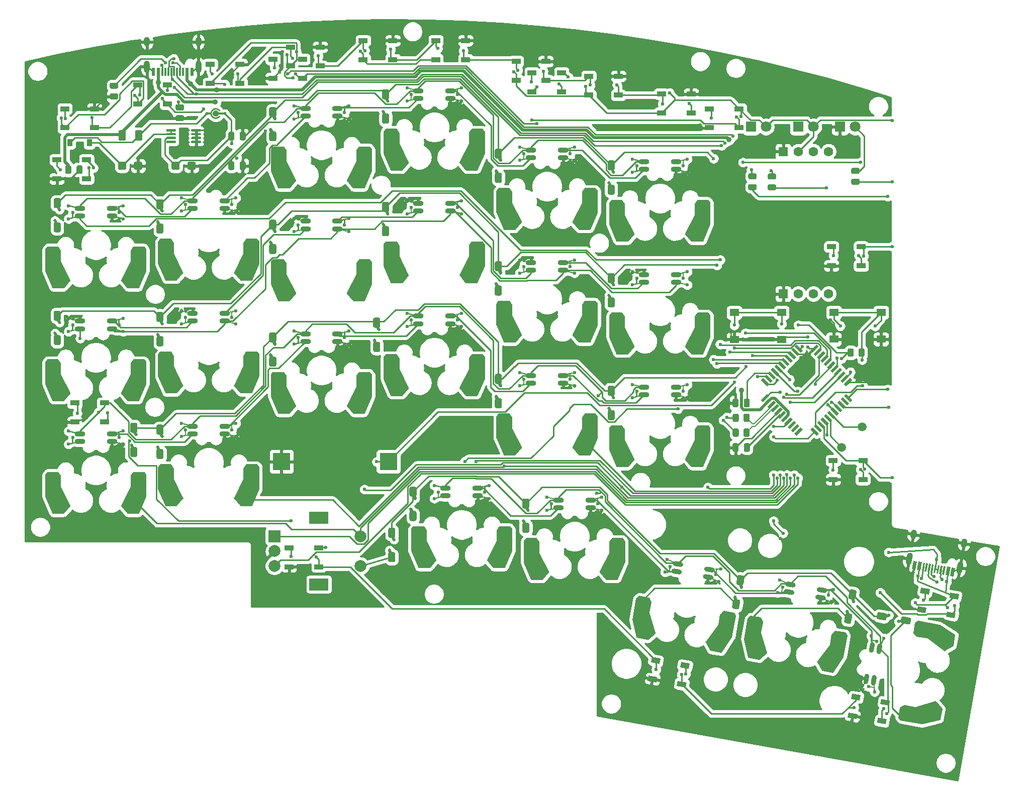
<source format=gbr>
%TF.GenerationSoftware,KiCad,Pcbnew,5.1.9*%
%TF.CreationDate,2021-05-13T19:18:31-05:00*%
%TF.ProjectId,nightwing,6e696768-7477-4696-9e67-2e6b69636164,rev?*%
%TF.SameCoordinates,Original*%
%TF.FileFunction,Copper,L1,Top*%
%TF.FilePolarity,Positive*%
%FSLAX46Y46*%
G04 Gerber Fmt 4.6, Leading zero omitted, Abs format (unit mm)*
G04 Created by KiCad (PCBNEW 5.1.9) date 2021-05-13 19:18:31*
%MOMM*%
%LPD*%
G01*
G04 APERTURE LIST*
%TA.AperFunction,SMDPad,CuDef*%
%ADD10R,0.600000X1.450000*%
%TD*%
%TA.AperFunction,SMDPad,CuDef*%
%ADD11R,0.300000X1.450000*%
%TD*%
%TA.AperFunction,ComponentPad*%
%ADD12O,1.000000X2.100000*%
%TD*%
%TA.AperFunction,ComponentPad*%
%ADD13O,1.000000X1.600000*%
%TD*%
%TA.AperFunction,SMDPad,CuDef*%
%ADD14C,0.100000*%
%TD*%
%TA.AperFunction,SMDPad,CuDef*%
%ADD15R,1.501140X0.899160*%
%TD*%
%TA.AperFunction,ComponentPad*%
%ADD16C,1.600000*%
%TD*%
%TA.AperFunction,ComponentPad*%
%ADD17R,1.600000X1.600000*%
%TD*%
%TA.AperFunction,SMDPad,CuDef*%
%ADD18R,3.000000X3.000000*%
%TD*%
%TA.AperFunction,ComponentPad*%
%ADD19C,0.800000*%
%TD*%
%TA.AperFunction,SMDPad,CuDef*%
%ADD20R,2.150000X2.500000*%
%TD*%
%TA.AperFunction,SMDPad,CuDef*%
%ADD21R,2.350000X2.500000*%
%TD*%
%TA.AperFunction,SMDPad,CuDef*%
%ADD22R,1.550000X1.300000*%
%TD*%
%TA.AperFunction,ComponentPad*%
%ADD23C,0.600000*%
%TD*%
%TA.AperFunction,SMDPad,CuDef*%
%ADD24O,1.800000X0.820000*%
%TD*%
%TA.AperFunction,ComponentPad*%
%ADD25C,0.500000*%
%TD*%
%TA.AperFunction,SMDPad,CuDef*%
%ADD26R,0.900000X1.200000*%
%TD*%
%TA.AperFunction,ComponentPad*%
%ADD27C,1.500000*%
%TD*%
%TA.AperFunction,ComponentPad*%
%ADD28R,1.800000X1.800000*%
%TD*%
%TA.AperFunction,ComponentPad*%
%ADD29C,1.800000*%
%TD*%
%TA.AperFunction,ComponentPad*%
%ADD30R,2.000000X2.000000*%
%TD*%
%TA.AperFunction,ComponentPad*%
%ADD31C,2.000000*%
%TD*%
%TA.AperFunction,WasherPad*%
%ADD32R,3.200000X2.000000*%
%TD*%
%TA.AperFunction,ViaPad*%
%ADD33C,0.600000*%
%TD*%
%TA.AperFunction,ViaPad*%
%ADD34C,0.900000*%
%TD*%
%TA.AperFunction,Conductor*%
%ADD35C,0.250000*%
%TD*%
%TA.AperFunction,Conductor*%
%ADD36C,0.200000*%
%TD*%
%TA.AperFunction,Conductor*%
%ADD37C,0.550000*%
%TD*%
%TA.AperFunction,Conductor*%
%ADD38C,0.254000*%
%TD*%
%TA.AperFunction,Conductor*%
%ADD39C,0.100000*%
%TD*%
G04 APERTURE END LIST*
D10*
%TO.P,J1,B1*%
%TO.N,GND*%
X33920000Y-14205000D03*
%TO.P,J1,A1*%
X40420000Y-14205000D03*
%TO.P,J1,A4*%
%TO.N,UVCC*%
X39620000Y-14205000D03*
%TO.P,J1,B4*%
X34720000Y-14205000D03*
D11*
%TO.P,J1,B8*%
%TO.N,N/C*%
X38920000Y-14205000D03*
%TO.P,J1,A5*%
%TO.N,Net-(J1-PadA5)*%
X38420000Y-14205000D03*
%TO.P,J1,B7*%
%TO.N,Net-(J1-PadA7)*%
X37920000Y-14205000D03*
%TO.P,J1,A7*%
X36920000Y-14205000D03*
%TO.P,J1,B6*%
%TO.N,Net-(J1-PadA6)*%
X36420000Y-14205000D03*
%TO.P,J1,A8*%
%TO.N,N/C*%
X35920000Y-14205000D03*
%TO.P,J1,B5*%
%TO.N,Net-(J1-PadB5)*%
X35420000Y-14205000D03*
%TO.P,J1,A6*%
%TO.N,Net-(J1-PadA6)*%
X37420000Y-14205000D03*
D12*
%TO.P,J1,S1*%
%TO.N,GND*%
X32850000Y-13290000D03*
X41490000Y-13290000D03*
D13*
X41490000Y-9110000D03*
X32850000Y-9110000D03*
%TD*%
%TO.P,J2,S1*%
%TO.N,GND*%
%TA.AperFunction,ComponentPad*%
G36*
G01*
X169152420Y-98223926D02*
X169343432Y-97140638D01*
G75*
G02*
X169922660Y-96735058I492404J-86824D01*
G01*
X169922660Y-96735058D01*
G75*
G02*
X170328240Y-97314286I-86824J-492404D01*
G01*
X170137228Y-98397574D01*
G75*
G02*
X169558000Y-98803154I-492404J86824D01*
G01*
X169558000Y-98803154D01*
G75*
G02*
X169152420Y-98223926I86824J492404D01*
G01*
G37*
%TD.AperFunction*%
%TA.AperFunction,ComponentPad*%
G36*
G01*
X160643681Y-96723606D02*
X160834693Y-95640318D01*
G75*
G02*
X161413921Y-95234738I492404J-86824D01*
G01*
X161413921Y-95234738D01*
G75*
G02*
X161819501Y-95813966I-86824J-492404D01*
G01*
X161628489Y-96897254D01*
G75*
G02*
X161049261Y-97302834I-492404J86824D01*
G01*
X161049261Y-97302834D01*
G75*
G02*
X160643681Y-96723606I86824J492404D01*
G01*
G37*
%TD.AperFunction*%
%TA.AperFunction,ComponentPad*%
G36*
G01*
X161412942Y-92360908D02*
X161517130Y-91770024D01*
G75*
G02*
X162096358Y-91364444I492404J-86824D01*
G01*
X162096358Y-91364444D01*
G75*
G02*
X162501938Y-91943672I-86824J-492404D01*
G01*
X162397750Y-92534556D01*
G75*
G02*
X161818522Y-92940136I-492404J86824D01*
G01*
X161818522Y-92940136D01*
G75*
G02*
X161412942Y-92360908I86824J492404D01*
G01*
G37*
%TD.AperFunction*%
%TA.AperFunction,ComponentPad*%
G36*
G01*
X169921681Y-93861228D02*
X170025869Y-93270344D01*
G75*
G02*
X170605097Y-92864764I492404J-86824D01*
G01*
X170605097Y-92864764D01*
G75*
G02*
X171010677Y-93443992I-86824J-492404D01*
G01*
X170906489Y-94034876D01*
G75*
G02*
X170327261Y-94440456I-492404J86824D01*
G01*
X170327261Y-94440456D01*
G75*
G02*
X169921681Y-93861228I86824J492404D01*
G01*
G37*
%TD.AperFunction*%
%TA.AperFunction,SMDPad,CuDef*%
D14*
%TO.P,J2,B7*%
%TO.N,RX*%
G36*
X166339294Y-97362343D02*
G01*
X166087504Y-98790314D01*
X165792062Y-98738219D01*
X166043852Y-97310248D01*
X166339294Y-97362343D01*
G37*
%TD.AperFunction*%
%TA.AperFunction,SMDPad,CuDef*%
%TO.P,J2,A6*%
G36*
X165846890Y-97275519D02*
G01*
X165595100Y-98703490D01*
X165299658Y-98651395D01*
X165551448Y-97223424D01*
X165846890Y-97275519D01*
G37*
%TD.AperFunction*%
%TA.AperFunction,SMDPad,CuDef*%
%TO.P,J2,B5*%
%TO.N,GND*%
G36*
X163877275Y-96928223D02*
G01*
X163625485Y-98356194D01*
X163330043Y-98304099D01*
X163581833Y-96876128D01*
X163877275Y-96928223D01*
G37*
%TD.AperFunction*%
%TA.AperFunction,SMDPad,CuDef*%
%TO.P,J2,A5*%
G36*
X166831698Y-97449168D02*
G01*
X166579908Y-98877139D01*
X166284466Y-98825044D01*
X166536256Y-97397073D01*
X166831698Y-97449168D01*
G37*
%TD.AperFunction*%
%TA.AperFunction,SMDPad,CuDef*%
%TO.P,J2,B6*%
%TO.N,Net-(J2-PadB6)*%
G36*
X164862082Y-97101871D02*
G01*
X164610292Y-98529842D01*
X164314850Y-98477747D01*
X164566640Y-97049776D01*
X164862082Y-97101871D01*
G37*
%TD.AperFunction*%
%TA.AperFunction,SMDPad,CuDef*%
%TO.P,J2,B8*%
%TO.N,N/C*%
G36*
X167324102Y-97535992D02*
G01*
X167072312Y-98963963D01*
X166776870Y-98911868D01*
X167028660Y-97483897D01*
X167324102Y-97535992D01*
G37*
%TD.AperFunction*%
%TA.AperFunction,SMDPad,CuDef*%
%TO.P,J2,A8*%
G36*
X164369678Y-97015047D02*
G01*
X164117888Y-98443018D01*
X163822446Y-98390923D01*
X164074236Y-96962952D01*
X164369678Y-97015047D01*
G37*
%TD.AperFunction*%
%TA.AperFunction,SMDPad,CuDef*%
%TO.P,J2,A7*%
%TO.N,Net-(J2-PadA7)*%
G36*
X165354486Y-97188695D02*
G01*
X165102696Y-98616666D01*
X164807254Y-98564571D01*
X165059044Y-97136600D01*
X165354486Y-97188695D01*
G37*
%TD.AperFunction*%
%TA.AperFunction,SMDPad,CuDef*%
%TO.P,J2,B1*%
%TO.N,GND*%
G36*
X162547784Y-96693798D02*
G01*
X162295994Y-98121769D01*
X161705110Y-98017580D01*
X161956900Y-96589609D01*
X162547784Y-96693798D01*
G37*
%TD.AperFunction*%
%TA.AperFunction,SMDPad,CuDef*%
%TO.P,J2,A1*%
G36*
X168949034Y-97822511D02*
G01*
X168697244Y-99250482D01*
X168106360Y-99146293D01*
X168358150Y-97718322D01*
X168949034Y-97822511D01*
G37*
%TD.AperFunction*%
%TA.AperFunction,SMDPad,CuDef*%
%TO.P,J2,B4*%
%TO.N,VCC*%
G36*
X163335630Y-96832716D02*
G01*
X163083840Y-98260687D01*
X162492956Y-98156498D01*
X162744746Y-96728527D01*
X163335630Y-96832716D01*
G37*
%TD.AperFunction*%
%TA.AperFunction,SMDPad,CuDef*%
%TO.P,J2,A4*%
G36*
X168161188Y-97683592D02*
G01*
X167909398Y-99111563D01*
X167318514Y-99007374D01*
X167570304Y-97579403D01*
X168161188Y-97683592D01*
G37*
%TD.AperFunction*%
%TD*%
D15*
%TO.P,L39,1*%
%TO.N,Net-(L38-Pad3)*%
X36249360Y-19600200D03*
%TO.P,L39,2*%
%TO.N,GND*%
X36249360Y-16399800D03*
%TO.P,L39,3*%
%TO.N,Net-(L36-Pad1)*%
X31250640Y-16399800D03*
%TO.P,L39,4*%
%TO.N,VCC*%
X31250640Y-19600200D03*
%TD*%
D16*
%TO.P,J3,4*%
%TO.N,D2*%
X147620000Y-51600000D03*
%TO.P,J3,3*%
%TO.N,D3*%
X145080000Y-51600000D03*
%TO.P,J3,2*%
%TO.N,VCC*%
X142540000Y-51600000D03*
D17*
%TO.P,J3,1*%
%TO.N,GND*%
X140000000Y-51600000D03*
D16*
%TO.P,J3,2*%
%TO.N,VCC*%
X142540000Y-27600000D03*
%TO.P,J3,4*%
%TO.N,D2*%
X147620000Y-27600000D03*
%TO.P,J3,3*%
%TO.N,D3*%
X145080000Y-27600000D03*
D17*
%TO.P,J3,1*%
%TO.N,GND*%
X140000000Y-27600000D03*
%TD*%
%TA.AperFunction,SMDPad,CuDef*%
D14*
%TO.P,U1,44*%
%TO.N,VCC*%
G36*
X137283196Y-67173604D02*
G01*
X136222536Y-66112944D01*
X136576090Y-65759390D01*
X137636750Y-66820050D01*
X137283196Y-67173604D01*
G37*
%TD.AperFunction*%
%TA.AperFunction,SMDPad,CuDef*%
%TO.P,U1,43*%
%TO.N,GND*%
G36*
X137848881Y-66607919D02*
G01*
X136788221Y-65547259D01*
X137141775Y-65193705D01*
X138202435Y-66254365D01*
X137848881Y-66607919D01*
G37*
%TD.AperFunction*%
%TA.AperFunction,SMDPad,CuDef*%
%TO.P,U1,42*%
%TO.N,Net-(C1-Pad2)*%
G36*
X138414567Y-66042233D02*
G01*
X137353907Y-64981573D01*
X137707461Y-64628019D01*
X138768121Y-65688679D01*
X138414567Y-66042233D01*
G37*
%TD.AperFunction*%
%TA.AperFunction,SMDPad,CuDef*%
%TO.P,U1,41*%
%TO.N,A5*%
G36*
X138980252Y-65476548D02*
G01*
X137919592Y-64415888D01*
X138273146Y-64062334D01*
X139333806Y-65122994D01*
X138980252Y-65476548D01*
G37*
%TD.AperFunction*%
%TA.AperFunction,SMDPad,CuDef*%
%TO.P,U1,40*%
%TO.N,A4*%
G36*
X139545938Y-64910862D02*
G01*
X138485278Y-63850202D01*
X138838832Y-63496648D01*
X139899492Y-64557308D01*
X139545938Y-64910862D01*
G37*
%TD.AperFunction*%
%TA.AperFunction,SMDPad,CuDef*%
%TO.P,U1,39*%
%TO.N,A3*%
G36*
X140111623Y-64345177D02*
G01*
X139050963Y-63284517D01*
X139404517Y-62930963D01*
X140465177Y-63991623D01*
X140111623Y-64345177D01*
G37*
%TD.AperFunction*%
%TA.AperFunction,SMDPad,CuDef*%
%TO.P,U1,38*%
%TO.N,A2*%
G36*
X140677308Y-63779492D02*
G01*
X139616648Y-62718832D01*
X139970202Y-62365278D01*
X141030862Y-63425938D01*
X140677308Y-63779492D01*
G37*
%TD.AperFunction*%
%TA.AperFunction,SMDPad,CuDef*%
%TO.P,U1,37*%
%TO.N,A1*%
G36*
X141242994Y-63213806D02*
G01*
X140182334Y-62153146D01*
X140535888Y-61799592D01*
X141596548Y-62860252D01*
X141242994Y-63213806D01*
G37*
%TD.AperFunction*%
%TA.AperFunction,SMDPad,CuDef*%
%TO.P,U1,36*%
%TO.N,A0*%
G36*
X141808679Y-62648121D02*
G01*
X140748019Y-61587461D01*
X141101573Y-61233907D01*
X142162233Y-62294567D01*
X141808679Y-62648121D01*
G37*
%TD.AperFunction*%
%TA.AperFunction,SMDPad,CuDef*%
%TO.P,U1,35*%
%TO.N,GND*%
G36*
X142374365Y-62082435D02*
G01*
X141313705Y-61021775D01*
X141667259Y-60668221D01*
X142727919Y-61728881D01*
X142374365Y-62082435D01*
G37*
%TD.AperFunction*%
%TA.AperFunction,SMDPad,CuDef*%
%TO.P,U1,34*%
%TO.N,VCC*%
G36*
X142940050Y-61516750D02*
G01*
X141879390Y-60456090D01*
X142232944Y-60102536D01*
X143293604Y-61163196D01*
X142940050Y-61516750D01*
G37*
%TD.AperFunction*%
%TA.AperFunction,SMDPad,CuDef*%
%TO.P,U1,33*%
%TO.N,GND*%
G36*
X144919950Y-61516750D02*
G01*
X144566396Y-61163196D01*
X145627056Y-60102536D01*
X145980610Y-60456090D01*
X144919950Y-61516750D01*
G37*
%TD.AperFunction*%
%TA.AperFunction,SMDPad,CuDef*%
%TO.P,U1,32*%
%TO.N,Net-(BZ1-Pad1)*%
G36*
X145485635Y-62082435D02*
G01*
X145132081Y-61728881D01*
X146192741Y-60668221D01*
X146546295Y-61021775D01*
X145485635Y-62082435D01*
G37*
%TD.AperFunction*%
%TA.AperFunction,SMDPad,CuDef*%
%TO.P,U1,31*%
%TO.N,COL1*%
G36*
X146051321Y-62648121D02*
G01*
X145697767Y-62294567D01*
X146758427Y-61233907D01*
X147111981Y-61587461D01*
X146051321Y-62648121D01*
G37*
%TD.AperFunction*%
%TA.AperFunction,SMDPad,CuDef*%
%TO.P,U1,30*%
%TO.N,D10*%
G36*
X146617006Y-63213806D02*
G01*
X146263452Y-62860252D01*
X147324112Y-61799592D01*
X147677666Y-62153146D01*
X146617006Y-63213806D01*
G37*
%TD.AperFunction*%
%TA.AperFunction,SMDPad,CuDef*%
%TO.P,U1,29*%
%TO.N,D9*%
G36*
X147182692Y-63779492D02*
G01*
X146829138Y-63425938D01*
X147889798Y-62365278D01*
X148243352Y-62718832D01*
X147182692Y-63779492D01*
G37*
%TD.AperFunction*%
%TA.AperFunction,SMDPad,CuDef*%
%TO.P,U1,28*%
%TO.N,COL4*%
G36*
X147748377Y-64345177D02*
G01*
X147394823Y-63991623D01*
X148455483Y-62930963D01*
X148809037Y-63284517D01*
X147748377Y-64345177D01*
G37*
%TD.AperFunction*%
%TA.AperFunction,SMDPad,CuDef*%
%TO.P,U1,27*%
%TO.N,Net-(R6-Pad1)*%
G36*
X148314062Y-64910862D02*
G01*
X147960508Y-64557308D01*
X149021168Y-63496648D01*
X149374722Y-63850202D01*
X148314062Y-64910862D01*
G37*
%TD.AperFunction*%
%TA.AperFunction,SMDPad,CuDef*%
%TO.P,U1,26*%
%TO.N,COL2*%
G36*
X148879748Y-65476548D02*
G01*
X148526194Y-65122994D01*
X149586854Y-64062334D01*
X149940408Y-64415888D01*
X148879748Y-65476548D01*
G37*
%TD.AperFunction*%
%TA.AperFunction,SMDPad,CuDef*%
%TO.P,U1,25*%
%TO.N,COL0*%
G36*
X149445433Y-66042233D02*
G01*
X149091879Y-65688679D01*
X150152539Y-64628019D01*
X150506093Y-64981573D01*
X149445433Y-66042233D01*
G37*
%TD.AperFunction*%
%TA.AperFunction,SMDPad,CuDef*%
%TO.P,U1,24*%
%TO.N,VCC*%
G36*
X150011119Y-66607919D02*
G01*
X149657565Y-66254365D01*
X150718225Y-65193705D01*
X151071779Y-65547259D01*
X150011119Y-66607919D01*
G37*
%TD.AperFunction*%
%TA.AperFunction,SMDPad,CuDef*%
%TO.P,U1,23*%
%TO.N,GND*%
G36*
X150576804Y-67173604D02*
G01*
X150223250Y-66820050D01*
X151283910Y-65759390D01*
X151637464Y-66112944D01*
X150576804Y-67173604D01*
G37*
%TD.AperFunction*%
%TA.AperFunction,SMDPad,CuDef*%
%TO.P,U1,22*%
%TO.N,Net-(R8-Pad1)*%
G36*
X151283910Y-69860610D02*
G01*
X150223250Y-68799950D01*
X150576804Y-68446396D01*
X151637464Y-69507056D01*
X151283910Y-69860610D01*
G37*
%TD.AperFunction*%
%TA.AperFunction,SMDPad,CuDef*%
%TO.P,U1,21*%
%TO.N,TX*%
G36*
X150718225Y-70426295D02*
G01*
X149657565Y-69365635D01*
X150011119Y-69012081D01*
X151071779Y-70072741D01*
X150718225Y-70426295D01*
G37*
%TD.AperFunction*%
%TA.AperFunction,SMDPad,CuDef*%
%TO.P,U1,20*%
%TO.N,RX*%
G36*
X150152539Y-70991981D02*
G01*
X149091879Y-69931321D01*
X149445433Y-69577767D01*
X150506093Y-70638427D01*
X150152539Y-70991981D01*
G37*
%TD.AperFunction*%
%TA.AperFunction,SMDPad,CuDef*%
%TO.P,U1,19*%
%TO.N,D2*%
G36*
X149586854Y-71557666D02*
G01*
X148526194Y-70497006D01*
X148879748Y-70143452D01*
X149940408Y-71204112D01*
X149586854Y-71557666D01*
G37*
%TD.AperFunction*%
%TA.AperFunction,SMDPad,CuDef*%
%TO.P,U1,18*%
%TO.N,D3*%
G36*
X149021168Y-72123352D02*
G01*
X147960508Y-71062692D01*
X148314062Y-70709138D01*
X149374722Y-71769798D01*
X149021168Y-72123352D01*
G37*
%TD.AperFunction*%
%TA.AperFunction,SMDPad,CuDef*%
%TO.P,U1,17*%
%TO.N,Net-(16mhz1-Pad2)*%
G36*
X148455483Y-72689037D02*
G01*
X147394823Y-71628377D01*
X147748377Y-71274823D01*
X148809037Y-72335483D01*
X148455483Y-72689037D01*
G37*
%TD.AperFunction*%
%TA.AperFunction,SMDPad,CuDef*%
%TO.P,U1,16*%
%TO.N,Net-(16mhz1-Pad1)*%
G36*
X147889798Y-73254722D02*
G01*
X146829138Y-72194062D01*
X147182692Y-71840508D01*
X148243352Y-72901168D01*
X147889798Y-73254722D01*
G37*
%TD.AperFunction*%
%TA.AperFunction,SMDPad,CuDef*%
%TO.P,U1,15*%
%TO.N,GND*%
G36*
X147324112Y-73820408D02*
G01*
X146263452Y-72759748D01*
X146617006Y-72406194D01*
X147677666Y-73466854D01*
X147324112Y-73820408D01*
G37*
%TD.AperFunction*%
%TA.AperFunction,SMDPad,CuDef*%
%TO.P,U1,14*%
%TO.N,VCC*%
G36*
X146758427Y-74386093D02*
G01*
X145697767Y-73325433D01*
X146051321Y-72971879D01*
X147111981Y-74032539D01*
X146758427Y-74386093D01*
G37*
%TD.AperFunction*%
%TA.AperFunction,SMDPad,CuDef*%
%TO.P,U1,13*%
%TO.N,RESET*%
G36*
X146192741Y-74951779D02*
G01*
X145132081Y-73891119D01*
X145485635Y-73537565D01*
X146546295Y-74598225D01*
X146192741Y-74951779D01*
G37*
%TD.AperFunction*%
%TA.AperFunction,SMDPad,CuDef*%
%TO.P,U1,12*%
%TO.N,COL5*%
G36*
X145627056Y-75517464D02*
G01*
X144566396Y-74456804D01*
X144919950Y-74103250D01*
X145980610Y-75163910D01*
X145627056Y-75517464D01*
G37*
%TD.AperFunction*%
%TA.AperFunction,SMDPad,CuDef*%
%TO.P,U1,11*%
%TO.N,MISO*%
G36*
X142232944Y-75517464D02*
G01*
X141879390Y-75163910D01*
X142940050Y-74103250D01*
X143293604Y-74456804D01*
X142232944Y-75517464D01*
G37*
%TD.AperFunction*%
%TA.AperFunction,SMDPad,CuDef*%
%TO.P,U1,10*%
%TO.N,MOSI*%
G36*
X141667259Y-74951779D02*
G01*
X141313705Y-74598225D01*
X142374365Y-73537565D01*
X142727919Y-73891119D01*
X141667259Y-74951779D01*
G37*
%TD.AperFunction*%
%TA.AperFunction,SMDPad,CuDef*%
%TO.P,U1,9*%
%TO.N,SCK*%
G36*
X141101573Y-74386093D02*
G01*
X140748019Y-74032539D01*
X141808679Y-72971879D01*
X142162233Y-73325433D01*
X141101573Y-74386093D01*
G37*
%TD.AperFunction*%
%TA.AperFunction,SMDPad,CuDef*%
%TO.P,U1,8*%
%TO.N,Net-(Boot1-Pad1)*%
G36*
X140535888Y-73820408D02*
G01*
X140182334Y-73466854D01*
X141242994Y-72406194D01*
X141596548Y-72759748D01*
X140535888Y-73820408D01*
G37*
%TD.AperFunction*%
%TA.AperFunction,SMDPad,CuDef*%
%TO.P,U1,7*%
%TO.N,UVCC*%
G36*
X139970202Y-73254722D02*
G01*
X139616648Y-72901168D01*
X140677308Y-71840508D01*
X141030862Y-72194062D01*
X139970202Y-73254722D01*
G37*
%TD.AperFunction*%
%TA.AperFunction,SMDPad,CuDef*%
%TO.P,U1,6*%
%TO.N,Net-(C5-Pad1)*%
G36*
X139404517Y-72689037D02*
G01*
X139050963Y-72335483D01*
X140111623Y-71274823D01*
X140465177Y-71628377D01*
X139404517Y-72689037D01*
G37*
%TD.AperFunction*%
%TA.AperFunction,SMDPad,CuDef*%
%TO.P,U1,5*%
%TO.N,GND*%
G36*
X138838832Y-72123352D02*
G01*
X138485278Y-71769798D01*
X139545938Y-70709138D01*
X139899492Y-71062692D01*
X138838832Y-72123352D01*
G37*
%TD.AperFunction*%
%TA.AperFunction,SMDPad,CuDef*%
%TO.P,U1,4*%
%TO.N,D+*%
G36*
X138273146Y-71557666D02*
G01*
X137919592Y-71204112D01*
X138980252Y-70143452D01*
X139333806Y-70497006D01*
X138273146Y-71557666D01*
G37*
%TD.AperFunction*%
%TA.AperFunction,SMDPad,CuDef*%
%TO.P,U1,3*%
%TO.N,D-*%
G36*
X137707461Y-70991981D02*
G01*
X137353907Y-70638427D01*
X138414567Y-69577767D01*
X138768121Y-69931321D01*
X137707461Y-70991981D01*
G37*
%TD.AperFunction*%
%TA.AperFunction,SMDPad,CuDef*%
%TO.P,U1,2*%
%TO.N,UVCC*%
G36*
X137141775Y-70426295D02*
G01*
X136788221Y-70072741D01*
X137848881Y-69012081D01*
X138202435Y-69365635D01*
X137141775Y-70426295D01*
G37*
%TD.AperFunction*%
%TA.AperFunction,SMDPad,CuDef*%
%TO.P,U1,1*%
%TO.N,COL3*%
G36*
X136576090Y-69860610D02*
G01*
X136222536Y-69507056D01*
X137283196Y-68446396D01*
X137636750Y-68799950D01*
X136576090Y-69860610D01*
G37*
%TD.AperFunction*%
%TD*%
D18*
%TO.P,BZ1,1*%
%TO.N,Net-(BZ1-Pad1)*%
X73499312Y-79874148D03*
%TO.P,BZ1,2*%
%TO.N,GND*%
X55499312Y-79874148D03*
%TD*%
D19*
%TO.P,SW24,1*%
%TO.N,COL5*%
X146235188Y-113742358D03*
%TO.P,SW24,2*%
%TO.N,Net-(D24-Pad2)*%
X136781034Y-112075335D03*
%TA.AperFunction,SMDPad,CuDef*%
D14*
%TO.P,SW24,1*%
%TO.N,COL5*%
G36*
X150506412Y-108674653D02*
G01*
X150530019Y-108686616D01*
X150550838Y-108702955D01*
X150568068Y-108723041D01*
X150577908Y-108739458D01*
X150803891Y-109185476D01*
X150813481Y-109210142D01*
X150818074Y-109236205D01*
X150816415Y-109269934D01*
X150191282Y-112815242D01*
X150184154Y-112840728D01*
X150171298Y-112865717D01*
X148503314Y-115414801D01*
X148486723Y-115435420D01*
X148466427Y-115452404D01*
X148443209Y-115465104D01*
X148417959Y-115473029D01*
X148391648Y-115475877D01*
X148366906Y-115473832D01*
X146594252Y-115161265D01*
X146568766Y-115154138D01*
X146545160Y-115142175D01*
X146524341Y-115125835D01*
X146500553Y-115095419D01*
X145724123Y-113740002D01*
X145713283Y-113715859D01*
X145707361Y-113690066D01*
X145706584Y-113663613D01*
X145710984Y-113637516D01*
X145720390Y-113612779D01*
X145732835Y-113592474D01*
X147845217Y-110744523D01*
X148152249Y-109003255D01*
X148159377Y-108977768D01*
X148171340Y-108954162D01*
X148187581Y-108933445D01*
X148685693Y-108412019D01*
X148705762Y-108394767D01*
X148728811Y-108381762D01*
X148753953Y-108373502D01*
X148780224Y-108370307D01*
X148806753Y-108372323D01*
X150480926Y-108667525D01*
X150506412Y-108674653D01*
G37*
%TD.AperFunction*%
%TA.AperFunction,SMDPad,CuDef*%
%TO.P,SW24,2*%
%TO.N,Net-(D24-Pad2)*%
G36*
X136226700Y-106156754D02*
G01*
X136250306Y-106168717D01*
X136271125Y-106185056D01*
X136288356Y-106205142D01*
X136301395Y-106228333D01*
X136591129Y-106888677D01*
X136599336Y-106913837D01*
X136602476Y-106940114D01*
X136600454Y-106966361D01*
X136293422Y-108707629D01*
X137304354Y-112106305D01*
X137309376Y-112132289D01*
X137309233Y-112158753D01*
X137303930Y-112184681D01*
X137293670Y-112209076D01*
X137278848Y-112231001D01*
X137262084Y-112247916D01*
X136068898Y-113256037D01*
X136047105Y-113271053D01*
X136022803Y-113281529D01*
X135996924Y-113287063D01*
X135958329Y-113285865D01*
X134185675Y-112973298D01*
X134160188Y-112966170D01*
X134136582Y-112954207D01*
X134115763Y-112937868D01*
X134098532Y-112917781D01*
X134085551Y-112894720D01*
X134077683Y-112871173D01*
X133382128Y-109905333D01*
X133378641Y-109879100D01*
X133380614Y-109851067D01*
X134005747Y-106305759D01*
X134012875Y-106280273D01*
X134024838Y-106256666D01*
X134046402Y-106230678D01*
X134411304Y-105888849D01*
X134432299Y-105872737D01*
X134456032Y-105861030D01*
X134481595Y-105854177D01*
X134508003Y-105852445D01*
X134527040Y-105854424D01*
X136201213Y-106149626D01*
X136226700Y-106156754D01*
G37*
%TD.AperFunction*%
%TA.AperFunction,SMDPad,CuDef*%
%TO.P,SW24,1*%
%TO.N,COL5*%
G36*
X146696325Y-114145864D02*
G01*
X147130446Y-111683845D01*
X149247783Y-112057188D01*
X148813662Y-114519207D01*
X146696325Y-114145864D01*
G37*
%TD.AperFunction*%
D19*
%TO.P,SW24,2*%
%TO.N,Net-(D24-Pad2)*%
X134045811Y-109885094D03*
%TO.P,SW24,1*%
%TO.N,COL5*%
X149554563Y-112619706D03*
%TO.P,SW24,2*%
%TO.N,Net-(D24-Pad2)*%
X134663304Y-106383118D03*
X136039080Y-106625704D03*
%TO.P,SW24,1*%
%TO.N,COL5*%
X148796280Y-108875143D03*
X150172056Y-109117729D03*
%TO.P,SW24,2*%
%TO.N,Net-(D24-Pad2)*%
X134480239Y-112540879D03*
X135856015Y-112783466D03*
%TO.P,SW24,1*%
%TO.N,COL5*%
X146862227Y-114724158D03*
X148238003Y-114966744D03*
%TA.AperFunction,SMDPad,CuDef*%
D14*
%TO.P,SW24,2*%
%TO.N,Net-(D24-Pad2)*%
G36*
X136380709Y-107222088D02*
G01*
X135946589Y-109684107D01*
X133632291Y-109276034D01*
X134066411Y-106814015D01*
X136380709Y-107222088D01*
G37*
%TD.AperFunction*%
%TD*%
D19*
%TO.P,SW23,1*%
%TO.N,COL4*%
X127435188Y-110392358D03*
%TO.P,SW23,2*%
%TO.N,Net-(D23-Pad2)*%
X117981034Y-108725335D03*
%TA.AperFunction,SMDPad,CuDef*%
D14*
%TO.P,SW23,1*%
%TO.N,COL4*%
G36*
X131706412Y-105324653D02*
G01*
X131730019Y-105336616D01*
X131750838Y-105352955D01*
X131768068Y-105373041D01*
X131777908Y-105389458D01*
X132003891Y-105835476D01*
X132013481Y-105860142D01*
X132018074Y-105886205D01*
X132016415Y-105919934D01*
X131391282Y-109465242D01*
X131384154Y-109490728D01*
X131371298Y-109515717D01*
X129703314Y-112064801D01*
X129686723Y-112085420D01*
X129666427Y-112102404D01*
X129643209Y-112115104D01*
X129617959Y-112123029D01*
X129591648Y-112125877D01*
X129566906Y-112123832D01*
X127794252Y-111811265D01*
X127768766Y-111804138D01*
X127745160Y-111792175D01*
X127724341Y-111775835D01*
X127700553Y-111745419D01*
X126924123Y-110390002D01*
X126913283Y-110365859D01*
X126907361Y-110340066D01*
X126906584Y-110313613D01*
X126910984Y-110287516D01*
X126920390Y-110262779D01*
X126932835Y-110242474D01*
X129045217Y-107394523D01*
X129352249Y-105653255D01*
X129359377Y-105627768D01*
X129371340Y-105604162D01*
X129387581Y-105583445D01*
X129885693Y-105062019D01*
X129905762Y-105044767D01*
X129928811Y-105031762D01*
X129953953Y-105023502D01*
X129980224Y-105020307D01*
X130006753Y-105022323D01*
X131680926Y-105317525D01*
X131706412Y-105324653D01*
G37*
%TD.AperFunction*%
%TA.AperFunction,SMDPad,CuDef*%
%TO.P,SW23,2*%
%TO.N,Net-(D23-Pad2)*%
G36*
X117426700Y-102806754D02*
G01*
X117450306Y-102818717D01*
X117471125Y-102835056D01*
X117488356Y-102855142D01*
X117501395Y-102878333D01*
X117791129Y-103538677D01*
X117799336Y-103563837D01*
X117802476Y-103590114D01*
X117800454Y-103616361D01*
X117493422Y-105357629D01*
X118504354Y-108756305D01*
X118509376Y-108782289D01*
X118509233Y-108808753D01*
X118503930Y-108834681D01*
X118493670Y-108859076D01*
X118478848Y-108881001D01*
X118462084Y-108897916D01*
X117268898Y-109906037D01*
X117247105Y-109921053D01*
X117222803Y-109931529D01*
X117196924Y-109937063D01*
X117158329Y-109935865D01*
X115385675Y-109623298D01*
X115360188Y-109616170D01*
X115336582Y-109604207D01*
X115315763Y-109587868D01*
X115298532Y-109567781D01*
X115285551Y-109544720D01*
X115277683Y-109521173D01*
X114582128Y-106555333D01*
X114578641Y-106529100D01*
X114580614Y-106501067D01*
X115205747Y-102955759D01*
X115212875Y-102930273D01*
X115224838Y-102906666D01*
X115246402Y-102880678D01*
X115611304Y-102538849D01*
X115632299Y-102522737D01*
X115656032Y-102511030D01*
X115681595Y-102504177D01*
X115708003Y-102502445D01*
X115727040Y-102504424D01*
X117401213Y-102799626D01*
X117426700Y-102806754D01*
G37*
%TD.AperFunction*%
%TA.AperFunction,SMDPad,CuDef*%
%TO.P,SW23,1*%
%TO.N,COL4*%
G36*
X127896325Y-110795864D02*
G01*
X128330446Y-108333845D01*
X130447783Y-108707188D01*
X130013662Y-111169207D01*
X127896325Y-110795864D01*
G37*
%TD.AperFunction*%
D19*
%TO.P,SW23,2*%
%TO.N,Net-(D23-Pad2)*%
X115245811Y-106535094D03*
%TO.P,SW23,1*%
%TO.N,COL4*%
X130754563Y-109269706D03*
%TO.P,SW23,2*%
%TO.N,Net-(D23-Pad2)*%
X115863304Y-103033118D03*
X117239080Y-103275704D03*
%TO.P,SW23,1*%
%TO.N,COL4*%
X129996280Y-105525143D03*
X131372056Y-105767729D03*
%TO.P,SW23,2*%
%TO.N,Net-(D23-Pad2)*%
X115680239Y-109190879D03*
X117056015Y-109433466D03*
%TO.P,SW23,1*%
%TO.N,COL4*%
X128062227Y-111374158D03*
X129438003Y-111616744D03*
%TA.AperFunction,SMDPad,CuDef*%
D14*
%TO.P,SW23,2*%
%TO.N,Net-(D23-Pad2)*%
G36*
X117580709Y-103872088D02*
G01*
X117146589Y-106334107D01*
X114832291Y-105926034D01*
X115266411Y-103464015D01*
X117580709Y-103872088D01*
G37*
%TD.AperFunction*%
%TD*%
D19*
%TO.P,SW22,1*%
%TO.N,COL3*%
X167262358Y-111314812D03*
%TO.P,SW22,2*%
%TO.N,Net-(D22-Pad2)*%
X165595335Y-120768966D03*
%TA.AperFunction,SMDPad,CuDef*%
D14*
%TO.P,SW22,1*%
%TO.N,COL3*%
G36*
X162194653Y-107043588D02*
G01*
X162206616Y-107019981D01*
X162222955Y-106999162D01*
X162243041Y-106981932D01*
X162259458Y-106972092D01*
X162705476Y-106746109D01*
X162730142Y-106736519D01*
X162756205Y-106731926D01*
X162789934Y-106733585D01*
X166335242Y-107358718D01*
X166360728Y-107365846D01*
X166385717Y-107378702D01*
X168934801Y-109046686D01*
X168955420Y-109063277D01*
X168972404Y-109083573D01*
X168985104Y-109106791D01*
X168993029Y-109132041D01*
X168995877Y-109158352D01*
X168993832Y-109183094D01*
X168681265Y-110955748D01*
X168674138Y-110981234D01*
X168662175Y-111004840D01*
X168645835Y-111025659D01*
X168615419Y-111049447D01*
X167260002Y-111825877D01*
X167235859Y-111836717D01*
X167210066Y-111842639D01*
X167183613Y-111843416D01*
X167157516Y-111839016D01*
X167132779Y-111829610D01*
X167112474Y-111817165D01*
X164264523Y-109704783D01*
X162523255Y-109397751D01*
X162497768Y-109390623D01*
X162474162Y-109378660D01*
X162453445Y-109362419D01*
X161932019Y-108864307D01*
X161914767Y-108844238D01*
X161901762Y-108821189D01*
X161893502Y-108796047D01*
X161890307Y-108769776D01*
X161892323Y-108743247D01*
X162187525Y-107069074D01*
X162194653Y-107043588D01*
G37*
%TD.AperFunction*%
%TA.AperFunction,SMDPad,CuDef*%
%TO.P,SW22,2*%
%TO.N,Net-(D22-Pad2)*%
G36*
X159676754Y-121323300D02*
G01*
X159688717Y-121299694D01*
X159705056Y-121278875D01*
X159725142Y-121261644D01*
X159748333Y-121248605D01*
X160408677Y-120958871D01*
X160433837Y-120950664D01*
X160460114Y-120947524D01*
X160486361Y-120949546D01*
X162227629Y-121256578D01*
X165626305Y-120245646D01*
X165652289Y-120240624D01*
X165678753Y-120240767D01*
X165704681Y-120246070D01*
X165729076Y-120256330D01*
X165751001Y-120271152D01*
X165767916Y-120287916D01*
X166776037Y-121481102D01*
X166791053Y-121502895D01*
X166801529Y-121527197D01*
X166807063Y-121553076D01*
X166805865Y-121591671D01*
X166493298Y-123364325D01*
X166486170Y-123389812D01*
X166474207Y-123413418D01*
X166457868Y-123434237D01*
X166437781Y-123451468D01*
X166414720Y-123464449D01*
X166391173Y-123472317D01*
X163425333Y-124167872D01*
X163399100Y-124171359D01*
X163371067Y-124169386D01*
X159825759Y-123544253D01*
X159800273Y-123537125D01*
X159776666Y-123525162D01*
X159750678Y-123503598D01*
X159408849Y-123138696D01*
X159392737Y-123117701D01*
X159381030Y-123093968D01*
X159374177Y-123068405D01*
X159372445Y-123041997D01*
X159374424Y-123022960D01*
X159669626Y-121348787D01*
X159676754Y-121323300D01*
G37*
%TD.AperFunction*%
%TA.AperFunction,SMDPad,CuDef*%
%TO.P,SW22,1*%
%TO.N,COL3*%
G36*
X167665864Y-110853675D02*
G01*
X165203845Y-110419554D01*
X165577188Y-108302217D01*
X168039207Y-108736338D01*
X167665864Y-110853675D01*
G37*
%TD.AperFunction*%
D19*
%TO.P,SW22,2*%
%TO.N,Net-(D22-Pad2)*%
X163405094Y-123504189D03*
%TO.P,SW22,1*%
%TO.N,COL3*%
X166139706Y-107995437D03*
%TO.P,SW22,2*%
%TO.N,Net-(D22-Pad2)*%
X159903118Y-122886696D03*
X160145704Y-121510920D03*
%TO.P,SW22,1*%
%TO.N,COL3*%
X162395143Y-108753720D03*
X162637729Y-107377944D03*
%TO.P,SW22,2*%
%TO.N,Net-(D22-Pad2)*%
X166060879Y-123069761D03*
X166303466Y-121693985D03*
%TO.P,SW22,1*%
%TO.N,COL3*%
X168244158Y-110687773D03*
X168486744Y-109311997D03*
%TA.AperFunction,SMDPad,CuDef*%
D14*
%TO.P,SW22,2*%
%TO.N,Net-(D22-Pad2)*%
G36*
X160742088Y-121169291D02*
G01*
X163204107Y-121603411D01*
X162796034Y-123917709D01*
X160334015Y-123483589D01*
X160742088Y-121169291D01*
G37*
%TD.AperFunction*%
%TD*%
D19*
%TO.P,SW21,1*%
%TO.N,COL2*%
X109637500Y-98500000D03*
%TO.P,SW21,2*%
%TO.N,Net-(D21-Pad2)*%
X100037500Y-98500000D03*
%TA.AperFunction,SMDPad,CuDef*%
D14*
%TO.P,SW21,1*%
%TO.N,COL2*%
G36*
X112963837Y-92767594D02*
G01*
X112989162Y-92775276D01*
X113012502Y-92787752D01*
X113032959Y-92804541D01*
X113045500Y-92819000D01*
X113345500Y-93219000D01*
X113359227Y-93241626D01*
X113368276Y-93266496D01*
X113372500Y-93300000D01*
X113372500Y-96900000D01*
X113369906Y-96926337D01*
X113361585Y-96953179D01*
X112161585Y-99753179D01*
X112148826Y-99776365D01*
X112131788Y-99796616D01*
X112111128Y-99813155D01*
X112087638Y-99825344D01*
X112062221Y-99832717D01*
X112037500Y-99835000D01*
X110237500Y-99835000D01*
X110211163Y-99832406D01*
X110185838Y-99824724D01*
X110162498Y-99812248D01*
X110133790Y-99786425D01*
X109133790Y-98586425D01*
X109118922Y-98564531D01*
X109108611Y-98540158D01*
X109103253Y-98514242D01*
X109103054Y-98487778D01*
X109108022Y-98461783D01*
X109116752Y-98439626D01*
X110702500Y-95268130D01*
X110702500Y-93500000D01*
X110705094Y-93473663D01*
X110712776Y-93448338D01*
X110725173Y-93425115D01*
X111125173Y-92825115D01*
X111141941Y-92804640D01*
X111162381Y-92787830D01*
X111185707Y-92775330D01*
X111211024Y-92767622D01*
X111237500Y-92765000D01*
X112937500Y-92765000D01*
X112963837Y-92767594D01*
G37*
%TD.AperFunction*%
%TA.AperFunction,SMDPad,CuDef*%
%TO.P,SW21,2*%
%TO.N,Net-(D21-Pad2)*%
G36*
X98463837Y-92767594D02*
G01*
X98489162Y-92775276D01*
X98512502Y-92787752D01*
X98532959Y-92804541D01*
X98549827Y-92825115D01*
X98949827Y-93425115D01*
X98962278Y-93448468D01*
X98969933Y-93473801D01*
X98972500Y-93500000D01*
X98972500Y-95268130D01*
X100558248Y-98439626D01*
X100567706Y-98464343D01*
X100572160Y-98490430D01*
X100571440Y-98516885D01*
X100565572Y-98542691D01*
X100554783Y-98566856D01*
X100541210Y-98586425D01*
X99541210Y-99786425D01*
X99522356Y-99804997D01*
X99500242Y-99819534D01*
X99475717Y-99829478D01*
X99437500Y-99835000D01*
X97637500Y-99835000D01*
X97611163Y-99832406D01*
X97585838Y-99824724D01*
X97562498Y-99812248D01*
X97542041Y-99795459D01*
X97525252Y-99775002D01*
X97513415Y-99753179D01*
X96313415Y-96953179D01*
X96305425Y-96927950D01*
X96302500Y-96900000D01*
X96302500Y-93300000D01*
X96305094Y-93273663D01*
X96312776Y-93248338D01*
X96329500Y-93219000D01*
X96629500Y-92819000D01*
X96647378Y-92799487D01*
X96668718Y-92783836D01*
X96692702Y-92772649D01*
X96718408Y-92766357D01*
X96737500Y-92765000D01*
X98437500Y-92765000D01*
X98463837Y-92767594D01*
G37*
%TD.AperFunction*%
D20*
%TO.P,SW21,1*%
%TO.N,COL2*%
X111236700Y-97567300D03*
D19*
%TO.P,SW21,2*%
%TO.N,Net-(D21-Pad2)*%
X96963500Y-96818000D03*
%TO.P,SW21,1*%
%TO.N,COL2*%
X112711500Y-96818000D03*
%TO.P,SW21,2*%
%TO.N,Net-(D21-Pad2)*%
X96963500Y-93262000D03*
X98360500Y-93262000D03*
%TO.P,SW21,1*%
%TO.N,COL2*%
X111314500Y-93262000D03*
X112711500Y-93262000D03*
%TO.P,SW21,2*%
%TO.N,Net-(D21-Pad2)*%
X97852500Y-99358000D03*
X99249500Y-99358000D03*
%TO.P,SW21,1*%
%TO.N,COL2*%
X110425500Y-99358000D03*
X111822500Y-99358000D03*
D21*
%TO.P,SW21,2*%
%TO.N,Net-(D21-Pad2)*%
X97625500Y-95040000D03*
%TD*%
D19*
%TO.P,SW20,1*%
%TO.N,COL1*%
X90637500Y-96500000D03*
%TO.P,SW20,2*%
%TO.N,Net-(D20-Pad2)*%
X81037500Y-96500000D03*
%TA.AperFunction,SMDPad,CuDef*%
D14*
%TO.P,SW20,1*%
%TO.N,COL1*%
G36*
X93963837Y-90767594D02*
G01*
X93989162Y-90775276D01*
X94012502Y-90787752D01*
X94032959Y-90804541D01*
X94045500Y-90819000D01*
X94345500Y-91219000D01*
X94359227Y-91241626D01*
X94368276Y-91266496D01*
X94372500Y-91300000D01*
X94372500Y-94900000D01*
X94369906Y-94926337D01*
X94361585Y-94953179D01*
X93161585Y-97753179D01*
X93148826Y-97776365D01*
X93131788Y-97796616D01*
X93111128Y-97813155D01*
X93087638Y-97825344D01*
X93062221Y-97832717D01*
X93037500Y-97835000D01*
X91237500Y-97835000D01*
X91211163Y-97832406D01*
X91185838Y-97824724D01*
X91162498Y-97812248D01*
X91133790Y-97786425D01*
X90133790Y-96586425D01*
X90118922Y-96564531D01*
X90108611Y-96540158D01*
X90103253Y-96514242D01*
X90103054Y-96487778D01*
X90108022Y-96461783D01*
X90116752Y-96439626D01*
X91702500Y-93268130D01*
X91702500Y-91500000D01*
X91705094Y-91473663D01*
X91712776Y-91448338D01*
X91725173Y-91425115D01*
X92125173Y-90825115D01*
X92141941Y-90804640D01*
X92162381Y-90787830D01*
X92185707Y-90775330D01*
X92211024Y-90767622D01*
X92237500Y-90765000D01*
X93937500Y-90765000D01*
X93963837Y-90767594D01*
G37*
%TD.AperFunction*%
%TA.AperFunction,SMDPad,CuDef*%
%TO.P,SW20,2*%
%TO.N,Net-(D20-Pad2)*%
G36*
X79463837Y-90767594D02*
G01*
X79489162Y-90775276D01*
X79512502Y-90787752D01*
X79532959Y-90804541D01*
X79549827Y-90825115D01*
X79949827Y-91425115D01*
X79962278Y-91448468D01*
X79969933Y-91473801D01*
X79972500Y-91500000D01*
X79972500Y-93268130D01*
X81558248Y-96439626D01*
X81567706Y-96464343D01*
X81572160Y-96490430D01*
X81571440Y-96516885D01*
X81565572Y-96542691D01*
X81554783Y-96566856D01*
X81541210Y-96586425D01*
X80541210Y-97786425D01*
X80522356Y-97804997D01*
X80500242Y-97819534D01*
X80475717Y-97829478D01*
X80437500Y-97835000D01*
X78637500Y-97835000D01*
X78611163Y-97832406D01*
X78585838Y-97824724D01*
X78562498Y-97812248D01*
X78542041Y-97795459D01*
X78525252Y-97775002D01*
X78513415Y-97753179D01*
X77313415Y-94953179D01*
X77305425Y-94927950D01*
X77302500Y-94900000D01*
X77302500Y-91300000D01*
X77305094Y-91273663D01*
X77312776Y-91248338D01*
X77329500Y-91219000D01*
X77629500Y-90819000D01*
X77647378Y-90799487D01*
X77668718Y-90783836D01*
X77692702Y-90772649D01*
X77718408Y-90766357D01*
X77737500Y-90765000D01*
X79437500Y-90765000D01*
X79463837Y-90767594D01*
G37*
%TD.AperFunction*%
D20*
%TO.P,SW20,1*%
%TO.N,COL1*%
X92236700Y-95567300D03*
D19*
%TO.P,SW20,2*%
%TO.N,Net-(D20-Pad2)*%
X77963500Y-94818000D03*
%TO.P,SW20,1*%
%TO.N,COL1*%
X93711500Y-94818000D03*
%TO.P,SW20,2*%
%TO.N,Net-(D20-Pad2)*%
X77963500Y-91262000D03*
X79360500Y-91262000D03*
%TO.P,SW20,1*%
%TO.N,COL1*%
X92314500Y-91262000D03*
X93711500Y-91262000D03*
%TO.P,SW20,2*%
%TO.N,Net-(D20-Pad2)*%
X78852500Y-97358000D03*
X80249500Y-97358000D03*
%TO.P,SW20,1*%
%TO.N,COL1*%
X91425500Y-97358000D03*
X92822500Y-97358000D03*
D21*
%TO.P,SW20,2*%
%TO.N,Net-(D20-Pad2)*%
X78625500Y-93040000D03*
%TD*%
D19*
%TO.P,SW18,1*%
%TO.N,COL5*%
X124025000Y-79491000D03*
%TO.P,SW18,2*%
%TO.N,Net-(D18-Pad2)*%
X114425000Y-79491000D03*
%TA.AperFunction,SMDPad,CuDef*%
D14*
%TO.P,SW18,1*%
%TO.N,COL5*%
G36*
X127351337Y-73758594D02*
G01*
X127376662Y-73766276D01*
X127400002Y-73778752D01*
X127420459Y-73795541D01*
X127433000Y-73810000D01*
X127733000Y-74210000D01*
X127746727Y-74232626D01*
X127755776Y-74257496D01*
X127760000Y-74291000D01*
X127760000Y-77891000D01*
X127757406Y-77917337D01*
X127749085Y-77944179D01*
X126549085Y-80744179D01*
X126536326Y-80767365D01*
X126519288Y-80787616D01*
X126498628Y-80804155D01*
X126475138Y-80816344D01*
X126449721Y-80823717D01*
X126425000Y-80826000D01*
X124625000Y-80826000D01*
X124598663Y-80823406D01*
X124573338Y-80815724D01*
X124549998Y-80803248D01*
X124521290Y-80777425D01*
X123521290Y-79577425D01*
X123506422Y-79555531D01*
X123496111Y-79531158D01*
X123490753Y-79505242D01*
X123490554Y-79478778D01*
X123495522Y-79452783D01*
X123504252Y-79430626D01*
X125090000Y-76259130D01*
X125090000Y-74491000D01*
X125092594Y-74464663D01*
X125100276Y-74439338D01*
X125112673Y-74416115D01*
X125512673Y-73816115D01*
X125529441Y-73795640D01*
X125549881Y-73778830D01*
X125573207Y-73766330D01*
X125598524Y-73758622D01*
X125625000Y-73756000D01*
X127325000Y-73756000D01*
X127351337Y-73758594D01*
G37*
%TD.AperFunction*%
%TA.AperFunction,SMDPad,CuDef*%
%TO.P,SW18,2*%
%TO.N,Net-(D18-Pad2)*%
G36*
X112851337Y-73758594D02*
G01*
X112876662Y-73766276D01*
X112900002Y-73778752D01*
X112920459Y-73795541D01*
X112937327Y-73816115D01*
X113337327Y-74416115D01*
X113349778Y-74439468D01*
X113357433Y-74464801D01*
X113360000Y-74491000D01*
X113360000Y-76259130D01*
X114945748Y-79430626D01*
X114955206Y-79455343D01*
X114959660Y-79481430D01*
X114958940Y-79507885D01*
X114953072Y-79533691D01*
X114942283Y-79557856D01*
X114928710Y-79577425D01*
X113928710Y-80777425D01*
X113909856Y-80795997D01*
X113887742Y-80810534D01*
X113863217Y-80820478D01*
X113825000Y-80826000D01*
X112025000Y-80826000D01*
X111998663Y-80823406D01*
X111973338Y-80815724D01*
X111949998Y-80803248D01*
X111929541Y-80786459D01*
X111912752Y-80766002D01*
X111900915Y-80744179D01*
X110700915Y-77944179D01*
X110692925Y-77918950D01*
X110690000Y-77891000D01*
X110690000Y-74291000D01*
X110692594Y-74264663D01*
X110700276Y-74239338D01*
X110717000Y-74210000D01*
X111017000Y-73810000D01*
X111034878Y-73790487D01*
X111056218Y-73774836D01*
X111080202Y-73763649D01*
X111105908Y-73757357D01*
X111125000Y-73756000D01*
X112825000Y-73756000D01*
X112851337Y-73758594D01*
G37*
%TD.AperFunction*%
D20*
%TO.P,SW18,1*%
%TO.N,COL5*%
X125624200Y-78558300D03*
D19*
%TO.P,SW18,2*%
%TO.N,Net-(D18-Pad2)*%
X111351000Y-77809000D03*
%TO.P,SW18,1*%
%TO.N,COL5*%
X127099000Y-77809000D03*
%TO.P,SW18,2*%
%TO.N,Net-(D18-Pad2)*%
X111351000Y-74253000D03*
X112748000Y-74253000D03*
%TO.P,SW18,1*%
%TO.N,COL5*%
X125702000Y-74253000D03*
X127099000Y-74253000D03*
%TO.P,SW18,2*%
%TO.N,Net-(D18-Pad2)*%
X112240000Y-80349000D03*
X113637000Y-80349000D03*
%TO.P,SW18,1*%
%TO.N,COL5*%
X124813000Y-80349000D03*
X126210000Y-80349000D03*
D21*
%TO.P,SW18,2*%
%TO.N,Net-(D18-Pad2)*%
X112013000Y-76031000D03*
%TD*%
D19*
%TO.P,SW17,1*%
%TO.N,COL4*%
X105025000Y-77491000D03*
%TO.P,SW17,2*%
%TO.N,Net-(D17-Pad2)*%
X95425000Y-77491000D03*
%TA.AperFunction,SMDPad,CuDef*%
D14*
%TO.P,SW17,1*%
%TO.N,COL4*%
G36*
X108351337Y-71758594D02*
G01*
X108376662Y-71766276D01*
X108400002Y-71778752D01*
X108420459Y-71795541D01*
X108433000Y-71810000D01*
X108733000Y-72210000D01*
X108746727Y-72232626D01*
X108755776Y-72257496D01*
X108760000Y-72291000D01*
X108760000Y-75891000D01*
X108757406Y-75917337D01*
X108749085Y-75944179D01*
X107549085Y-78744179D01*
X107536326Y-78767365D01*
X107519288Y-78787616D01*
X107498628Y-78804155D01*
X107475138Y-78816344D01*
X107449721Y-78823717D01*
X107425000Y-78826000D01*
X105625000Y-78826000D01*
X105598663Y-78823406D01*
X105573338Y-78815724D01*
X105549998Y-78803248D01*
X105521290Y-78777425D01*
X104521290Y-77577425D01*
X104506422Y-77555531D01*
X104496111Y-77531158D01*
X104490753Y-77505242D01*
X104490554Y-77478778D01*
X104495522Y-77452783D01*
X104504252Y-77430626D01*
X106090000Y-74259130D01*
X106090000Y-72491000D01*
X106092594Y-72464663D01*
X106100276Y-72439338D01*
X106112673Y-72416115D01*
X106512673Y-71816115D01*
X106529441Y-71795640D01*
X106549881Y-71778830D01*
X106573207Y-71766330D01*
X106598524Y-71758622D01*
X106625000Y-71756000D01*
X108325000Y-71756000D01*
X108351337Y-71758594D01*
G37*
%TD.AperFunction*%
%TA.AperFunction,SMDPad,CuDef*%
%TO.P,SW17,2*%
%TO.N,Net-(D17-Pad2)*%
G36*
X93851337Y-71758594D02*
G01*
X93876662Y-71766276D01*
X93900002Y-71778752D01*
X93920459Y-71795541D01*
X93937327Y-71816115D01*
X94337327Y-72416115D01*
X94349778Y-72439468D01*
X94357433Y-72464801D01*
X94360000Y-72491000D01*
X94360000Y-74259130D01*
X95945748Y-77430626D01*
X95955206Y-77455343D01*
X95959660Y-77481430D01*
X95958940Y-77507885D01*
X95953072Y-77533691D01*
X95942283Y-77557856D01*
X95928710Y-77577425D01*
X94928710Y-78777425D01*
X94909856Y-78795997D01*
X94887742Y-78810534D01*
X94863217Y-78820478D01*
X94825000Y-78826000D01*
X93025000Y-78826000D01*
X92998663Y-78823406D01*
X92973338Y-78815724D01*
X92949998Y-78803248D01*
X92929541Y-78786459D01*
X92912752Y-78766002D01*
X92900915Y-78744179D01*
X91700915Y-75944179D01*
X91692925Y-75918950D01*
X91690000Y-75891000D01*
X91690000Y-72291000D01*
X91692594Y-72264663D01*
X91700276Y-72239338D01*
X91717000Y-72210000D01*
X92017000Y-71810000D01*
X92034878Y-71790487D01*
X92056218Y-71774836D01*
X92080202Y-71763649D01*
X92105908Y-71757357D01*
X92125000Y-71756000D01*
X93825000Y-71756000D01*
X93851337Y-71758594D01*
G37*
%TD.AperFunction*%
D20*
%TO.P,SW17,1*%
%TO.N,COL4*%
X106624200Y-76558300D03*
D19*
%TO.P,SW17,2*%
%TO.N,Net-(D17-Pad2)*%
X92351000Y-75809000D03*
%TO.P,SW17,1*%
%TO.N,COL4*%
X108099000Y-75809000D03*
%TO.P,SW17,2*%
%TO.N,Net-(D17-Pad2)*%
X92351000Y-72253000D03*
X93748000Y-72253000D03*
%TO.P,SW17,1*%
%TO.N,COL4*%
X106702000Y-72253000D03*
X108099000Y-72253000D03*
%TO.P,SW17,2*%
%TO.N,Net-(D17-Pad2)*%
X93240000Y-78349000D03*
X94637000Y-78349000D03*
%TO.P,SW17,1*%
%TO.N,COL4*%
X105813000Y-78349000D03*
X107210000Y-78349000D03*
D21*
%TO.P,SW17,2*%
%TO.N,Net-(D17-Pad2)*%
X93013000Y-74031000D03*
%TD*%
D19*
%TO.P,SW16,1*%
%TO.N,COL3*%
X86025000Y-67491000D03*
%TO.P,SW16,2*%
%TO.N,Net-(D16-Pad2)*%
X76425000Y-67491000D03*
%TA.AperFunction,SMDPad,CuDef*%
D14*
%TO.P,SW16,1*%
%TO.N,COL3*%
G36*
X89351337Y-61758594D02*
G01*
X89376662Y-61766276D01*
X89400002Y-61778752D01*
X89420459Y-61795541D01*
X89433000Y-61810000D01*
X89733000Y-62210000D01*
X89746727Y-62232626D01*
X89755776Y-62257496D01*
X89760000Y-62291000D01*
X89760000Y-65891000D01*
X89757406Y-65917337D01*
X89749085Y-65944179D01*
X88549085Y-68744179D01*
X88536326Y-68767365D01*
X88519288Y-68787616D01*
X88498628Y-68804155D01*
X88475138Y-68816344D01*
X88449721Y-68823717D01*
X88425000Y-68826000D01*
X86625000Y-68826000D01*
X86598663Y-68823406D01*
X86573338Y-68815724D01*
X86549998Y-68803248D01*
X86521290Y-68777425D01*
X85521290Y-67577425D01*
X85506422Y-67555531D01*
X85496111Y-67531158D01*
X85490753Y-67505242D01*
X85490554Y-67478778D01*
X85495522Y-67452783D01*
X85504252Y-67430626D01*
X87090000Y-64259130D01*
X87090000Y-62491000D01*
X87092594Y-62464663D01*
X87100276Y-62439338D01*
X87112673Y-62416115D01*
X87512673Y-61816115D01*
X87529441Y-61795640D01*
X87549881Y-61778830D01*
X87573207Y-61766330D01*
X87598524Y-61758622D01*
X87625000Y-61756000D01*
X89325000Y-61756000D01*
X89351337Y-61758594D01*
G37*
%TD.AperFunction*%
%TA.AperFunction,SMDPad,CuDef*%
%TO.P,SW16,2*%
%TO.N,Net-(D16-Pad2)*%
G36*
X74851337Y-61758594D02*
G01*
X74876662Y-61766276D01*
X74900002Y-61778752D01*
X74920459Y-61795541D01*
X74937327Y-61816115D01*
X75337327Y-62416115D01*
X75349778Y-62439468D01*
X75357433Y-62464801D01*
X75360000Y-62491000D01*
X75360000Y-64259130D01*
X76945748Y-67430626D01*
X76955206Y-67455343D01*
X76959660Y-67481430D01*
X76958940Y-67507885D01*
X76953072Y-67533691D01*
X76942283Y-67557856D01*
X76928710Y-67577425D01*
X75928710Y-68777425D01*
X75909856Y-68795997D01*
X75887742Y-68810534D01*
X75863217Y-68820478D01*
X75825000Y-68826000D01*
X74025000Y-68826000D01*
X73998663Y-68823406D01*
X73973338Y-68815724D01*
X73949998Y-68803248D01*
X73929541Y-68786459D01*
X73912752Y-68766002D01*
X73900915Y-68744179D01*
X72700915Y-65944179D01*
X72692925Y-65918950D01*
X72690000Y-65891000D01*
X72690000Y-62291000D01*
X72692594Y-62264663D01*
X72700276Y-62239338D01*
X72717000Y-62210000D01*
X73017000Y-61810000D01*
X73034878Y-61790487D01*
X73056218Y-61774836D01*
X73080202Y-61763649D01*
X73105908Y-61757357D01*
X73125000Y-61756000D01*
X74825000Y-61756000D01*
X74851337Y-61758594D01*
G37*
%TD.AperFunction*%
D20*
%TO.P,SW16,1*%
%TO.N,COL3*%
X87624200Y-66558300D03*
D19*
%TO.P,SW16,2*%
%TO.N,Net-(D16-Pad2)*%
X73351000Y-65809000D03*
%TO.P,SW16,1*%
%TO.N,COL3*%
X89099000Y-65809000D03*
%TO.P,SW16,2*%
%TO.N,Net-(D16-Pad2)*%
X73351000Y-62253000D03*
X74748000Y-62253000D03*
%TO.P,SW16,1*%
%TO.N,COL3*%
X87702000Y-62253000D03*
X89099000Y-62253000D03*
%TO.P,SW16,2*%
%TO.N,Net-(D16-Pad2)*%
X74240000Y-68349000D03*
X75637000Y-68349000D03*
%TO.P,SW16,1*%
%TO.N,COL3*%
X86813000Y-68349000D03*
X88210000Y-68349000D03*
D21*
%TO.P,SW16,2*%
%TO.N,Net-(D16-Pad2)*%
X74013000Y-64031000D03*
%TD*%
D19*
%TO.P,SW15,1*%
%TO.N,COL2*%
X67025000Y-70491000D03*
%TO.P,SW15,2*%
%TO.N,Net-(D15-Pad2)*%
X57425000Y-70491000D03*
%TA.AperFunction,SMDPad,CuDef*%
D14*
%TO.P,SW15,1*%
%TO.N,COL2*%
G36*
X70351337Y-64758594D02*
G01*
X70376662Y-64766276D01*
X70400002Y-64778752D01*
X70420459Y-64795541D01*
X70433000Y-64810000D01*
X70733000Y-65210000D01*
X70746727Y-65232626D01*
X70755776Y-65257496D01*
X70760000Y-65291000D01*
X70760000Y-68891000D01*
X70757406Y-68917337D01*
X70749085Y-68944179D01*
X69549085Y-71744179D01*
X69536326Y-71767365D01*
X69519288Y-71787616D01*
X69498628Y-71804155D01*
X69475138Y-71816344D01*
X69449721Y-71823717D01*
X69425000Y-71826000D01*
X67625000Y-71826000D01*
X67598663Y-71823406D01*
X67573338Y-71815724D01*
X67549998Y-71803248D01*
X67521290Y-71777425D01*
X66521290Y-70577425D01*
X66506422Y-70555531D01*
X66496111Y-70531158D01*
X66490753Y-70505242D01*
X66490554Y-70478778D01*
X66495522Y-70452783D01*
X66504252Y-70430626D01*
X68090000Y-67259130D01*
X68090000Y-65491000D01*
X68092594Y-65464663D01*
X68100276Y-65439338D01*
X68112673Y-65416115D01*
X68512673Y-64816115D01*
X68529441Y-64795640D01*
X68549881Y-64778830D01*
X68573207Y-64766330D01*
X68598524Y-64758622D01*
X68625000Y-64756000D01*
X70325000Y-64756000D01*
X70351337Y-64758594D01*
G37*
%TD.AperFunction*%
%TA.AperFunction,SMDPad,CuDef*%
%TO.P,SW15,2*%
%TO.N,Net-(D15-Pad2)*%
G36*
X55851337Y-64758594D02*
G01*
X55876662Y-64766276D01*
X55900002Y-64778752D01*
X55920459Y-64795541D01*
X55937327Y-64816115D01*
X56337327Y-65416115D01*
X56349778Y-65439468D01*
X56357433Y-65464801D01*
X56360000Y-65491000D01*
X56360000Y-67259130D01*
X57945748Y-70430626D01*
X57955206Y-70455343D01*
X57959660Y-70481430D01*
X57958940Y-70507885D01*
X57953072Y-70533691D01*
X57942283Y-70557856D01*
X57928710Y-70577425D01*
X56928710Y-71777425D01*
X56909856Y-71795997D01*
X56887742Y-71810534D01*
X56863217Y-71820478D01*
X56825000Y-71826000D01*
X55025000Y-71826000D01*
X54998663Y-71823406D01*
X54973338Y-71815724D01*
X54949998Y-71803248D01*
X54929541Y-71786459D01*
X54912752Y-71766002D01*
X54900915Y-71744179D01*
X53700915Y-68944179D01*
X53692925Y-68918950D01*
X53690000Y-68891000D01*
X53690000Y-65291000D01*
X53692594Y-65264663D01*
X53700276Y-65239338D01*
X53717000Y-65210000D01*
X54017000Y-64810000D01*
X54034878Y-64790487D01*
X54056218Y-64774836D01*
X54080202Y-64763649D01*
X54105908Y-64757357D01*
X54125000Y-64756000D01*
X55825000Y-64756000D01*
X55851337Y-64758594D01*
G37*
%TD.AperFunction*%
D20*
%TO.P,SW15,1*%
%TO.N,COL2*%
X68624200Y-69558300D03*
D19*
%TO.P,SW15,2*%
%TO.N,Net-(D15-Pad2)*%
X54351000Y-68809000D03*
%TO.P,SW15,1*%
%TO.N,COL2*%
X70099000Y-68809000D03*
%TO.P,SW15,2*%
%TO.N,Net-(D15-Pad2)*%
X54351000Y-65253000D03*
X55748000Y-65253000D03*
%TO.P,SW15,1*%
%TO.N,COL2*%
X68702000Y-65253000D03*
X70099000Y-65253000D03*
%TO.P,SW15,2*%
%TO.N,Net-(D15-Pad2)*%
X55240000Y-71349000D03*
X56637000Y-71349000D03*
%TO.P,SW15,1*%
%TO.N,COL2*%
X67813000Y-71349000D03*
X69210000Y-71349000D03*
D21*
%TO.P,SW15,2*%
%TO.N,Net-(D15-Pad2)*%
X55013000Y-67031000D03*
%TD*%
D19*
%TO.P,SW14,1*%
%TO.N,COL1*%
X48025000Y-86041000D03*
%TO.P,SW14,2*%
%TO.N,Net-(D14-Pad2)*%
X38425000Y-86041000D03*
%TA.AperFunction,SMDPad,CuDef*%
D14*
%TO.P,SW14,1*%
%TO.N,COL1*%
G36*
X51351337Y-80308594D02*
G01*
X51376662Y-80316276D01*
X51400002Y-80328752D01*
X51420459Y-80345541D01*
X51433000Y-80360000D01*
X51733000Y-80760000D01*
X51746727Y-80782626D01*
X51755776Y-80807496D01*
X51760000Y-80841000D01*
X51760000Y-84441000D01*
X51757406Y-84467337D01*
X51749085Y-84494179D01*
X50549085Y-87294179D01*
X50536326Y-87317365D01*
X50519288Y-87337616D01*
X50498628Y-87354155D01*
X50475138Y-87366344D01*
X50449721Y-87373717D01*
X50425000Y-87376000D01*
X48625000Y-87376000D01*
X48598663Y-87373406D01*
X48573338Y-87365724D01*
X48549998Y-87353248D01*
X48521290Y-87327425D01*
X47521290Y-86127425D01*
X47506422Y-86105531D01*
X47496111Y-86081158D01*
X47490753Y-86055242D01*
X47490554Y-86028778D01*
X47495522Y-86002783D01*
X47504252Y-85980626D01*
X49090000Y-82809130D01*
X49090000Y-81041000D01*
X49092594Y-81014663D01*
X49100276Y-80989338D01*
X49112673Y-80966115D01*
X49512673Y-80366115D01*
X49529441Y-80345640D01*
X49549881Y-80328830D01*
X49573207Y-80316330D01*
X49598524Y-80308622D01*
X49625000Y-80306000D01*
X51325000Y-80306000D01*
X51351337Y-80308594D01*
G37*
%TD.AperFunction*%
%TA.AperFunction,SMDPad,CuDef*%
%TO.P,SW14,2*%
%TO.N,Net-(D14-Pad2)*%
G36*
X36851337Y-80308594D02*
G01*
X36876662Y-80316276D01*
X36900002Y-80328752D01*
X36920459Y-80345541D01*
X36937327Y-80366115D01*
X37337327Y-80966115D01*
X37349778Y-80989468D01*
X37357433Y-81014801D01*
X37360000Y-81041000D01*
X37360000Y-82809130D01*
X38945748Y-85980626D01*
X38955206Y-86005343D01*
X38959660Y-86031430D01*
X38958940Y-86057885D01*
X38953072Y-86083691D01*
X38942283Y-86107856D01*
X38928710Y-86127425D01*
X37928710Y-87327425D01*
X37909856Y-87345997D01*
X37887742Y-87360534D01*
X37863217Y-87370478D01*
X37825000Y-87376000D01*
X36025000Y-87376000D01*
X35998663Y-87373406D01*
X35973338Y-87365724D01*
X35949998Y-87353248D01*
X35929541Y-87336459D01*
X35912752Y-87316002D01*
X35900915Y-87294179D01*
X34700915Y-84494179D01*
X34692925Y-84468950D01*
X34690000Y-84441000D01*
X34690000Y-80841000D01*
X34692594Y-80814663D01*
X34700276Y-80789338D01*
X34717000Y-80760000D01*
X35017000Y-80360000D01*
X35034878Y-80340487D01*
X35056218Y-80324836D01*
X35080202Y-80313649D01*
X35105908Y-80307357D01*
X35125000Y-80306000D01*
X36825000Y-80306000D01*
X36851337Y-80308594D01*
G37*
%TD.AperFunction*%
D20*
%TO.P,SW14,1*%
%TO.N,COL1*%
X49624200Y-85108300D03*
D19*
%TO.P,SW14,2*%
%TO.N,Net-(D14-Pad2)*%
X35351000Y-84359000D03*
%TO.P,SW14,1*%
%TO.N,COL1*%
X51099000Y-84359000D03*
%TO.P,SW14,2*%
%TO.N,Net-(D14-Pad2)*%
X35351000Y-80803000D03*
X36748000Y-80803000D03*
%TO.P,SW14,1*%
%TO.N,COL1*%
X49702000Y-80803000D03*
X51099000Y-80803000D03*
%TO.P,SW14,2*%
%TO.N,Net-(D14-Pad2)*%
X36240000Y-86899000D03*
X37637000Y-86899000D03*
%TO.P,SW14,1*%
%TO.N,COL1*%
X48813000Y-86899000D03*
X50210000Y-86899000D03*
D21*
%TO.P,SW14,2*%
%TO.N,Net-(D14-Pad2)*%
X36013000Y-82581000D03*
%TD*%
D19*
%TO.P,SW13,1*%
%TO.N,COL0*%
X29025000Y-87341000D03*
%TO.P,SW13,2*%
%TO.N,Net-(D13-Pad2)*%
X19425000Y-87341000D03*
%TA.AperFunction,SMDPad,CuDef*%
D14*
%TO.P,SW13,1*%
%TO.N,COL0*%
G36*
X32351337Y-81608594D02*
G01*
X32376662Y-81616276D01*
X32400002Y-81628752D01*
X32420459Y-81645541D01*
X32433000Y-81660000D01*
X32733000Y-82060000D01*
X32746727Y-82082626D01*
X32755776Y-82107496D01*
X32760000Y-82141000D01*
X32760000Y-85741000D01*
X32757406Y-85767337D01*
X32749085Y-85794179D01*
X31549085Y-88594179D01*
X31536326Y-88617365D01*
X31519288Y-88637616D01*
X31498628Y-88654155D01*
X31475138Y-88666344D01*
X31449721Y-88673717D01*
X31425000Y-88676000D01*
X29625000Y-88676000D01*
X29598663Y-88673406D01*
X29573338Y-88665724D01*
X29549998Y-88653248D01*
X29521290Y-88627425D01*
X28521290Y-87427425D01*
X28506422Y-87405531D01*
X28496111Y-87381158D01*
X28490753Y-87355242D01*
X28490554Y-87328778D01*
X28495522Y-87302783D01*
X28504252Y-87280626D01*
X30090000Y-84109130D01*
X30090000Y-82341000D01*
X30092594Y-82314663D01*
X30100276Y-82289338D01*
X30112673Y-82266115D01*
X30512673Y-81666115D01*
X30529441Y-81645640D01*
X30549881Y-81628830D01*
X30573207Y-81616330D01*
X30598524Y-81608622D01*
X30625000Y-81606000D01*
X32325000Y-81606000D01*
X32351337Y-81608594D01*
G37*
%TD.AperFunction*%
%TA.AperFunction,SMDPad,CuDef*%
%TO.P,SW13,2*%
%TO.N,Net-(D13-Pad2)*%
G36*
X17851337Y-81608594D02*
G01*
X17876662Y-81616276D01*
X17900002Y-81628752D01*
X17920459Y-81645541D01*
X17937327Y-81666115D01*
X18337327Y-82266115D01*
X18349778Y-82289468D01*
X18357433Y-82314801D01*
X18360000Y-82341000D01*
X18360000Y-84109130D01*
X19945748Y-87280626D01*
X19955206Y-87305343D01*
X19959660Y-87331430D01*
X19958940Y-87357885D01*
X19953072Y-87383691D01*
X19942283Y-87407856D01*
X19928710Y-87427425D01*
X18928710Y-88627425D01*
X18909856Y-88645997D01*
X18887742Y-88660534D01*
X18863217Y-88670478D01*
X18825000Y-88676000D01*
X17025000Y-88676000D01*
X16998663Y-88673406D01*
X16973338Y-88665724D01*
X16949998Y-88653248D01*
X16929541Y-88636459D01*
X16912752Y-88616002D01*
X16900915Y-88594179D01*
X15700915Y-85794179D01*
X15692925Y-85768950D01*
X15690000Y-85741000D01*
X15690000Y-82141000D01*
X15692594Y-82114663D01*
X15700276Y-82089338D01*
X15717000Y-82060000D01*
X16017000Y-81660000D01*
X16034878Y-81640487D01*
X16056218Y-81624836D01*
X16080202Y-81613649D01*
X16105908Y-81607357D01*
X16125000Y-81606000D01*
X17825000Y-81606000D01*
X17851337Y-81608594D01*
G37*
%TD.AperFunction*%
D20*
%TO.P,SW13,1*%
%TO.N,COL0*%
X30624200Y-86408300D03*
D19*
%TO.P,SW13,2*%
%TO.N,Net-(D13-Pad2)*%
X16351000Y-85659000D03*
%TO.P,SW13,1*%
%TO.N,COL0*%
X32099000Y-85659000D03*
%TO.P,SW13,2*%
%TO.N,Net-(D13-Pad2)*%
X16351000Y-82103000D03*
X17748000Y-82103000D03*
%TO.P,SW13,1*%
%TO.N,COL0*%
X30702000Y-82103000D03*
X32099000Y-82103000D03*
%TO.P,SW13,2*%
%TO.N,Net-(D13-Pad2)*%
X17240000Y-88199000D03*
X18637000Y-88199000D03*
%TO.P,SW13,1*%
%TO.N,COL0*%
X29813000Y-88199000D03*
X31210000Y-88199000D03*
D21*
%TO.P,SW13,2*%
%TO.N,Net-(D13-Pad2)*%
X17013000Y-83881000D03*
%TD*%
D19*
%TO.P,SW12,1*%
%TO.N,COL5*%
X124025000Y-60491000D03*
%TO.P,SW12,2*%
%TO.N,Net-(D12-Pad2)*%
X114425000Y-60491000D03*
%TA.AperFunction,SMDPad,CuDef*%
D14*
%TO.P,SW12,1*%
%TO.N,COL5*%
G36*
X127351337Y-54758594D02*
G01*
X127376662Y-54766276D01*
X127400002Y-54778752D01*
X127420459Y-54795541D01*
X127433000Y-54810000D01*
X127733000Y-55210000D01*
X127746727Y-55232626D01*
X127755776Y-55257496D01*
X127760000Y-55291000D01*
X127760000Y-58891000D01*
X127757406Y-58917337D01*
X127749085Y-58944179D01*
X126549085Y-61744179D01*
X126536326Y-61767365D01*
X126519288Y-61787616D01*
X126498628Y-61804155D01*
X126475138Y-61816344D01*
X126449721Y-61823717D01*
X126425000Y-61826000D01*
X124625000Y-61826000D01*
X124598663Y-61823406D01*
X124573338Y-61815724D01*
X124549998Y-61803248D01*
X124521290Y-61777425D01*
X123521290Y-60577425D01*
X123506422Y-60555531D01*
X123496111Y-60531158D01*
X123490753Y-60505242D01*
X123490554Y-60478778D01*
X123495522Y-60452783D01*
X123504252Y-60430626D01*
X125090000Y-57259130D01*
X125090000Y-55491000D01*
X125092594Y-55464663D01*
X125100276Y-55439338D01*
X125112673Y-55416115D01*
X125512673Y-54816115D01*
X125529441Y-54795640D01*
X125549881Y-54778830D01*
X125573207Y-54766330D01*
X125598524Y-54758622D01*
X125625000Y-54756000D01*
X127325000Y-54756000D01*
X127351337Y-54758594D01*
G37*
%TD.AperFunction*%
%TA.AperFunction,SMDPad,CuDef*%
%TO.P,SW12,2*%
%TO.N,Net-(D12-Pad2)*%
G36*
X112851337Y-54758594D02*
G01*
X112876662Y-54766276D01*
X112900002Y-54778752D01*
X112920459Y-54795541D01*
X112937327Y-54816115D01*
X113337327Y-55416115D01*
X113349778Y-55439468D01*
X113357433Y-55464801D01*
X113360000Y-55491000D01*
X113360000Y-57259130D01*
X114945748Y-60430626D01*
X114955206Y-60455343D01*
X114959660Y-60481430D01*
X114958940Y-60507885D01*
X114953072Y-60533691D01*
X114942283Y-60557856D01*
X114928710Y-60577425D01*
X113928710Y-61777425D01*
X113909856Y-61795997D01*
X113887742Y-61810534D01*
X113863217Y-61820478D01*
X113825000Y-61826000D01*
X112025000Y-61826000D01*
X111998663Y-61823406D01*
X111973338Y-61815724D01*
X111949998Y-61803248D01*
X111929541Y-61786459D01*
X111912752Y-61766002D01*
X111900915Y-61744179D01*
X110700915Y-58944179D01*
X110692925Y-58918950D01*
X110690000Y-58891000D01*
X110690000Y-55291000D01*
X110692594Y-55264663D01*
X110700276Y-55239338D01*
X110717000Y-55210000D01*
X111017000Y-54810000D01*
X111034878Y-54790487D01*
X111056218Y-54774836D01*
X111080202Y-54763649D01*
X111105908Y-54757357D01*
X111125000Y-54756000D01*
X112825000Y-54756000D01*
X112851337Y-54758594D01*
G37*
%TD.AperFunction*%
D20*
%TO.P,SW12,1*%
%TO.N,COL5*%
X125624200Y-59558300D03*
D19*
%TO.P,SW12,2*%
%TO.N,Net-(D12-Pad2)*%
X111351000Y-58809000D03*
%TO.P,SW12,1*%
%TO.N,COL5*%
X127099000Y-58809000D03*
%TO.P,SW12,2*%
%TO.N,Net-(D12-Pad2)*%
X111351000Y-55253000D03*
X112748000Y-55253000D03*
%TO.P,SW12,1*%
%TO.N,COL5*%
X125702000Y-55253000D03*
X127099000Y-55253000D03*
%TO.P,SW12,2*%
%TO.N,Net-(D12-Pad2)*%
X112240000Y-61349000D03*
X113637000Y-61349000D03*
%TO.P,SW12,1*%
%TO.N,COL5*%
X124813000Y-61349000D03*
X126210000Y-61349000D03*
D21*
%TO.P,SW12,2*%
%TO.N,Net-(D12-Pad2)*%
X112013000Y-57031000D03*
%TD*%
D19*
%TO.P,SW11,1*%
%TO.N,COL4*%
X105025000Y-58491000D03*
%TO.P,SW11,2*%
%TO.N,Net-(D11-Pad2)*%
X95425000Y-58491000D03*
%TA.AperFunction,SMDPad,CuDef*%
D14*
%TO.P,SW11,1*%
%TO.N,COL4*%
G36*
X108351337Y-52758594D02*
G01*
X108376662Y-52766276D01*
X108400002Y-52778752D01*
X108420459Y-52795541D01*
X108433000Y-52810000D01*
X108733000Y-53210000D01*
X108746727Y-53232626D01*
X108755776Y-53257496D01*
X108760000Y-53291000D01*
X108760000Y-56891000D01*
X108757406Y-56917337D01*
X108749085Y-56944179D01*
X107549085Y-59744179D01*
X107536326Y-59767365D01*
X107519288Y-59787616D01*
X107498628Y-59804155D01*
X107475138Y-59816344D01*
X107449721Y-59823717D01*
X107425000Y-59826000D01*
X105625000Y-59826000D01*
X105598663Y-59823406D01*
X105573338Y-59815724D01*
X105549998Y-59803248D01*
X105521290Y-59777425D01*
X104521290Y-58577425D01*
X104506422Y-58555531D01*
X104496111Y-58531158D01*
X104490753Y-58505242D01*
X104490554Y-58478778D01*
X104495522Y-58452783D01*
X104504252Y-58430626D01*
X106090000Y-55259130D01*
X106090000Y-53491000D01*
X106092594Y-53464663D01*
X106100276Y-53439338D01*
X106112673Y-53416115D01*
X106512673Y-52816115D01*
X106529441Y-52795640D01*
X106549881Y-52778830D01*
X106573207Y-52766330D01*
X106598524Y-52758622D01*
X106625000Y-52756000D01*
X108325000Y-52756000D01*
X108351337Y-52758594D01*
G37*
%TD.AperFunction*%
%TA.AperFunction,SMDPad,CuDef*%
%TO.P,SW11,2*%
%TO.N,Net-(D11-Pad2)*%
G36*
X93851337Y-52758594D02*
G01*
X93876662Y-52766276D01*
X93900002Y-52778752D01*
X93920459Y-52795541D01*
X93937327Y-52816115D01*
X94337327Y-53416115D01*
X94349778Y-53439468D01*
X94357433Y-53464801D01*
X94360000Y-53491000D01*
X94360000Y-55259130D01*
X95945748Y-58430626D01*
X95955206Y-58455343D01*
X95959660Y-58481430D01*
X95958940Y-58507885D01*
X95953072Y-58533691D01*
X95942283Y-58557856D01*
X95928710Y-58577425D01*
X94928710Y-59777425D01*
X94909856Y-59795997D01*
X94887742Y-59810534D01*
X94863217Y-59820478D01*
X94825000Y-59826000D01*
X93025000Y-59826000D01*
X92998663Y-59823406D01*
X92973338Y-59815724D01*
X92949998Y-59803248D01*
X92929541Y-59786459D01*
X92912752Y-59766002D01*
X92900915Y-59744179D01*
X91700915Y-56944179D01*
X91692925Y-56918950D01*
X91690000Y-56891000D01*
X91690000Y-53291000D01*
X91692594Y-53264663D01*
X91700276Y-53239338D01*
X91717000Y-53210000D01*
X92017000Y-52810000D01*
X92034878Y-52790487D01*
X92056218Y-52774836D01*
X92080202Y-52763649D01*
X92105908Y-52757357D01*
X92125000Y-52756000D01*
X93825000Y-52756000D01*
X93851337Y-52758594D01*
G37*
%TD.AperFunction*%
D20*
%TO.P,SW11,1*%
%TO.N,COL4*%
X106624200Y-57558300D03*
D19*
%TO.P,SW11,2*%
%TO.N,Net-(D11-Pad2)*%
X92351000Y-56809000D03*
%TO.P,SW11,1*%
%TO.N,COL4*%
X108099000Y-56809000D03*
%TO.P,SW11,2*%
%TO.N,Net-(D11-Pad2)*%
X92351000Y-53253000D03*
X93748000Y-53253000D03*
%TO.P,SW11,1*%
%TO.N,COL4*%
X106702000Y-53253000D03*
X108099000Y-53253000D03*
%TO.P,SW11,2*%
%TO.N,Net-(D11-Pad2)*%
X93240000Y-59349000D03*
X94637000Y-59349000D03*
%TO.P,SW11,1*%
%TO.N,COL4*%
X105813000Y-59349000D03*
X107210000Y-59349000D03*
D21*
%TO.P,SW11,2*%
%TO.N,Net-(D11-Pad2)*%
X93013000Y-55031000D03*
%TD*%
D19*
%TO.P,SW10,1*%
%TO.N,COL3*%
X86025000Y-48491000D03*
%TO.P,SW10,2*%
%TO.N,Net-(D10-Pad2)*%
X76425000Y-48491000D03*
%TA.AperFunction,SMDPad,CuDef*%
D14*
%TO.P,SW10,1*%
%TO.N,COL3*%
G36*
X89351337Y-42758594D02*
G01*
X89376662Y-42766276D01*
X89400002Y-42778752D01*
X89420459Y-42795541D01*
X89433000Y-42810000D01*
X89733000Y-43210000D01*
X89746727Y-43232626D01*
X89755776Y-43257496D01*
X89760000Y-43291000D01*
X89760000Y-46891000D01*
X89757406Y-46917337D01*
X89749085Y-46944179D01*
X88549085Y-49744179D01*
X88536326Y-49767365D01*
X88519288Y-49787616D01*
X88498628Y-49804155D01*
X88475138Y-49816344D01*
X88449721Y-49823717D01*
X88425000Y-49826000D01*
X86625000Y-49826000D01*
X86598663Y-49823406D01*
X86573338Y-49815724D01*
X86549998Y-49803248D01*
X86521290Y-49777425D01*
X85521290Y-48577425D01*
X85506422Y-48555531D01*
X85496111Y-48531158D01*
X85490753Y-48505242D01*
X85490554Y-48478778D01*
X85495522Y-48452783D01*
X85504252Y-48430626D01*
X87090000Y-45259130D01*
X87090000Y-43491000D01*
X87092594Y-43464663D01*
X87100276Y-43439338D01*
X87112673Y-43416115D01*
X87512673Y-42816115D01*
X87529441Y-42795640D01*
X87549881Y-42778830D01*
X87573207Y-42766330D01*
X87598524Y-42758622D01*
X87625000Y-42756000D01*
X89325000Y-42756000D01*
X89351337Y-42758594D01*
G37*
%TD.AperFunction*%
%TA.AperFunction,SMDPad,CuDef*%
%TO.P,SW10,2*%
%TO.N,Net-(D10-Pad2)*%
G36*
X74851337Y-42758594D02*
G01*
X74876662Y-42766276D01*
X74900002Y-42778752D01*
X74920459Y-42795541D01*
X74937327Y-42816115D01*
X75337327Y-43416115D01*
X75349778Y-43439468D01*
X75357433Y-43464801D01*
X75360000Y-43491000D01*
X75360000Y-45259130D01*
X76945748Y-48430626D01*
X76955206Y-48455343D01*
X76959660Y-48481430D01*
X76958940Y-48507885D01*
X76953072Y-48533691D01*
X76942283Y-48557856D01*
X76928710Y-48577425D01*
X75928710Y-49777425D01*
X75909856Y-49795997D01*
X75887742Y-49810534D01*
X75863217Y-49820478D01*
X75825000Y-49826000D01*
X74025000Y-49826000D01*
X73998663Y-49823406D01*
X73973338Y-49815724D01*
X73949998Y-49803248D01*
X73929541Y-49786459D01*
X73912752Y-49766002D01*
X73900915Y-49744179D01*
X72700915Y-46944179D01*
X72692925Y-46918950D01*
X72690000Y-46891000D01*
X72690000Y-43291000D01*
X72692594Y-43264663D01*
X72700276Y-43239338D01*
X72717000Y-43210000D01*
X73017000Y-42810000D01*
X73034878Y-42790487D01*
X73056218Y-42774836D01*
X73080202Y-42763649D01*
X73105908Y-42757357D01*
X73125000Y-42756000D01*
X74825000Y-42756000D01*
X74851337Y-42758594D01*
G37*
%TD.AperFunction*%
D20*
%TO.P,SW10,1*%
%TO.N,COL3*%
X87624200Y-47558300D03*
D19*
%TO.P,SW10,2*%
%TO.N,Net-(D10-Pad2)*%
X73351000Y-46809000D03*
%TO.P,SW10,1*%
%TO.N,COL3*%
X89099000Y-46809000D03*
%TO.P,SW10,2*%
%TO.N,Net-(D10-Pad2)*%
X73351000Y-43253000D03*
X74748000Y-43253000D03*
%TO.P,SW10,1*%
%TO.N,COL3*%
X87702000Y-43253000D03*
X89099000Y-43253000D03*
%TO.P,SW10,2*%
%TO.N,Net-(D10-Pad2)*%
X74240000Y-49349000D03*
X75637000Y-49349000D03*
%TO.P,SW10,1*%
%TO.N,COL3*%
X86813000Y-49349000D03*
X88210000Y-49349000D03*
D21*
%TO.P,SW10,2*%
%TO.N,Net-(D10-Pad2)*%
X74013000Y-45031000D03*
%TD*%
D19*
%TO.P,SW9,1*%
%TO.N,COL2*%
X67025000Y-51491000D03*
%TO.P,SW9,2*%
%TO.N,Net-(D9-Pad2)*%
X57425000Y-51491000D03*
%TA.AperFunction,SMDPad,CuDef*%
D14*
%TO.P,SW9,1*%
%TO.N,COL2*%
G36*
X70351337Y-45758594D02*
G01*
X70376662Y-45766276D01*
X70400002Y-45778752D01*
X70420459Y-45795541D01*
X70433000Y-45810000D01*
X70733000Y-46210000D01*
X70746727Y-46232626D01*
X70755776Y-46257496D01*
X70760000Y-46291000D01*
X70760000Y-49891000D01*
X70757406Y-49917337D01*
X70749085Y-49944179D01*
X69549085Y-52744179D01*
X69536326Y-52767365D01*
X69519288Y-52787616D01*
X69498628Y-52804155D01*
X69475138Y-52816344D01*
X69449721Y-52823717D01*
X69425000Y-52826000D01*
X67625000Y-52826000D01*
X67598663Y-52823406D01*
X67573338Y-52815724D01*
X67549998Y-52803248D01*
X67521290Y-52777425D01*
X66521290Y-51577425D01*
X66506422Y-51555531D01*
X66496111Y-51531158D01*
X66490753Y-51505242D01*
X66490554Y-51478778D01*
X66495522Y-51452783D01*
X66504252Y-51430626D01*
X68090000Y-48259130D01*
X68090000Y-46491000D01*
X68092594Y-46464663D01*
X68100276Y-46439338D01*
X68112673Y-46416115D01*
X68512673Y-45816115D01*
X68529441Y-45795640D01*
X68549881Y-45778830D01*
X68573207Y-45766330D01*
X68598524Y-45758622D01*
X68625000Y-45756000D01*
X70325000Y-45756000D01*
X70351337Y-45758594D01*
G37*
%TD.AperFunction*%
%TA.AperFunction,SMDPad,CuDef*%
%TO.P,SW9,2*%
%TO.N,Net-(D9-Pad2)*%
G36*
X55851337Y-45758594D02*
G01*
X55876662Y-45766276D01*
X55900002Y-45778752D01*
X55920459Y-45795541D01*
X55937327Y-45816115D01*
X56337327Y-46416115D01*
X56349778Y-46439468D01*
X56357433Y-46464801D01*
X56360000Y-46491000D01*
X56360000Y-48259130D01*
X57945748Y-51430626D01*
X57955206Y-51455343D01*
X57959660Y-51481430D01*
X57958940Y-51507885D01*
X57953072Y-51533691D01*
X57942283Y-51557856D01*
X57928710Y-51577425D01*
X56928710Y-52777425D01*
X56909856Y-52795997D01*
X56887742Y-52810534D01*
X56863217Y-52820478D01*
X56825000Y-52826000D01*
X55025000Y-52826000D01*
X54998663Y-52823406D01*
X54973338Y-52815724D01*
X54949998Y-52803248D01*
X54929541Y-52786459D01*
X54912752Y-52766002D01*
X54900915Y-52744179D01*
X53700915Y-49944179D01*
X53692925Y-49918950D01*
X53690000Y-49891000D01*
X53690000Y-46291000D01*
X53692594Y-46264663D01*
X53700276Y-46239338D01*
X53717000Y-46210000D01*
X54017000Y-45810000D01*
X54034878Y-45790487D01*
X54056218Y-45774836D01*
X54080202Y-45763649D01*
X54105908Y-45757357D01*
X54125000Y-45756000D01*
X55825000Y-45756000D01*
X55851337Y-45758594D01*
G37*
%TD.AperFunction*%
D20*
%TO.P,SW9,1*%
%TO.N,COL2*%
X68624200Y-50558300D03*
D19*
%TO.P,SW9,2*%
%TO.N,Net-(D9-Pad2)*%
X54351000Y-49809000D03*
%TO.P,SW9,1*%
%TO.N,COL2*%
X70099000Y-49809000D03*
%TO.P,SW9,2*%
%TO.N,Net-(D9-Pad2)*%
X54351000Y-46253000D03*
X55748000Y-46253000D03*
%TO.P,SW9,1*%
%TO.N,COL2*%
X68702000Y-46253000D03*
X70099000Y-46253000D03*
%TO.P,SW9,2*%
%TO.N,Net-(D9-Pad2)*%
X55240000Y-52349000D03*
X56637000Y-52349000D03*
%TO.P,SW9,1*%
%TO.N,COL2*%
X67813000Y-52349000D03*
X69210000Y-52349000D03*
D21*
%TO.P,SW9,2*%
%TO.N,Net-(D9-Pad2)*%
X55013000Y-48031000D03*
%TD*%
D19*
%TO.P,SW8,1*%
%TO.N,COL1*%
X48025000Y-67041000D03*
%TO.P,SW8,2*%
%TO.N,Net-(D8-Pad2)*%
X38425000Y-67041000D03*
%TA.AperFunction,SMDPad,CuDef*%
D14*
%TO.P,SW8,1*%
%TO.N,COL1*%
G36*
X51351337Y-61308594D02*
G01*
X51376662Y-61316276D01*
X51400002Y-61328752D01*
X51420459Y-61345541D01*
X51433000Y-61360000D01*
X51733000Y-61760000D01*
X51746727Y-61782626D01*
X51755776Y-61807496D01*
X51760000Y-61841000D01*
X51760000Y-65441000D01*
X51757406Y-65467337D01*
X51749085Y-65494179D01*
X50549085Y-68294179D01*
X50536326Y-68317365D01*
X50519288Y-68337616D01*
X50498628Y-68354155D01*
X50475138Y-68366344D01*
X50449721Y-68373717D01*
X50425000Y-68376000D01*
X48625000Y-68376000D01*
X48598663Y-68373406D01*
X48573338Y-68365724D01*
X48549998Y-68353248D01*
X48521290Y-68327425D01*
X47521290Y-67127425D01*
X47506422Y-67105531D01*
X47496111Y-67081158D01*
X47490753Y-67055242D01*
X47490554Y-67028778D01*
X47495522Y-67002783D01*
X47504252Y-66980626D01*
X49090000Y-63809130D01*
X49090000Y-62041000D01*
X49092594Y-62014663D01*
X49100276Y-61989338D01*
X49112673Y-61966115D01*
X49512673Y-61366115D01*
X49529441Y-61345640D01*
X49549881Y-61328830D01*
X49573207Y-61316330D01*
X49598524Y-61308622D01*
X49625000Y-61306000D01*
X51325000Y-61306000D01*
X51351337Y-61308594D01*
G37*
%TD.AperFunction*%
%TA.AperFunction,SMDPad,CuDef*%
%TO.P,SW8,2*%
%TO.N,Net-(D8-Pad2)*%
G36*
X36851337Y-61308594D02*
G01*
X36876662Y-61316276D01*
X36900002Y-61328752D01*
X36920459Y-61345541D01*
X36937327Y-61366115D01*
X37337327Y-61966115D01*
X37349778Y-61989468D01*
X37357433Y-62014801D01*
X37360000Y-62041000D01*
X37360000Y-63809130D01*
X38945748Y-66980626D01*
X38955206Y-67005343D01*
X38959660Y-67031430D01*
X38958940Y-67057885D01*
X38953072Y-67083691D01*
X38942283Y-67107856D01*
X38928710Y-67127425D01*
X37928710Y-68327425D01*
X37909856Y-68345997D01*
X37887742Y-68360534D01*
X37863217Y-68370478D01*
X37825000Y-68376000D01*
X36025000Y-68376000D01*
X35998663Y-68373406D01*
X35973338Y-68365724D01*
X35949998Y-68353248D01*
X35929541Y-68336459D01*
X35912752Y-68316002D01*
X35900915Y-68294179D01*
X34700915Y-65494179D01*
X34692925Y-65468950D01*
X34690000Y-65441000D01*
X34690000Y-61841000D01*
X34692594Y-61814663D01*
X34700276Y-61789338D01*
X34717000Y-61760000D01*
X35017000Y-61360000D01*
X35034878Y-61340487D01*
X35056218Y-61324836D01*
X35080202Y-61313649D01*
X35105908Y-61307357D01*
X35125000Y-61306000D01*
X36825000Y-61306000D01*
X36851337Y-61308594D01*
G37*
%TD.AperFunction*%
D20*
%TO.P,SW8,1*%
%TO.N,COL1*%
X49624200Y-66108300D03*
D19*
%TO.P,SW8,2*%
%TO.N,Net-(D8-Pad2)*%
X35351000Y-65359000D03*
%TO.P,SW8,1*%
%TO.N,COL1*%
X51099000Y-65359000D03*
%TO.P,SW8,2*%
%TO.N,Net-(D8-Pad2)*%
X35351000Y-61803000D03*
X36748000Y-61803000D03*
%TO.P,SW8,1*%
%TO.N,COL1*%
X49702000Y-61803000D03*
X51099000Y-61803000D03*
%TO.P,SW8,2*%
%TO.N,Net-(D8-Pad2)*%
X36240000Y-67899000D03*
X37637000Y-67899000D03*
%TO.P,SW8,1*%
%TO.N,COL1*%
X48813000Y-67899000D03*
X50210000Y-67899000D03*
D21*
%TO.P,SW8,2*%
%TO.N,Net-(D8-Pad2)*%
X36013000Y-63581000D03*
%TD*%
D19*
%TO.P,SW7,1*%
%TO.N,COL0*%
X29025000Y-68341000D03*
%TO.P,SW7,2*%
%TO.N,Net-(D7-Pad2)*%
X19425000Y-68341000D03*
%TA.AperFunction,SMDPad,CuDef*%
D14*
%TO.P,SW7,1*%
%TO.N,COL0*%
G36*
X32351337Y-62608594D02*
G01*
X32376662Y-62616276D01*
X32400002Y-62628752D01*
X32420459Y-62645541D01*
X32433000Y-62660000D01*
X32733000Y-63060000D01*
X32746727Y-63082626D01*
X32755776Y-63107496D01*
X32760000Y-63141000D01*
X32760000Y-66741000D01*
X32757406Y-66767337D01*
X32749085Y-66794179D01*
X31549085Y-69594179D01*
X31536326Y-69617365D01*
X31519288Y-69637616D01*
X31498628Y-69654155D01*
X31475138Y-69666344D01*
X31449721Y-69673717D01*
X31425000Y-69676000D01*
X29625000Y-69676000D01*
X29598663Y-69673406D01*
X29573338Y-69665724D01*
X29549998Y-69653248D01*
X29521290Y-69627425D01*
X28521290Y-68427425D01*
X28506422Y-68405531D01*
X28496111Y-68381158D01*
X28490753Y-68355242D01*
X28490554Y-68328778D01*
X28495522Y-68302783D01*
X28504252Y-68280626D01*
X30090000Y-65109130D01*
X30090000Y-63341000D01*
X30092594Y-63314663D01*
X30100276Y-63289338D01*
X30112673Y-63266115D01*
X30512673Y-62666115D01*
X30529441Y-62645640D01*
X30549881Y-62628830D01*
X30573207Y-62616330D01*
X30598524Y-62608622D01*
X30625000Y-62606000D01*
X32325000Y-62606000D01*
X32351337Y-62608594D01*
G37*
%TD.AperFunction*%
%TA.AperFunction,SMDPad,CuDef*%
%TO.P,SW7,2*%
%TO.N,Net-(D7-Pad2)*%
G36*
X17851337Y-62608594D02*
G01*
X17876662Y-62616276D01*
X17900002Y-62628752D01*
X17920459Y-62645541D01*
X17937327Y-62666115D01*
X18337327Y-63266115D01*
X18349778Y-63289468D01*
X18357433Y-63314801D01*
X18360000Y-63341000D01*
X18360000Y-65109130D01*
X19945748Y-68280626D01*
X19955206Y-68305343D01*
X19959660Y-68331430D01*
X19958940Y-68357885D01*
X19953072Y-68383691D01*
X19942283Y-68407856D01*
X19928710Y-68427425D01*
X18928710Y-69627425D01*
X18909856Y-69645997D01*
X18887742Y-69660534D01*
X18863217Y-69670478D01*
X18825000Y-69676000D01*
X17025000Y-69676000D01*
X16998663Y-69673406D01*
X16973338Y-69665724D01*
X16949998Y-69653248D01*
X16929541Y-69636459D01*
X16912752Y-69616002D01*
X16900915Y-69594179D01*
X15700915Y-66794179D01*
X15692925Y-66768950D01*
X15690000Y-66741000D01*
X15690000Y-63141000D01*
X15692594Y-63114663D01*
X15700276Y-63089338D01*
X15717000Y-63060000D01*
X16017000Y-62660000D01*
X16034878Y-62640487D01*
X16056218Y-62624836D01*
X16080202Y-62613649D01*
X16105908Y-62607357D01*
X16125000Y-62606000D01*
X17825000Y-62606000D01*
X17851337Y-62608594D01*
G37*
%TD.AperFunction*%
D20*
%TO.P,SW7,1*%
%TO.N,COL0*%
X30624200Y-67408300D03*
D19*
%TO.P,SW7,2*%
%TO.N,Net-(D7-Pad2)*%
X16351000Y-66659000D03*
%TO.P,SW7,1*%
%TO.N,COL0*%
X32099000Y-66659000D03*
%TO.P,SW7,2*%
%TO.N,Net-(D7-Pad2)*%
X16351000Y-63103000D03*
X17748000Y-63103000D03*
%TO.P,SW7,1*%
%TO.N,COL0*%
X30702000Y-63103000D03*
X32099000Y-63103000D03*
%TO.P,SW7,2*%
%TO.N,Net-(D7-Pad2)*%
X17240000Y-69199000D03*
X18637000Y-69199000D03*
%TO.P,SW7,1*%
%TO.N,COL0*%
X29813000Y-69199000D03*
X31210000Y-69199000D03*
D21*
%TO.P,SW7,2*%
%TO.N,Net-(D7-Pad2)*%
X17013000Y-64881000D03*
%TD*%
D19*
%TO.P,SW6,1*%
%TO.N,COL5*%
X124025000Y-41491000D03*
%TO.P,SW6,2*%
%TO.N,Net-(D6-Pad2)*%
X114425000Y-41491000D03*
%TA.AperFunction,SMDPad,CuDef*%
D14*
%TO.P,SW6,1*%
%TO.N,COL5*%
G36*
X127351337Y-35758594D02*
G01*
X127376662Y-35766276D01*
X127400002Y-35778752D01*
X127420459Y-35795541D01*
X127433000Y-35810000D01*
X127733000Y-36210000D01*
X127746727Y-36232626D01*
X127755776Y-36257496D01*
X127760000Y-36291000D01*
X127760000Y-39891000D01*
X127757406Y-39917337D01*
X127749085Y-39944179D01*
X126549085Y-42744179D01*
X126536326Y-42767365D01*
X126519288Y-42787616D01*
X126498628Y-42804155D01*
X126475138Y-42816344D01*
X126449721Y-42823717D01*
X126425000Y-42826000D01*
X124625000Y-42826000D01*
X124598663Y-42823406D01*
X124573338Y-42815724D01*
X124549998Y-42803248D01*
X124521290Y-42777425D01*
X123521290Y-41577425D01*
X123506422Y-41555531D01*
X123496111Y-41531158D01*
X123490753Y-41505242D01*
X123490554Y-41478778D01*
X123495522Y-41452783D01*
X123504252Y-41430626D01*
X125090000Y-38259130D01*
X125090000Y-36491000D01*
X125092594Y-36464663D01*
X125100276Y-36439338D01*
X125112673Y-36416115D01*
X125512673Y-35816115D01*
X125529441Y-35795640D01*
X125549881Y-35778830D01*
X125573207Y-35766330D01*
X125598524Y-35758622D01*
X125625000Y-35756000D01*
X127325000Y-35756000D01*
X127351337Y-35758594D01*
G37*
%TD.AperFunction*%
%TA.AperFunction,SMDPad,CuDef*%
%TO.P,SW6,2*%
%TO.N,Net-(D6-Pad2)*%
G36*
X112851337Y-35758594D02*
G01*
X112876662Y-35766276D01*
X112900002Y-35778752D01*
X112920459Y-35795541D01*
X112937327Y-35816115D01*
X113337327Y-36416115D01*
X113349778Y-36439468D01*
X113357433Y-36464801D01*
X113360000Y-36491000D01*
X113360000Y-38259130D01*
X114945748Y-41430626D01*
X114955206Y-41455343D01*
X114959660Y-41481430D01*
X114958940Y-41507885D01*
X114953072Y-41533691D01*
X114942283Y-41557856D01*
X114928710Y-41577425D01*
X113928710Y-42777425D01*
X113909856Y-42795997D01*
X113887742Y-42810534D01*
X113863217Y-42820478D01*
X113825000Y-42826000D01*
X112025000Y-42826000D01*
X111998663Y-42823406D01*
X111973338Y-42815724D01*
X111949998Y-42803248D01*
X111929541Y-42786459D01*
X111912752Y-42766002D01*
X111900915Y-42744179D01*
X110700915Y-39944179D01*
X110692925Y-39918950D01*
X110690000Y-39891000D01*
X110690000Y-36291000D01*
X110692594Y-36264663D01*
X110700276Y-36239338D01*
X110717000Y-36210000D01*
X111017000Y-35810000D01*
X111034878Y-35790487D01*
X111056218Y-35774836D01*
X111080202Y-35763649D01*
X111105908Y-35757357D01*
X111125000Y-35756000D01*
X112825000Y-35756000D01*
X112851337Y-35758594D01*
G37*
%TD.AperFunction*%
D20*
%TO.P,SW6,1*%
%TO.N,COL5*%
X125624200Y-40558300D03*
D19*
%TO.P,SW6,2*%
%TO.N,Net-(D6-Pad2)*%
X111351000Y-39809000D03*
%TO.P,SW6,1*%
%TO.N,COL5*%
X127099000Y-39809000D03*
%TO.P,SW6,2*%
%TO.N,Net-(D6-Pad2)*%
X111351000Y-36253000D03*
X112748000Y-36253000D03*
%TO.P,SW6,1*%
%TO.N,COL5*%
X125702000Y-36253000D03*
X127099000Y-36253000D03*
%TO.P,SW6,2*%
%TO.N,Net-(D6-Pad2)*%
X112240000Y-42349000D03*
X113637000Y-42349000D03*
%TO.P,SW6,1*%
%TO.N,COL5*%
X124813000Y-42349000D03*
X126210000Y-42349000D03*
D21*
%TO.P,SW6,2*%
%TO.N,Net-(D6-Pad2)*%
X112013000Y-38031000D03*
%TD*%
D19*
%TO.P,SW5,1*%
%TO.N,COL4*%
X105025000Y-39491000D03*
%TO.P,SW5,2*%
%TO.N,Net-(D5-Pad2)*%
X95425000Y-39491000D03*
%TA.AperFunction,SMDPad,CuDef*%
D14*
%TO.P,SW5,1*%
%TO.N,COL4*%
G36*
X108351337Y-33758594D02*
G01*
X108376662Y-33766276D01*
X108400002Y-33778752D01*
X108420459Y-33795541D01*
X108433000Y-33810000D01*
X108733000Y-34210000D01*
X108746727Y-34232626D01*
X108755776Y-34257496D01*
X108760000Y-34291000D01*
X108760000Y-37891000D01*
X108757406Y-37917337D01*
X108749085Y-37944179D01*
X107549085Y-40744179D01*
X107536326Y-40767365D01*
X107519288Y-40787616D01*
X107498628Y-40804155D01*
X107475138Y-40816344D01*
X107449721Y-40823717D01*
X107425000Y-40826000D01*
X105625000Y-40826000D01*
X105598663Y-40823406D01*
X105573338Y-40815724D01*
X105549998Y-40803248D01*
X105521290Y-40777425D01*
X104521290Y-39577425D01*
X104506422Y-39555531D01*
X104496111Y-39531158D01*
X104490753Y-39505242D01*
X104490554Y-39478778D01*
X104495522Y-39452783D01*
X104504252Y-39430626D01*
X106090000Y-36259130D01*
X106090000Y-34491000D01*
X106092594Y-34464663D01*
X106100276Y-34439338D01*
X106112673Y-34416115D01*
X106512673Y-33816115D01*
X106529441Y-33795640D01*
X106549881Y-33778830D01*
X106573207Y-33766330D01*
X106598524Y-33758622D01*
X106625000Y-33756000D01*
X108325000Y-33756000D01*
X108351337Y-33758594D01*
G37*
%TD.AperFunction*%
%TA.AperFunction,SMDPad,CuDef*%
%TO.P,SW5,2*%
%TO.N,Net-(D5-Pad2)*%
G36*
X93851337Y-33758594D02*
G01*
X93876662Y-33766276D01*
X93900002Y-33778752D01*
X93920459Y-33795541D01*
X93937327Y-33816115D01*
X94337327Y-34416115D01*
X94349778Y-34439468D01*
X94357433Y-34464801D01*
X94360000Y-34491000D01*
X94360000Y-36259130D01*
X95945748Y-39430626D01*
X95955206Y-39455343D01*
X95959660Y-39481430D01*
X95958940Y-39507885D01*
X95953072Y-39533691D01*
X95942283Y-39557856D01*
X95928710Y-39577425D01*
X94928710Y-40777425D01*
X94909856Y-40795997D01*
X94887742Y-40810534D01*
X94863217Y-40820478D01*
X94825000Y-40826000D01*
X93025000Y-40826000D01*
X92998663Y-40823406D01*
X92973338Y-40815724D01*
X92949998Y-40803248D01*
X92929541Y-40786459D01*
X92912752Y-40766002D01*
X92900915Y-40744179D01*
X91700915Y-37944179D01*
X91692925Y-37918950D01*
X91690000Y-37891000D01*
X91690000Y-34291000D01*
X91692594Y-34264663D01*
X91700276Y-34239338D01*
X91717000Y-34210000D01*
X92017000Y-33810000D01*
X92034878Y-33790487D01*
X92056218Y-33774836D01*
X92080202Y-33763649D01*
X92105908Y-33757357D01*
X92125000Y-33756000D01*
X93825000Y-33756000D01*
X93851337Y-33758594D01*
G37*
%TD.AperFunction*%
D20*
%TO.P,SW5,1*%
%TO.N,COL4*%
X106624200Y-38558300D03*
D19*
%TO.P,SW5,2*%
%TO.N,Net-(D5-Pad2)*%
X92351000Y-37809000D03*
%TO.P,SW5,1*%
%TO.N,COL4*%
X108099000Y-37809000D03*
%TO.P,SW5,2*%
%TO.N,Net-(D5-Pad2)*%
X92351000Y-34253000D03*
X93748000Y-34253000D03*
%TO.P,SW5,1*%
%TO.N,COL4*%
X106702000Y-34253000D03*
X108099000Y-34253000D03*
%TO.P,SW5,2*%
%TO.N,Net-(D5-Pad2)*%
X93240000Y-40349000D03*
X94637000Y-40349000D03*
%TO.P,SW5,1*%
%TO.N,COL4*%
X105813000Y-40349000D03*
X107210000Y-40349000D03*
D21*
%TO.P,SW5,2*%
%TO.N,Net-(D5-Pad2)*%
X93013000Y-36031000D03*
%TD*%
D19*
%TO.P,SW4,1*%
%TO.N,COL3*%
X86025000Y-29491000D03*
%TO.P,SW4,2*%
%TO.N,Net-(D4-Pad2)*%
X76425000Y-29491000D03*
%TA.AperFunction,SMDPad,CuDef*%
D14*
%TO.P,SW4,1*%
%TO.N,COL3*%
G36*
X89351337Y-23758594D02*
G01*
X89376662Y-23766276D01*
X89400002Y-23778752D01*
X89420459Y-23795541D01*
X89433000Y-23810000D01*
X89733000Y-24210000D01*
X89746727Y-24232626D01*
X89755776Y-24257496D01*
X89760000Y-24291000D01*
X89760000Y-27891000D01*
X89757406Y-27917337D01*
X89749085Y-27944179D01*
X88549085Y-30744179D01*
X88536326Y-30767365D01*
X88519288Y-30787616D01*
X88498628Y-30804155D01*
X88475138Y-30816344D01*
X88449721Y-30823717D01*
X88425000Y-30826000D01*
X86625000Y-30826000D01*
X86598663Y-30823406D01*
X86573338Y-30815724D01*
X86549998Y-30803248D01*
X86521290Y-30777425D01*
X85521290Y-29577425D01*
X85506422Y-29555531D01*
X85496111Y-29531158D01*
X85490753Y-29505242D01*
X85490554Y-29478778D01*
X85495522Y-29452783D01*
X85504252Y-29430626D01*
X87090000Y-26259130D01*
X87090000Y-24491000D01*
X87092594Y-24464663D01*
X87100276Y-24439338D01*
X87112673Y-24416115D01*
X87512673Y-23816115D01*
X87529441Y-23795640D01*
X87549881Y-23778830D01*
X87573207Y-23766330D01*
X87598524Y-23758622D01*
X87625000Y-23756000D01*
X89325000Y-23756000D01*
X89351337Y-23758594D01*
G37*
%TD.AperFunction*%
%TA.AperFunction,SMDPad,CuDef*%
%TO.P,SW4,2*%
%TO.N,Net-(D4-Pad2)*%
G36*
X74851337Y-23758594D02*
G01*
X74876662Y-23766276D01*
X74900002Y-23778752D01*
X74920459Y-23795541D01*
X74937327Y-23816115D01*
X75337327Y-24416115D01*
X75349778Y-24439468D01*
X75357433Y-24464801D01*
X75360000Y-24491000D01*
X75360000Y-26259130D01*
X76945748Y-29430626D01*
X76955206Y-29455343D01*
X76959660Y-29481430D01*
X76958940Y-29507885D01*
X76953072Y-29533691D01*
X76942283Y-29557856D01*
X76928710Y-29577425D01*
X75928710Y-30777425D01*
X75909856Y-30795997D01*
X75887742Y-30810534D01*
X75863217Y-30820478D01*
X75825000Y-30826000D01*
X74025000Y-30826000D01*
X73998663Y-30823406D01*
X73973338Y-30815724D01*
X73949998Y-30803248D01*
X73929541Y-30786459D01*
X73912752Y-30766002D01*
X73900915Y-30744179D01*
X72700915Y-27944179D01*
X72692925Y-27918950D01*
X72690000Y-27891000D01*
X72690000Y-24291000D01*
X72692594Y-24264663D01*
X72700276Y-24239338D01*
X72717000Y-24210000D01*
X73017000Y-23810000D01*
X73034878Y-23790487D01*
X73056218Y-23774836D01*
X73080202Y-23763649D01*
X73105908Y-23757357D01*
X73125000Y-23756000D01*
X74825000Y-23756000D01*
X74851337Y-23758594D01*
G37*
%TD.AperFunction*%
D20*
%TO.P,SW4,1*%
%TO.N,COL3*%
X87624200Y-28558300D03*
D19*
%TO.P,SW4,2*%
%TO.N,Net-(D4-Pad2)*%
X73351000Y-27809000D03*
%TO.P,SW4,1*%
%TO.N,COL3*%
X89099000Y-27809000D03*
%TO.P,SW4,2*%
%TO.N,Net-(D4-Pad2)*%
X73351000Y-24253000D03*
X74748000Y-24253000D03*
%TO.P,SW4,1*%
%TO.N,COL3*%
X87702000Y-24253000D03*
X89099000Y-24253000D03*
%TO.P,SW4,2*%
%TO.N,Net-(D4-Pad2)*%
X74240000Y-30349000D03*
X75637000Y-30349000D03*
%TO.P,SW4,1*%
%TO.N,COL3*%
X86813000Y-30349000D03*
X88210000Y-30349000D03*
D21*
%TO.P,SW4,2*%
%TO.N,Net-(D4-Pad2)*%
X74013000Y-26031000D03*
%TD*%
D19*
%TO.P,SW3,1*%
%TO.N,COL2*%
X67025000Y-32491000D03*
%TO.P,SW3,2*%
%TO.N,Net-(D3-Pad2)*%
X57425000Y-32491000D03*
%TA.AperFunction,SMDPad,CuDef*%
D14*
%TO.P,SW3,1*%
%TO.N,COL2*%
G36*
X70351337Y-26758594D02*
G01*
X70376662Y-26766276D01*
X70400002Y-26778752D01*
X70420459Y-26795541D01*
X70433000Y-26810000D01*
X70733000Y-27210000D01*
X70746727Y-27232626D01*
X70755776Y-27257496D01*
X70760000Y-27291000D01*
X70760000Y-30891000D01*
X70757406Y-30917337D01*
X70749085Y-30944179D01*
X69549085Y-33744179D01*
X69536326Y-33767365D01*
X69519288Y-33787616D01*
X69498628Y-33804155D01*
X69475138Y-33816344D01*
X69449721Y-33823717D01*
X69425000Y-33826000D01*
X67625000Y-33826000D01*
X67598663Y-33823406D01*
X67573338Y-33815724D01*
X67549998Y-33803248D01*
X67521290Y-33777425D01*
X66521290Y-32577425D01*
X66506422Y-32555531D01*
X66496111Y-32531158D01*
X66490753Y-32505242D01*
X66490554Y-32478778D01*
X66495522Y-32452783D01*
X66504252Y-32430626D01*
X68090000Y-29259130D01*
X68090000Y-27491000D01*
X68092594Y-27464663D01*
X68100276Y-27439338D01*
X68112673Y-27416115D01*
X68512673Y-26816115D01*
X68529441Y-26795640D01*
X68549881Y-26778830D01*
X68573207Y-26766330D01*
X68598524Y-26758622D01*
X68625000Y-26756000D01*
X70325000Y-26756000D01*
X70351337Y-26758594D01*
G37*
%TD.AperFunction*%
%TA.AperFunction,SMDPad,CuDef*%
%TO.P,SW3,2*%
%TO.N,Net-(D3-Pad2)*%
G36*
X55851337Y-26758594D02*
G01*
X55876662Y-26766276D01*
X55900002Y-26778752D01*
X55920459Y-26795541D01*
X55937327Y-26816115D01*
X56337327Y-27416115D01*
X56349778Y-27439468D01*
X56357433Y-27464801D01*
X56360000Y-27491000D01*
X56360000Y-29259130D01*
X57945748Y-32430626D01*
X57955206Y-32455343D01*
X57959660Y-32481430D01*
X57958940Y-32507885D01*
X57953072Y-32533691D01*
X57942283Y-32557856D01*
X57928710Y-32577425D01*
X56928710Y-33777425D01*
X56909856Y-33795997D01*
X56887742Y-33810534D01*
X56863217Y-33820478D01*
X56825000Y-33826000D01*
X55025000Y-33826000D01*
X54998663Y-33823406D01*
X54973338Y-33815724D01*
X54949998Y-33803248D01*
X54929541Y-33786459D01*
X54912752Y-33766002D01*
X54900915Y-33744179D01*
X53700915Y-30944179D01*
X53692925Y-30918950D01*
X53690000Y-30891000D01*
X53690000Y-27291000D01*
X53692594Y-27264663D01*
X53700276Y-27239338D01*
X53717000Y-27210000D01*
X54017000Y-26810000D01*
X54034878Y-26790487D01*
X54056218Y-26774836D01*
X54080202Y-26763649D01*
X54105908Y-26757357D01*
X54125000Y-26756000D01*
X55825000Y-26756000D01*
X55851337Y-26758594D01*
G37*
%TD.AperFunction*%
D20*
%TO.P,SW3,1*%
%TO.N,COL2*%
X68624200Y-31558300D03*
D19*
%TO.P,SW3,2*%
%TO.N,Net-(D3-Pad2)*%
X54351000Y-30809000D03*
%TO.P,SW3,1*%
%TO.N,COL2*%
X70099000Y-30809000D03*
%TO.P,SW3,2*%
%TO.N,Net-(D3-Pad2)*%
X54351000Y-27253000D03*
X55748000Y-27253000D03*
%TO.P,SW3,1*%
%TO.N,COL2*%
X68702000Y-27253000D03*
X70099000Y-27253000D03*
%TO.P,SW3,2*%
%TO.N,Net-(D3-Pad2)*%
X55240000Y-33349000D03*
X56637000Y-33349000D03*
%TO.P,SW3,1*%
%TO.N,COL2*%
X67813000Y-33349000D03*
X69210000Y-33349000D03*
D21*
%TO.P,SW3,2*%
%TO.N,Net-(D3-Pad2)*%
X55013000Y-29031000D03*
%TD*%
D19*
%TO.P,SW2,1*%
%TO.N,COL1*%
X48025000Y-48041000D03*
%TO.P,SW2,2*%
%TO.N,Net-(D2-Pad2)*%
X38425000Y-48041000D03*
%TA.AperFunction,SMDPad,CuDef*%
D14*
%TO.P,SW2,1*%
%TO.N,COL1*%
G36*
X51351337Y-42308594D02*
G01*
X51376662Y-42316276D01*
X51400002Y-42328752D01*
X51420459Y-42345541D01*
X51433000Y-42360000D01*
X51733000Y-42760000D01*
X51746727Y-42782626D01*
X51755776Y-42807496D01*
X51760000Y-42841000D01*
X51760000Y-46441000D01*
X51757406Y-46467337D01*
X51749085Y-46494179D01*
X50549085Y-49294179D01*
X50536326Y-49317365D01*
X50519288Y-49337616D01*
X50498628Y-49354155D01*
X50475138Y-49366344D01*
X50449721Y-49373717D01*
X50425000Y-49376000D01*
X48625000Y-49376000D01*
X48598663Y-49373406D01*
X48573338Y-49365724D01*
X48549998Y-49353248D01*
X48521290Y-49327425D01*
X47521290Y-48127425D01*
X47506422Y-48105531D01*
X47496111Y-48081158D01*
X47490753Y-48055242D01*
X47490554Y-48028778D01*
X47495522Y-48002783D01*
X47504252Y-47980626D01*
X49090000Y-44809130D01*
X49090000Y-43041000D01*
X49092594Y-43014663D01*
X49100276Y-42989338D01*
X49112673Y-42966115D01*
X49512673Y-42366115D01*
X49529441Y-42345640D01*
X49549881Y-42328830D01*
X49573207Y-42316330D01*
X49598524Y-42308622D01*
X49625000Y-42306000D01*
X51325000Y-42306000D01*
X51351337Y-42308594D01*
G37*
%TD.AperFunction*%
%TA.AperFunction,SMDPad,CuDef*%
%TO.P,SW2,2*%
%TO.N,Net-(D2-Pad2)*%
G36*
X36851337Y-42308594D02*
G01*
X36876662Y-42316276D01*
X36900002Y-42328752D01*
X36920459Y-42345541D01*
X36937327Y-42366115D01*
X37337327Y-42966115D01*
X37349778Y-42989468D01*
X37357433Y-43014801D01*
X37360000Y-43041000D01*
X37360000Y-44809130D01*
X38945748Y-47980626D01*
X38955206Y-48005343D01*
X38959660Y-48031430D01*
X38958940Y-48057885D01*
X38953072Y-48083691D01*
X38942283Y-48107856D01*
X38928710Y-48127425D01*
X37928710Y-49327425D01*
X37909856Y-49345997D01*
X37887742Y-49360534D01*
X37863217Y-49370478D01*
X37825000Y-49376000D01*
X36025000Y-49376000D01*
X35998663Y-49373406D01*
X35973338Y-49365724D01*
X35949998Y-49353248D01*
X35929541Y-49336459D01*
X35912752Y-49316002D01*
X35900915Y-49294179D01*
X34700915Y-46494179D01*
X34692925Y-46468950D01*
X34690000Y-46441000D01*
X34690000Y-42841000D01*
X34692594Y-42814663D01*
X34700276Y-42789338D01*
X34717000Y-42760000D01*
X35017000Y-42360000D01*
X35034878Y-42340487D01*
X35056218Y-42324836D01*
X35080202Y-42313649D01*
X35105908Y-42307357D01*
X35125000Y-42306000D01*
X36825000Y-42306000D01*
X36851337Y-42308594D01*
G37*
%TD.AperFunction*%
D20*
%TO.P,SW2,1*%
%TO.N,COL1*%
X49624200Y-47108300D03*
D19*
%TO.P,SW2,2*%
%TO.N,Net-(D2-Pad2)*%
X35351000Y-46359000D03*
%TO.P,SW2,1*%
%TO.N,COL1*%
X51099000Y-46359000D03*
%TO.P,SW2,2*%
%TO.N,Net-(D2-Pad2)*%
X35351000Y-42803000D03*
X36748000Y-42803000D03*
%TO.P,SW2,1*%
%TO.N,COL1*%
X49702000Y-42803000D03*
X51099000Y-42803000D03*
%TO.P,SW2,2*%
%TO.N,Net-(D2-Pad2)*%
X36240000Y-48899000D03*
X37637000Y-48899000D03*
%TO.P,SW2,1*%
%TO.N,COL1*%
X48813000Y-48899000D03*
X50210000Y-48899000D03*
D21*
%TO.P,SW2,2*%
%TO.N,Net-(D2-Pad2)*%
X36013000Y-44581000D03*
%TD*%
D19*
%TO.P,SW1,1*%
%TO.N,COL0*%
X29025000Y-49341000D03*
%TO.P,SW1,2*%
%TO.N,Net-(D1-Pad2)*%
X19425000Y-49341000D03*
%TA.AperFunction,SMDPad,CuDef*%
D14*
%TO.P,SW1,1*%
%TO.N,COL0*%
G36*
X32351337Y-43608594D02*
G01*
X32376662Y-43616276D01*
X32400002Y-43628752D01*
X32420459Y-43645541D01*
X32433000Y-43660000D01*
X32733000Y-44060000D01*
X32746727Y-44082626D01*
X32755776Y-44107496D01*
X32760000Y-44141000D01*
X32760000Y-47741000D01*
X32757406Y-47767337D01*
X32749085Y-47794179D01*
X31549085Y-50594179D01*
X31536326Y-50617365D01*
X31519288Y-50637616D01*
X31498628Y-50654155D01*
X31475138Y-50666344D01*
X31449721Y-50673717D01*
X31425000Y-50676000D01*
X29625000Y-50676000D01*
X29598663Y-50673406D01*
X29573338Y-50665724D01*
X29549998Y-50653248D01*
X29521290Y-50627425D01*
X28521290Y-49427425D01*
X28506422Y-49405531D01*
X28496111Y-49381158D01*
X28490753Y-49355242D01*
X28490554Y-49328778D01*
X28495522Y-49302783D01*
X28504252Y-49280626D01*
X30090000Y-46109130D01*
X30090000Y-44341000D01*
X30092594Y-44314663D01*
X30100276Y-44289338D01*
X30112673Y-44266115D01*
X30512673Y-43666115D01*
X30529441Y-43645640D01*
X30549881Y-43628830D01*
X30573207Y-43616330D01*
X30598524Y-43608622D01*
X30625000Y-43606000D01*
X32325000Y-43606000D01*
X32351337Y-43608594D01*
G37*
%TD.AperFunction*%
%TA.AperFunction,SMDPad,CuDef*%
%TO.P,SW1,2*%
%TO.N,Net-(D1-Pad2)*%
G36*
X17851337Y-43608594D02*
G01*
X17876662Y-43616276D01*
X17900002Y-43628752D01*
X17920459Y-43645541D01*
X17937327Y-43666115D01*
X18337327Y-44266115D01*
X18349778Y-44289468D01*
X18357433Y-44314801D01*
X18360000Y-44341000D01*
X18360000Y-46109130D01*
X19945748Y-49280626D01*
X19955206Y-49305343D01*
X19959660Y-49331430D01*
X19958940Y-49357885D01*
X19953072Y-49383691D01*
X19942283Y-49407856D01*
X19928710Y-49427425D01*
X18928710Y-50627425D01*
X18909856Y-50645997D01*
X18887742Y-50660534D01*
X18863217Y-50670478D01*
X18825000Y-50676000D01*
X17025000Y-50676000D01*
X16998663Y-50673406D01*
X16973338Y-50665724D01*
X16949998Y-50653248D01*
X16929541Y-50636459D01*
X16912752Y-50616002D01*
X16900915Y-50594179D01*
X15700915Y-47794179D01*
X15692925Y-47768950D01*
X15690000Y-47741000D01*
X15690000Y-44141000D01*
X15692594Y-44114663D01*
X15700276Y-44089338D01*
X15717000Y-44060000D01*
X16017000Y-43660000D01*
X16034878Y-43640487D01*
X16056218Y-43624836D01*
X16080202Y-43613649D01*
X16105908Y-43607357D01*
X16125000Y-43606000D01*
X17825000Y-43606000D01*
X17851337Y-43608594D01*
G37*
%TD.AperFunction*%
D20*
%TO.P,SW1,1*%
%TO.N,COL0*%
X30624200Y-48408300D03*
D19*
%TO.P,SW1,2*%
%TO.N,Net-(D1-Pad2)*%
X16351000Y-47659000D03*
%TO.P,SW1,1*%
%TO.N,COL0*%
X32099000Y-47659000D03*
%TO.P,SW1,2*%
%TO.N,Net-(D1-Pad2)*%
X16351000Y-44103000D03*
X17748000Y-44103000D03*
%TO.P,SW1,1*%
%TO.N,COL0*%
X30702000Y-44103000D03*
X32099000Y-44103000D03*
%TO.P,SW1,2*%
%TO.N,Net-(D1-Pad2)*%
X17240000Y-50199000D03*
X18637000Y-50199000D03*
%TO.P,SW1,1*%
%TO.N,COL0*%
X29813000Y-50199000D03*
X31210000Y-50199000D03*
D21*
%TO.P,SW1,2*%
%TO.N,Net-(D1-Pad2)*%
X17013000Y-45881000D03*
%TD*%
D22*
%TO.P,RESET_SW1,2*%
%TO.N,GND*%
X148525000Y-59250000D03*
%TO.P,RESET_SW1,1*%
%TO.N,RESET*%
X148525000Y-54750000D03*
X156475000Y-54750000D03*
%TO.P,RESET_SW1,2*%
%TO.N,GND*%
X156475000Y-59250000D03*
%TD*%
%TO.P,Boot1,2*%
%TO.N,GND*%
X131765000Y-59260000D03*
%TO.P,Boot1,1*%
%TO.N,Net-(Boot1-Pad1)*%
X131765000Y-54760000D03*
X139715000Y-54760000D03*
%TO.P,Boot1,2*%
%TO.N,GND*%
X139715000Y-59260000D03*
%TD*%
D15*
%TO.P,L43,1*%
%TO.N,Net-(L43-Pad1)*%
X124499360Y-21100200D03*
%TO.P,L43,2*%
%TO.N,GND*%
X124499360Y-17899800D03*
%TO.P,L43,3*%
%TO.N,Net-(L42-Pad1)*%
X119500640Y-17899800D03*
%TO.P,L43,4*%
%TO.N,VCC*%
X119500640Y-21100200D03*
%TD*%
%TO.P,L42,1*%
%TO.N,Net-(L42-Pad1)*%
X112249360Y-18100200D03*
%TO.P,L42,2*%
%TO.N,GND*%
X112249360Y-14899800D03*
%TO.P,L42,3*%
%TO.N,Net-(L41-Pad1)*%
X107250640Y-14899800D03*
%TO.P,L42,4*%
%TO.N,VCC*%
X107250640Y-18100200D03*
%TD*%
%TO.P,L41,1*%
%TO.N,Net-(L41-Pad1)*%
X99999360Y-15600200D03*
%TO.P,L41,2*%
%TO.N,GND*%
X99999360Y-12399800D03*
%TO.P,L41,3*%
%TO.N,Net-(L40-Pad1)*%
X95000640Y-12399800D03*
%TO.P,L41,4*%
%TO.N,VCC*%
X95000640Y-15600200D03*
%TD*%
%TO.P,L40,1*%
%TO.N,Net-(L40-Pad1)*%
X86499360Y-12100200D03*
%TO.P,L40,2*%
%TO.N,GND*%
X86499360Y-8899800D03*
%TO.P,L40,3*%
%TO.N,Net-(L32-Pad1)*%
X81500640Y-8899800D03*
%TO.P,L40,4*%
%TO.N,VCC*%
X81500640Y-12100200D03*
%TD*%
%TO.P,L38,1*%
%TO.N,Net-(L37-Pad3)*%
X48499360Y-16100200D03*
%TO.P,L38,2*%
%TO.N,GND*%
X48499360Y-12899800D03*
%TO.P,L38,3*%
%TO.N,Net-(L38-Pad3)*%
X43500640Y-12899800D03*
%TO.P,L38,4*%
%TO.N,VCC*%
X43500640Y-16100200D03*
%TD*%
%TO.P,L37,1*%
%TO.N,Net-(L32-Pad3)*%
X61999360Y-13190200D03*
%TO.P,L37,2*%
%TO.N,GND*%
X61999360Y-9989800D03*
%TO.P,L37,3*%
%TO.N,Net-(L37-Pad3)*%
X57000640Y-9989800D03*
%TO.P,L37,4*%
%TO.N,VCC*%
X57000640Y-13190200D03*
%TD*%
%TO.P,L36,1*%
%TO.N,Net-(L36-Pad1)*%
X23999360Y-23600200D03*
%TO.P,L36,2*%
%TO.N,GND*%
X23999360Y-20399800D03*
%TO.P,L36,3*%
%TO.N,Net-(L35-Pad1)*%
X19000640Y-20399800D03*
%TO.P,L36,4*%
%TO.N,VCC*%
X19000640Y-23600200D03*
%TD*%
%TO.P,L35,3*%
%TO.N,Net-(L34-Pad1)*%
X22659360Y-32190200D03*
%TO.P,L35,4*%
%TO.N,VCC*%
X22659360Y-28989800D03*
%TO.P,L35,2*%
%TO.N,GND*%
X17660640Y-32190200D03*
%TO.P,L35,1*%
%TO.N,Net-(L35-Pad1)*%
X17660640Y-28989800D03*
%TD*%
%TO.P,L34,3*%
%TO.N,Net-(L33-Pad1)*%
X25669360Y-73200200D03*
%TO.P,L34,4*%
%TO.N,VCC*%
X25669360Y-69999800D03*
%TO.P,L34,2*%
%TO.N,GND*%
X20670640Y-73200200D03*
%TO.P,L34,1*%
%TO.N,Net-(L34-Pad1)*%
X20670640Y-69999800D03*
%TD*%
%TO.P,L33,3*%
%TO.N,Net-(L33-Pad3)*%
X61769360Y-97610200D03*
%TO.P,L33,4*%
%TO.N,VCC*%
X61769360Y-94409800D03*
%TO.P,L33,2*%
%TO.N,GND*%
X56770640Y-97610200D03*
%TO.P,L33,1*%
%TO.N,Net-(L33-Pad1)*%
X56770640Y-94409800D03*
%TD*%
%TO.P,L32,1*%
%TO.N,Net-(L32-Pad1)*%
X74249360Y-12100200D03*
%TO.P,L32,2*%
%TO.N,GND*%
X74249360Y-8899800D03*
%TO.P,L32,3*%
%TO.N,Net-(L32-Pad3)*%
X69250640Y-8899800D03*
%TO.P,L32,4*%
%TO.N,VCC*%
X69250640Y-12100200D03*
%TD*%
%TA.AperFunction,SMDPad,CuDef*%
D14*
%TO.P,L8,3*%
%TO.N,Net-(L7-Pad1)*%
G36*
X123554615Y-117982984D02*
G01*
X122076281Y-117722314D01*
X122232419Y-116836814D01*
X123710753Y-117097484D01*
X123554615Y-117982984D01*
G37*
%TD.AperFunction*%
%TA.AperFunction,SMDPad,CuDef*%
%TO.P,L8,4*%
%TO.N,VCC*%
G36*
X124110359Y-114831205D02*
G01*
X122632025Y-114570535D01*
X122788163Y-113685035D01*
X124266497Y-113945705D01*
X124110359Y-114831205D01*
G37*
%TD.AperFunction*%
%TA.AperFunction,SMDPad,CuDef*%
%TO.P,L8,2*%
%TO.N,GND*%
G36*
X118631837Y-117114965D02*
G01*
X117153503Y-116854295D01*
X117309641Y-115968795D01*
X118787975Y-116229465D01*
X118631837Y-117114965D01*
G37*
%TD.AperFunction*%
%TA.AperFunction,SMDPad,CuDef*%
%TO.P,L8,1*%
%TO.N,Net-(L33-Pad3)*%
G36*
X119187581Y-113963186D02*
G01*
X117709247Y-113702516D01*
X117865385Y-112817016D01*
X119343719Y-113077686D01*
X119187581Y-113963186D01*
G37*
%TD.AperFunction*%
%TD*%
%TA.AperFunction,SMDPad,CuDef*%
%TO.P,L7,3*%
%TO.N,Net-(L6-Pad1)*%
G36*
X157274615Y-124182984D02*
G01*
X155796281Y-123922314D01*
X155952419Y-123036814D01*
X157430753Y-123297484D01*
X157274615Y-124182984D01*
G37*
%TD.AperFunction*%
%TA.AperFunction,SMDPad,CuDef*%
%TO.P,L7,4*%
%TO.N,VCC*%
G36*
X157830359Y-121031205D02*
G01*
X156352025Y-120770535D01*
X156508163Y-119885035D01*
X157986497Y-120145705D01*
X157830359Y-121031205D01*
G37*
%TD.AperFunction*%
%TA.AperFunction,SMDPad,CuDef*%
%TO.P,L7,2*%
%TO.N,GND*%
G36*
X152351837Y-123314965D02*
G01*
X150873503Y-123054295D01*
X151029641Y-122168795D01*
X152507975Y-122429465D01*
X152351837Y-123314965D01*
G37*
%TD.AperFunction*%
%TA.AperFunction,SMDPad,CuDef*%
%TO.P,L7,1*%
%TO.N,Net-(L7-Pad1)*%
G36*
X152907581Y-120163186D02*
G01*
X151429247Y-119902516D01*
X151585385Y-119017016D01*
X153063719Y-119277686D01*
X152907581Y-120163186D01*
G37*
%TD.AperFunction*%
%TD*%
%TA.AperFunction,SMDPad,CuDef*%
%TO.P,L6,3*%
%TO.N,Net-(L5-Pad1)*%
G36*
X168904615Y-106292984D02*
G01*
X167426281Y-106032314D01*
X167582419Y-105146814D01*
X169060753Y-105407484D01*
X168904615Y-106292984D01*
G37*
%TD.AperFunction*%
%TA.AperFunction,SMDPad,CuDef*%
%TO.P,L6,4*%
%TO.N,VCC*%
G36*
X169460359Y-103141205D02*
G01*
X167982025Y-102880535D01*
X168138163Y-101995035D01*
X169616497Y-102255705D01*
X169460359Y-103141205D01*
G37*
%TD.AperFunction*%
%TA.AperFunction,SMDPad,CuDef*%
%TO.P,L6,2*%
%TO.N,GND*%
G36*
X163981837Y-105424965D02*
G01*
X162503503Y-105164295D01*
X162659641Y-104278795D01*
X164137975Y-104539465D01*
X163981837Y-105424965D01*
G37*
%TD.AperFunction*%
%TA.AperFunction,SMDPad,CuDef*%
%TO.P,L6,1*%
%TO.N,Net-(L6-Pad1)*%
G36*
X164537581Y-102273186D02*
G01*
X163059247Y-102012516D01*
X163215385Y-101127016D01*
X164693719Y-101387686D01*
X164537581Y-102273186D01*
G37*
%TD.AperFunction*%
%TD*%
D15*
%TO.P,L5,3*%
%TO.N,Net-(L4-Pad1)*%
X153419360Y-82890200D03*
%TO.P,L5,4*%
%TO.N,VCC*%
X153419360Y-79689800D03*
%TO.P,L5,2*%
%TO.N,GND*%
X148420640Y-82890200D03*
%TO.P,L5,1*%
%TO.N,Net-(L5-Pad1)*%
X148420640Y-79689800D03*
%TD*%
%TO.P,L4,3*%
%TO.N,Net-(L3-Pad1)*%
X153109360Y-46850200D03*
%TO.P,L4,4*%
%TO.N,VCC*%
X153109360Y-43649800D03*
%TO.P,L4,2*%
%TO.N,GND*%
X148110640Y-46850200D03*
%TO.P,L4,1*%
%TO.N,Net-(L4-Pad1)*%
X148110640Y-43649800D03*
%TD*%
%TO.P,L3,3*%
%TO.N,Net-(L2-Pad1)*%
X132569360Y-23590200D03*
%TO.P,L3,4*%
%TO.N,VCC*%
X132569360Y-20389800D03*
%TO.P,L3,2*%
%TO.N,GND*%
X127570640Y-23590200D03*
%TO.P,L3,1*%
%TO.N,Net-(L3-Pad1)*%
X127570640Y-20389800D03*
%TD*%
%TO.P,L2,3*%
%TO.N,Net-(L1-Pad1)*%
X102659360Y-17530200D03*
%TO.P,L2,4*%
%TO.N,VCC*%
X102659360Y-14329800D03*
%TO.P,L2,2*%
%TO.N,GND*%
X97660640Y-17530200D03*
%TO.P,L2,1*%
%TO.N,Net-(L2-Pad1)*%
X97660640Y-14329800D03*
%TD*%
%TO.P,L1,3*%
%TO.N,D9*%
X59039360Y-15240200D03*
%TO.P,L1,4*%
%TO.N,VCC*%
X59039360Y-12039800D03*
%TO.P,L1,2*%
%TO.N,GND*%
X54040640Y-15240200D03*
%TO.P,L1,1*%
%TO.N,Net-(L1-Pad1)*%
X54040640Y-12039800D03*
%TD*%
%TA.AperFunction,SMDPad,CuDef*%
D14*
%TO.P,L31,1*%
%TO.N,Net-(L31-Pad1)*%
G36*
X154316646Y-117793187D02*
G01*
X154319794Y-117783938D01*
X154323830Y-117775040D01*
X154328716Y-117766579D01*
X154334403Y-117758636D01*
X154340838Y-117751285D01*
X154347960Y-117744597D01*
X154355701Y-117738636D01*
X154363986Y-117733459D01*
X154372737Y-117729114D01*
X154381871Y-117725645D01*
X154391299Y-117723083D01*
X154400932Y-117721454D01*
X154410678Y-117720772D01*
X154420444Y-117721045D01*
X154430137Y-117722270D01*
X155222613Y-117862005D01*
X155152423Y-116722900D01*
X155152347Y-116721505D01*
X155152359Y-116711735D01*
X155153324Y-116702014D01*
X155155235Y-116692432D01*
X155158071Y-116683083D01*
X155161805Y-116674055D01*
X155166404Y-116665434D01*
X155171821Y-116657304D01*
X155178006Y-116649741D01*
X155184899Y-116642816D01*
X155192435Y-116636600D01*
X155200541Y-116631146D01*
X155209141Y-116626511D01*
X155218153Y-116622737D01*
X155227489Y-116619858D01*
X155237063Y-116617907D01*
X155246780Y-116616898D01*
X155256550Y-116616843D01*
X155266279Y-116617740D01*
X155275873Y-116619584D01*
X155285242Y-116622355D01*
X155294295Y-116626026D01*
X155302948Y-116630563D01*
X155311116Y-116635924D01*
X155318723Y-116642056D01*
X155325693Y-116648900D01*
X155331964Y-116656392D01*
X155337474Y-116664461D01*
X155342170Y-116673028D01*
X155346007Y-116682014D01*
X155348950Y-116691331D01*
X155350967Y-116700889D01*
X155352044Y-116710600D01*
X155474317Y-118694978D01*
X155474393Y-118696373D01*
X155474382Y-118706143D01*
X155473416Y-118715865D01*
X155471505Y-118725447D01*
X155468669Y-118734795D01*
X155464935Y-118743823D01*
X155460336Y-118752445D01*
X155454919Y-118760575D01*
X155448735Y-118768137D01*
X155441842Y-118775062D01*
X155434306Y-118781278D01*
X155426200Y-118786732D01*
X155417599Y-118791368D01*
X155408588Y-118795142D01*
X155399251Y-118798020D01*
X155389678Y-118799971D01*
X155379961Y-118800981D01*
X155370190Y-118801035D01*
X155360462Y-118800138D01*
X155350867Y-118798295D01*
X155341498Y-118795524D01*
X155332445Y-118791852D01*
X155323793Y-118787315D01*
X155315624Y-118781954D01*
X155308017Y-118775823D01*
X155301047Y-118768978D01*
X155294776Y-118761486D01*
X155289266Y-118753417D01*
X155284571Y-118744850D01*
X155280734Y-118735865D01*
X155277792Y-118726549D01*
X155275773Y-118716989D01*
X155274697Y-118707279D01*
X155235263Y-118067320D01*
X154395407Y-117919231D01*
X154394034Y-117918979D01*
X154384538Y-117916682D01*
X154375312Y-117913469D01*
X154366443Y-117909371D01*
X154358016Y-117904427D01*
X154350112Y-117898685D01*
X154342806Y-117892197D01*
X154336168Y-117885029D01*
X154330261Y-117877247D01*
X154325141Y-117868925D01*
X154320859Y-117860144D01*
X154317453Y-117850988D01*
X154314958Y-117841542D01*
X154313396Y-117831897D01*
X154312782Y-117822147D01*
X154313123Y-117812383D01*
X154314415Y-117802699D01*
X154316646Y-117793187D01*
G37*
%TD.AperFunction*%
%TA.AperFunction,SMDPad,CuDef*%
%TO.P,L31,2*%
%TO.N,GND*%
G36*
X153112906Y-118287949D02*
G01*
X153116401Y-118278825D01*
X153904268Y-116488436D01*
X153904839Y-116487162D01*
X153909328Y-116478484D01*
X153914642Y-116470286D01*
X153920730Y-116462645D01*
X153927536Y-116455636D01*
X153934992Y-116449323D01*
X153943031Y-116443769D01*
X153951572Y-116439025D01*
X153960535Y-116435138D01*
X153969835Y-116432143D01*
X153979382Y-116430071D01*
X153989086Y-116428940D01*
X153998854Y-116428762D01*
X154008593Y-116429537D01*
X154018211Y-116431258D01*
X154027614Y-116433911D01*
X154036714Y-116437467D01*
X154045422Y-116441897D01*
X154053657Y-116447152D01*
X154061340Y-116453188D01*
X154068398Y-116459945D01*
X154074761Y-116467357D01*
X154080372Y-116475356D01*
X154085174Y-116483863D01*
X154089124Y-116492800D01*
X154092184Y-116502078D01*
X154094324Y-116511611D01*
X154095522Y-116521307D01*
X154095770Y-116531074D01*
X154095062Y-116540818D01*
X154093407Y-116550447D01*
X154090821Y-116559868D01*
X154087326Y-116568992D01*
X153299459Y-118359380D01*
X153298888Y-118360655D01*
X153294399Y-118369332D01*
X153289086Y-118377531D01*
X153282997Y-118385171D01*
X153276191Y-118392181D01*
X153268735Y-118398493D01*
X153260696Y-118404048D01*
X153252155Y-118408792D01*
X153243192Y-118412678D01*
X153233892Y-118415674D01*
X153224345Y-118417746D01*
X153214641Y-118418877D01*
X153204873Y-118419055D01*
X153195133Y-118418280D01*
X153185516Y-118416559D01*
X153176113Y-118413906D01*
X153167014Y-118410349D01*
X153158305Y-118405920D01*
X153150070Y-118400664D01*
X153142387Y-118394629D01*
X153135329Y-118387871D01*
X153128966Y-118380460D01*
X153123355Y-118372461D01*
X153118553Y-118363953D01*
X153114603Y-118355017D01*
X153111543Y-118345739D01*
X153109403Y-118336205D01*
X153108205Y-118326510D01*
X153107958Y-118316743D01*
X153108665Y-118306998D01*
X153110320Y-118297370D01*
X153112906Y-118287949D01*
G37*
%TD.AperFunction*%
%TA.AperFunction,SMDPad,CuDef*%
%TO.P,L31,4*%
%TO.N,VCC*%
G36*
X157067094Y-109672051D02*
G01*
X157063599Y-109681175D01*
X156275732Y-111471564D01*
X156275161Y-111472838D01*
X156270672Y-111481516D01*
X156265358Y-111489714D01*
X156259270Y-111497355D01*
X156252464Y-111504364D01*
X156245008Y-111510677D01*
X156236969Y-111516231D01*
X156228428Y-111520975D01*
X156219465Y-111524862D01*
X156210165Y-111527857D01*
X156200618Y-111529929D01*
X156190914Y-111531060D01*
X156181146Y-111531238D01*
X156171407Y-111530463D01*
X156161789Y-111528742D01*
X156152386Y-111526089D01*
X156143286Y-111522533D01*
X156134578Y-111518103D01*
X156126343Y-111512848D01*
X156118660Y-111506812D01*
X156111602Y-111500055D01*
X156105239Y-111492643D01*
X156099628Y-111484644D01*
X156094826Y-111476137D01*
X156090876Y-111467200D01*
X156087816Y-111457922D01*
X156085676Y-111448389D01*
X156084478Y-111438693D01*
X156084230Y-111428926D01*
X156084938Y-111419182D01*
X156086593Y-111409553D01*
X156089179Y-111400132D01*
X156092674Y-111391008D01*
X156880541Y-109600620D01*
X156881112Y-109599345D01*
X156885601Y-109590668D01*
X156890914Y-109582469D01*
X156897003Y-109574829D01*
X156903809Y-109567819D01*
X156911265Y-109561507D01*
X156919304Y-109555952D01*
X156927845Y-109551208D01*
X156936808Y-109547322D01*
X156946108Y-109544326D01*
X156955655Y-109542254D01*
X156965359Y-109541123D01*
X156975127Y-109540945D01*
X156984867Y-109541720D01*
X156994484Y-109543441D01*
X157003887Y-109546094D01*
X157012986Y-109549651D01*
X157021695Y-109554080D01*
X157029930Y-109559336D01*
X157037613Y-109565371D01*
X157044671Y-109572129D01*
X157051034Y-109579540D01*
X157056645Y-109587539D01*
X157061447Y-109596047D01*
X157065397Y-109604983D01*
X157068457Y-109614261D01*
X157070597Y-109623795D01*
X157071795Y-109633490D01*
X157072042Y-109643257D01*
X157071335Y-109653002D01*
X157069680Y-109662630D01*
X157067094Y-109672051D01*
G37*
%TD.AperFunction*%
%TA.AperFunction,SMDPad,CuDef*%
%TO.P,L31,3*%
%TO.N,Net-(L30-Pad1)*%
G36*
X155863354Y-110166813D02*
G01*
X155860206Y-110176062D01*
X155856170Y-110184960D01*
X155851284Y-110193421D01*
X155845597Y-110201364D01*
X155839162Y-110208715D01*
X155832040Y-110215403D01*
X155824299Y-110221364D01*
X155816014Y-110226541D01*
X155807263Y-110230886D01*
X155798129Y-110234355D01*
X155788701Y-110236917D01*
X155779068Y-110238546D01*
X155769322Y-110239228D01*
X155759556Y-110238955D01*
X155749863Y-110237730D01*
X154957387Y-110097995D01*
X155027577Y-111237100D01*
X155027653Y-111238495D01*
X155027641Y-111248265D01*
X155026676Y-111257986D01*
X155024765Y-111267568D01*
X155021929Y-111276917D01*
X155018195Y-111285945D01*
X155013596Y-111294566D01*
X155008179Y-111302696D01*
X155001994Y-111310259D01*
X154995101Y-111317184D01*
X154987565Y-111323400D01*
X154979459Y-111328854D01*
X154970859Y-111333489D01*
X154961847Y-111337263D01*
X154952511Y-111340142D01*
X154942937Y-111342093D01*
X154933220Y-111343102D01*
X154923450Y-111343157D01*
X154913721Y-111342260D01*
X154904127Y-111340416D01*
X154894758Y-111337645D01*
X154885705Y-111333974D01*
X154877052Y-111329437D01*
X154868884Y-111324076D01*
X154861277Y-111317944D01*
X154854307Y-111311100D01*
X154848036Y-111303608D01*
X154842526Y-111295539D01*
X154837830Y-111286972D01*
X154833993Y-111277986D01*
X154831050Y-111268669D01*
X154829033Y-111259111D01*
X154827956Y-111249400D01*
X154705683Y-109265022D01*
X154705607Y-109263627D01*
X154705618Y-109253857D01*
X154706584Y-109244135D01*
X154708495Y-109234553D01*
X154711331Y-109225205D01*
X154715065Y-109216177D01*
X154719664Y-109207555D01*
X154725081Y-109199425D01*
X154731265Y-109191863D01*
X154738158Y-109184938D01*
X154745694Y-109178722D01*
X154753800Y-109173268D01*
X154762401Y-109168632D01*
X154771412Y-109164858D01*
X154780749Y-109161980D01*
X154790322Y-109160029D01*
X154800039Y-109159019D01*
X154809810Y-109158965D01*
X154819538Y-109159862D01*
X154829133Y-109161705D01*
X154838502Y-109164476D01*
X154847555Y-109168148D01*
X154856207Y-109172685D01*
X154864376Y-109178046D01*
X154871983Y-109184177D01*
X154878953Y-109191022D01*
X154885224Y-109198514D01*
X154890734Y-109206583D01*
X154895429Y-109215150D01*
X154899266Y-109224135D01*
X154902208Y-109233451D01*
X154904227Y-109243011D01*
X154905303Y-109252721D01*
X154944737Y-109892680D01*
X155784593Y-110040769D01*
X155785966Y-110041021D01*
X155795462Y-110043318D01*
X155804688Y-110046531D01*
X155813557Y-110050629D01*
X155821984Y-110055573D01*
X155829888Y-110061315D01*
X155837194Y-110067803D01*
X155843832Y-110074971D01*
X155849739Y-110082753D01*
X155854859Y-110091075D01*
X155859141Y-110099856D01*
X155862547Y-110109012D01*
X155865042Y-110118458D01*
X155866604Y-110128103D01*
X155867218Y-110137853D01*
X155866877Y-110147617D01*
X155865585Y-110157301D01*
X155863354Y-110166813D01*
G37*
%TD.AperFunction*%
D23*
%TO.P,L31,1*%
%TO.N,Net-(L31-Pad1)*%
X154412772Y-117820750D03*
X155374507Y-118701129D03*
%TO.P,L31,3*%
%TO.N,Net-(L30-Pad1)*%
X154805493Y-109258871D03*
%TO.P,L31,2*%
%TO.N,GND*%
X153207930Y-118319103D03*
%TO.P,L31,4*%
%TO.N,VCC*%
X156972070Y-109640897D03*
%TO.P,L31,3*%
%TO.N,Net-(L30-Pad1)*%
X155767228Y-110139250D03*
%TA.AperFunction,SMDPad,CuDef*%
G36*
G01*
X155084857Y-110323557D02*
X155084857Y-110323557D01*
G75*
G02*
X155417432Y-110798524I-71196J-403771D01*
G01*
X155247256Y-111763636D01*
G75*
G02*
X154772289Y-112096211I-403771J71196D01*
G01*
X154772289Y-112096211D01*
G75*
G02*
X154439714Y-111621244I71196J403771D01*
G01*
X154609890Y-110656132D01*
G75*
G02*
X155084857Y-110323557I403771J-71196D01*
G01*
G37*
%TD.AperFunction*%
%TO.P,L31,4*%
%TO.N,VCC*%
%TA.AperFunction,SMDPad,CuDef*%
G36*
G01*
X156345411Y-110545827D02*
X156345411Y-110545827D01*
G75*
G02*
X156677986Y-111020794I-71196J-403771D01*
G01*
X156507810Y-111985906D01*
G75*
G02*
X156032843Y-112318481I-403771J71196D01*
G01*
X156032843Y-112318481D01*
G75*
G02*
X155700268Y-111843514I71196J403771D01*
G01*
X155870444Y-110878402D01*
G75*
G02*
X156345411Y-110545827I403771J-71196D01*
G01*
G37*
%TD.AperFunction*%
%TO.P,L31,1*%
%TO.N,Net-(L31-Pad1)*%
%TA.AperFunction,SMDPad,CuDef*%
G36*
G01*
X155407711Y-115863789D02*
X155407711Y-115863789D01*
G75*
G02*
X155740286Y-116338756I-71196J-403771D01*
G01*
X155570110Y-117303868D01*
G75*
G02*
X155095143Y-117636443I-403771J71196D01*
G01*
X155095143Y-117636443D01*
G75*
G02*
X154762568Y-117161476I71196J403771D01*
G01*
X154932744Y-116196364D01*
G75*
G02*
X155407711Y-115863789I403771J-71196D01*
G01*
G37*
%TD.AperFunction*%
%TO.P,L31,2*%
%TO.N,GND*%
%TA.AperFunction,SMDPad,CuDef*%
G36*
G01*
X154147157Y-115641519D02*
X154147157Y-115641519D01*
G75*
G02*
X154479732Y-116116486I-71196J-403771D01*
G01*
X154309556Y-117081598D01*
G75*
G02*
X153834589Y-117414173I-403771J71196D01*
G01*
X153834589Y-117414173D01*
G75*
G02*
X153502014Y-116939206I71196J403771D01*
G01*
X153672190Y-115974094D01*
G75*
G02*
X154147157Y-115641519I403771J-71196D01*
G01*
G37*
%TD.AperFunction*%
%TD*%
%TA.AperFunction,SMDPad,CuDef*%
D14*
%TO.P,L30,1*%
%TO.N,Net-(L30-Pad1)*%
G36*
X147563187Y-102473354D02*
G01*
X147553938Y-102470206D01*
X147545040Y-102466170D01*
X147536579Y-102461284D01*
X147528636Y-102455597D01*
X147521285Y-102449162D01*
X147514597Y-102442040D01*
X147508636Y-102434299D01*
X147503459Y-102426014D01*
X147499114Y-102417263D01*
X147495645Y-102408129D01*
X147493083Y-102398701D01*
X147491454Y-102389068D01*
X147490772Y-102379322D01*
X147491045Y-102369556D01*
X147492270Y-102359863D01*
X147632005Y-101567387D01*
X146492900Y-101637577D01*
X146491505Y-101637653D01*
X146481735Y-101637641D01*
X146472014Y-101636676D01*
X146462432Y-101634765D01*
X146453083Y-101631929D01*
X146444055Y-101628195D01*
X146435434Y-101623596D01*
X146427304Y-101618179D01*
X146419741Y-101611994D01*
X146412816Y-101605101D01*
X146406600Y-101597565D01*
X146401146Y-101589459D01*
X146396511Y-101580859D01*
X146392737Y-101571847D01*
X146389858Y-101562511D01*
X146387907Y-101552937D01*
X146386898Y-101543220D01*
X146386843Y-101533450D01*
X146387740Y-101523721D01*
X146389584Y-101514127D01*
X146392355Y-101504758D01*
X146396026Y-101495705D01*
X146400563Y-101487052D01*
X146405924Y-101478884D01*
X146412056Y-101471277D01*
X146418900Y-101464307D01*
X146426392Y-101458036D01*
X146434461Y-101452526D01*
X146443028Y-101447830D01*
X146452014Y-101443993D01*
X146461331Y-101441050D01*
X146470889Y-101439033D01*
X146480600Y-101437956D01*
X148464978Y-101315683D01*
X148466373Y-101315607D01*
X148476143Y-101315618D01*
X148485865Y-101316584D01*
X148495447Y-101318495D01*
X148504795Y-101321331D01*
X148513823Y-101325065D01*
X148522445Y-101329664D01*
X148530575Y-101335081D01*
X148538137Y-101341265D01*
X148545062Y-101348158D01*
X148551278Y-101355694D01*
X148556732Y-101363800D01*
X148561368Y-101372401D01*
X148565142Y-101381412D01*
X148568020Y-101390749D01*
X148569971Y-101400322D01*
X148570981Y-101410039D01*
X148571035Y-101419810D01*
X148570138Y-101429538D01*
X148568295Y-101439133D01*
X148565524Y-101448502D01*
X148561852Y-101457555D01*
X148557315Y-101466207D01*
X148551954Y-101474376D01*
X148545823Y-101481983D01*
X148538978Y-101488953D01*
X148531486Y-101495224D01*
X148523417Y-101500734D01*
X148514850Y-101505429D01*
X148505865Y-101509266D01*
X148496549Y-101512208D01*
X148486989Y-101514227D01*
X148477279Y-101515303D01*
X147837320Y-101554737D01*
X147689231Y-102394593D01*
X147688979Y-102395966D01*
X147686682Y-102405462D01*
X147683469Y-102414688D01*
X147679371Y-102423557D01*
X147674427Y-102431984D01*
X147668685Y-102439888D01*
X147662197Y-102447194D01*
X147655029Y-102453832D01*
X147647247Y-102459739D01*
X147638925Y-102464859D01*
X147630144Y-102469141D01*
X147620988Y-102472547D01*
X147611542Y-102475042D01*
X147601897Y-102476604D01*
X147592147Y-102477218D01*
X147582383Y-102476877D01*
X147572699Y-102475585D01*
X147563187Y-102473354D01*
G37*
%TD.AperFunction*%
%TA.AperFunction,SMDPad,CuDef*%
%TO.P,L30,2*%
%TO.N,GND*%
G36*
X148057949Y-103677094D02*
G01*
X148048825Y-103673599D01*
X146258436Y-102885732D01*
X146257162Y-102885161D01*
X146248484Y-102880672D01*
X146240286Y-102875358D01*
X146232645Y-102869270D01*
X146225636Y-102862464D01*
X146219323Y-102855008D01*
X146213769Y-102846969D01*
X146209025Y-102838428D01*
X146205138Y-102829465D01*
X146202143Y-102820165D01*
X146200071Y-102810618D01*
X146198940Y-102800914D01*
X146198762Y-102791146D01*
X146199537Y-102781407D01*
X146201258Y-102771789D01*
X146203911Y-102762386D01*
X146207467Y-102753286D01*
X146211897Y-102744578D01*
X146217152Y-102736343D01*
X146223188Y-102728660D01*
X146229945Y-102721602D01*
X146237357Y-102715239D01*
X146245356Y-102709628D01*
X146253863Y-102704826D01*
X146262800Y-102700876D01*
X146272078Y-102697816D01*
X146281611Y-102695676D01*
X146291307Y-102694478D01*
X146301074Y-102694230D01*
X146310818Y-102694938D01*
X146320447Y-102696593D01*
X146329868Y-102699179D01*
X146338992Y-102702674D01*
X148129380Y-103490541D01*
X148130655Y-103491112D01*
X148139332Y-103495601D01*
X148147531Y-103500914D01*
X148155171Y-103507003D01*
X148162181Y-103513809D01*
X148168493Y-103521265D01*
X148174048Y-103529304D01*
X148178792Y-103537845D01*
X148182678Y-103546808D01*
X148185674Y-103556108D01*
X148187746Y-103565655D01*
X148188877Y-103575359D01*
X148189055Y-103585127D01*
X148188280Y-103594867D01*
X148186559Y-103604484D01*
X148183906Y-103613887D01*
X148180349Y-103622986D01*
X148175920Y-103631695D01*
X148170664Y-103639930D01*
X148164629Y-103647613D01*
X148157871Y-103654671D01*
X148150460Y-103661034D01*
X148142461Y-103666645D01*
X148133953Y-103671447D01*
X148125017Y-103675397D01*
X148115739Y-103678457D01*
X148106205Y-103680597D01*
X148096510Y-103681795D01*
X148086743Y-103682042D01*
X148076998Y-103681335D01*
X148067370Y-103679680D01*
X148057949Y-103677094D01*
G37*
%TD.AperFunction*%
%TA.AperFunction,SMDPad,CuDef*%
%TO.P,L30,4*%
%TO.N,VCC*%
G36*
X139442051Y-99722906D02*
G01*
X139451175Y-99726401D01*
X141241564Y-100514268D01*
X141242838Y-100514839D01*
X141251516Y-100519328D01*
X141259714Y-100524642D01*
X141267355Y-100530730D01*
X141274364Y-100537536D01*
X141280677Y-100544992D01*
X141286231Y-100553031D01*
X141290975Y-100561572D01*
X141294862Y-100570535D01*
X141297857Y-100579835D01*
X141299929Y-100589382D01*
X141301060Y-100599086D01*
X141301238Y-100608854D01*
X141300463Y-100618593D01*
X141298742Y-100628211D01*
X141296089Y-100637614D01*
X141292533Y-100646714D01*
X141288103Y-100655422D01*
X141282848Y-100663657D01*
X141276812Y-100671340D01*
X141270055Y-100678398D01*
X141262643Y-100684761D01*
X141254644Y-100690372D01*
X141246137Y-100695174D01*
X141237200Y-100699124D01*
X141227922Y-100702184D01*
X141218389Y-100704324D01*
X141208693Y-100705522D01*
X141198926Y-100705770D01*
X141189182Y-100705062D01*
X141179553Y-100703407D01*
X141170132Y-100700821D01*
X141161008Y-100697326D01*
X139370620Y-99909459D01*
X139369345Y-99908888D01*
X139360668Y-99904399D01*
X139352469Y-99899086D01*
X139344829Y-99892997D01*
X139337819Y-99886191D01*
X139331507Y-99878735D01*
X139325952Y-99870696D01*
X139321208Y-99862155D01*
X139317322Y-99853192D01*
X139314326Y-99843892D01*
X139312254Y-99834345D01*
X139311123Y-99824641D01*
X139310945Y-99814873D01*
X139311720Y-99805133D01*
X139313441Y-99795516D01*
X139316094Y-99786113D01*
X139319651Y-99777014D01*
X139324080Y-99768305D01*
X139329336Y-99760070D01*
X139335371Y-99752387D01*
X139342129Y-99745329D01*
X139349540Y-99738966D01*
X139357539Y-99733355D01*
X139366047Y-99728553D01*
X139374983Y-99724603D01*
X139384261Y-99721543D01*
X139393795Y-99719403D01*
X139403490Y-99718205D01*
X139413257Y-99717958D01*
X139423002Y-99718665D01*
X139432630Y-99720320D01*
X139442051Y-99722906D01*
G37*
%TD.AperFunction*%
%TA.AperFunction,SMDPad,CuDef*%
%TO.P,L30,3*%
%TO.N,Net-(L29-Pad1)*%
G36*
X139936813Y-100926646D02*
G01*
X139946062Y-100929794D01*
X139954960Y-100933830D01*
X139963421Y-100938716D01*
X139971364Y-100944403D01*
X139978715Y-100950838D01*
X139985403Y-100957960D01*
X139991364Y-100965701D01*
X139996541Y-100973986D01*
X140000886Y-100982737D01*
X140004355Y-100991871D01*
X140006917Y-101001299D01*
X140008546Y-101010932D01*
X140009228Y-101020678D01*
X140008955Y-101030444D01*
X140007730Y-101040137D01*
X139867995Y-101832613D01*
X141007100Y-101762423D01*
X141008495Y-101762347D01*
X141018265Y-101762359D01*
X141027986Y-101763324D01*
X141037568Y-101765235D01*
X141046917Y-101768071D01*
X141055945Y-101771805D01*
X141064566Y-101776404D01*
X141072696Y-101781821D01*
X141080259Y-101788006D01*
X141087184Y-101794899D01*
X141093400Y-101802435D01*
X141098854Y-101810541D01*
X141103489Y-101819141D01*
X141107263Y-101828153D01*
X141110142Y-101837489D01*
X141112093Y-101847063D01*
X141113102Y-101856780D01*
X141113157Y-101866550D01*
X141112260Y-101876279D01*
X141110416Y-101885873D01*
X141107645Y-101895242D01*
X141103974Y-101904295D01*
X141099437Y-101912948D01*
X141094076Y-101921116D01*
X141087944Y-101928723D01*
X141081100Y-101935693D01*
X141073608Y-101941964D01*
X141065539Y-101947474D01*
X141056972Y-101952170D01*
X141047986Y-101956007D01*
X141038669Y-101958950D01*
X141029111Y-101960967D01*
X141019400Y-101962044D01*
X139035022Y-102084317D01*
X139033627Y-102084393D01*
X139023857Y-102084382D01*
X139014135Y-102083416D01*
X139004553Y-102081505D01*
X138995205Y-102078669D01*
X138986177Y-102074935D01*
X138977555Y-102070336D01*
X138969425Y-102064919D01*
X138961863Y-102058735D01*
X138954938Y-102051842D01*
X138948722Y-102044306D01*
X138943268Y-102036200D01*
X138938632Y-102027599D01*
X138934858Y-102018588D01*
X138931980Y-102009251D01*
X138930029Y-101999678D01*
X138929019Y-101989961D01*
X138928965Y-101980190D01*
X138929862Y-101970462D01*
X138931705Y-101960867D01*
X138934476Y-101951498D01*
X138938148Y-101942445D01*
X138942685Y-101933793D01*
X138948046Y-101925624D01*
X138954177Y-101918017D01*
X138961022Y-101911047D01*
X138968514Y-101904776D01*
X138976583Y-101899266D01*
X138985150Y-101894571D01*
X138994135Y-101890734D01*
X139003451Y-101887792D01*
X139013011Y-101885773D01*
X139022721Y-101884697D01*
X139662680Y-101845263D01*
X139810769Y-101005407D01*
X139811021Y-101004034D01*
X139813318Y-100994538D01*
X139816531Y-100985312D01*
X139820629Y-100976443D01*
X139825573Y-100968016D01*
X139831315Y-100960112D01*
X139837803Y-100952806D01*
X139844971Y-100946168D01*
X139852753Y-100940261D01*
X139861075Y-100935141D01*
X139869856Y-100930859D01*
X139879012Y-100927453D01*
X139888458Y-100924958D01*
X139898103Y-100923396D01*
X139907853Y-100922782D01*
X139917617Y-100923123D01*
X139927301Y-100924415D01*
X139936813Y-100926646D01*
G37*
%TD.AperFunction*%
D23*
%TO.P,L30,1*%
%TO.N,Net-(L30-Pad1)*%
X147590750Y-102377228D03*
X148471129Y-101415493D03*
%TO.P,L30,3*%
%TO.N,Net-(L29-Pad1)*%
X139028871Y-101984507D03*
%TO.P,L30,2*%
%TO.N,GND*%
X148089103Y-103582070D03*
%TO.P,L30,4*%
%TO.N,VCC*%
X139410897Y-99817930D03*
%TO.P,L30,3*%
%TO.N,Net-(L29-Pad1)*%
X139909250Y-101022772D03*
%TA.AperFunction,SMDPad,CuDef*%
G36*
G01*
X140093557Y-101705143D02*
X140093557Y-101705143D01*
G75*
G02*
X140568524Y-101372568I403771J-71196D01*
G01*
X141533636Y-101542744D01*
G75*
G02*
X141866211Y-102017711I-71196J-403771D01*
G01*
X141866211Y-102017711D01*
G75*
G02*
X141391244Y-102350286I-403771J71196D01*
G01*
X140426132Y-102180110D01*
G75*
G02*
X140093557Y-101705143I71196J403771D01*
G01*
G37*
%TD.AperFunction*%
%TO.P,L30,4*%
%TO.N,VCC*%
%TA.AperFunction,SMDPad,CuDef*%
G36*
G01*
X140315827Y-100444589D02*
X140315827Y-100444589D01*
G75*
G02*
X140790794Y-100112014I403771J-71196D01*
G01*
X141755906Y-100282190D01*
G75*
G02*
X142088481Y-100757157I-71196J-403771D01*
G01*
X142088481Y-100757157D01*
G75*
G02*
X141613514Y-101089732I-403771J71196D01*
G01*
X140648402Y-100919556D01*
G75*
G02*
X140315827Y-100444589I71196J403771D01*
G01*
G37*
%TD.AperFunction*%
%TO.P,L30,1*%
%TO.N,Net-(L30-Pad1)*%
%TA.AperFunction,SMDPad,CuDef*%
G36*
G01*
X145633789Y-101382289D02*
X145633789Y-101382289D01*
G75*
G02*
X146108756Y-101049714I403771J-71196D01*
G01*
X147073868Y-101219890D01*
G75*
G02*
X147406443Y-101694857I-71196J-403771D01*
G01*
X147406443Y-101694857D01*
G75*
G02*
X146931476Y-102027432I-403771J71196D01*
G01*
X145966364Y-101857256D01*
G75*
G02*
X145633789Y-101382289I71196J403771D01*
G01*
G37*
%TD.AperFunction*%
%TO.P,L30,2*%
%TO.N,GND*%
%TA.AperFunction,SMDPad,CuDef*%
G36*
G01*
X145411519Y-102642843D02*
X145411519Y-102642843D01*
G75*
G02*
X145886486Y-102310268I403771J-71196D01*
G01*
X146851598Y-102480444D01*
G75*
G02*
X147184173Y-102955411I-71196J-403771D01*
G01*
X147184173Y-102955411D01*
G75*
G02*
X146709206Y-103287986I-403771J71196D01*
G01*
X145744094Y-103117810D01*
G75*
G02*
X145411519Y-102642843I71196J403771D01*
G01*
G37*
%TD.AperFunction*%
%TD*%
%TA.AperFunction,SMDPad,CuDef*%
D14*
%TO.P,L29,1*%
%TO.N,Net-(L29-Pad1)*%
G36*
X128621691Y-99019157D02*
G01*
X128612442Y-99016009D01*
X128603544Y-99011973D01*
X128595083Y-99007087D01*
X128587140Y-99001400D01*
X128579789Y-98994965D01*
X128573101Y-98987843D01*
X128567140Y-98980102D01*
X128561963Y-98971817D01*
X128557618Y-98963066D01*
X128554149Y-98953932D01*
X128551587Y-98944504D01*
X128549958Y-98934871D01*
X128549276Y-98925125D01*
X128549549Y-98915359D01*
X128550774Y-98905666D01*
X128690509Y-98113190D01*
X127551404Y-98183380D01*
X127550009Y-98183456D01*
X127540239Y-98183444D01*
X127530518Y-98182479D01*
X127520936Y-98180568D01*
X127511587Y-98177732D01*
X127502559Y-98173998D01*
X127493938Y-98169399D01*
X127485808Y-98163982D01*
X127478245Y-98157797D01*
X127471320Y-98150904D01*
X127465104Y-98143368D01*
X127459650Y-98135262D01*
X127455015Y-98126662D01*
X127451241Y-98117650D01*
X127448362Y-98108314D01*
X127446411Y-98098740D01*
X127445402Y-98089023D01*
X127445347Y-98079253D01*
X127446244Y-98069524D01*
X127448088Y-98059930D01*
X127450859Y-98050561D01*
X127454530Y-98041508D01*
X127459067Y-98032855D01*
X127464428Y-98024687D01*
X127470560Y-98017080D01*
X127477404Y-98010110D01*
X127484896Y-98003839D01*
X127492965Y-97998329D01*
X127501532Y-97993633D01*
X127510518Y-97989796D01*
X127519835Y-97986853D01*
X127529393Y-97984836D01*
X127539104Y-97983759D01*
X129523482Y-97861486D01*
X129524877Y-97861410D01*
X129534647Y-97861421D01*
X129544369Y-97862387D01*
X129553951Y-97864298D01*
X129563299Y-97867134D01*
X129572327Y-97870868D01*
X129580949Y-97875467D01*
X129589079Y-97880884D01*
X129596641Y-97887068D01*
X129603566Y-97893961D01*
X129609782Y-97901497D01*
X129615236Y-97909603D01*
X129619872Y-97918204D01*
X129623646Y-97927215D01*
X129626524Y-97936552D01*
X129628475Y-97946125D01*
X129629485Y-97955842D01*
X129629539Y-97965613D01*
X129628642Y-97975341D01*
X129626799Y-97984936D01*
X129624028Y-97994305D01*
X129620356Y-98003358D01*
X129615819Y-98012010D01*
X129610458Y-98020179D01*
X129604327Y-98027786D01*
X129597482Y-98034756D01*
X129589990Y-98041027D01*
X129581921Y-98046537D01*
X129573354Y-98051232D01*
X129564369Y-98055069D01*
X129555053Y-98058011D01*
X129545493Y-98060030D01*
X129535783Y-98061106D01*
X128895824Y-98100540D01*
X128747735Y-98940396D01*
X128747483Y-98941769D01*
X128745186Y-98951265D01*
X128741973Y-98960491D01*
X128737875Y-98969360D01*
X128732931Y-98977787D01*
X128727189Y-98985691D01*
X128720701Y-98992997D01*
X128713533Y-98999635D01*
X128705751Y-99005542D01*
X128697429Y-99010662D01*
X128688648Y-99014944D01*
X128679492Y-99018350D01*
X128670046Y-99020845D01*
X128660401Y-99022407D01*
X128650651Y-99023021D01*
X128640887Y-99022680D01*
X128631203Y-99021388D01*
X128621691Y-99019157D01*
G37*
%TD.AperFunction*%
%TA.AperFunction,SMDPad,CuDef*%
%TO.P,L29,2*%
%TO.N,GND*%
G36*
X129116453Y-100222897D02*
G01*
X129107329Y-100219402D01*
X127316940Y-99431535D01*
X127315666Y-99430964D01*
X127306988Y-99426475D01*
X127298790Y-99421161D01*
X127291149Y-99415073D01*
X127284140Y-99408267D01*
X127277827Y-99400811D01*
X127272273Y-99392772D01*
X127267529Y-99384231D01*
X127263642Y-99375268D01*
X127260647Y-99365968D01*
X127258575Y-99356421D01*
X127257444Y-99346717D01*
X127257266Y-99336949D01*
X127258041Y-99327210D01*
X127259762Y-99317592D01*
X127262415Y-99308189D01*
X127265971Y-99299089D01*
X127270401Y-99290381D01*
X127275656Y-99282146D01*
X127281692Y-99274463D01*
X127288449Y-99267405D01*
X127295861Y-99261042D01*
X127303860Y-99255431D01*
X127312367Y-99250629D01*
X127321304Y-99246679D01*
X127330582Y-99243619D01*
X127340115Y-99241479D01*
X127349811Y-99240281D01*
X127359578Y-99240033D01*
X127369322Y-99240741D01*
X127378951Y-99242396D01*
X127388372Y-99244982D01*
X127397496Y-99248477D01*
X129187884Y-100036344D01*
X129189159Y-100036915D01*
X129197836Y-100041404D01*
X129206035Y-100046717D01*
X129213675Y-100052806D01*
X129220685Y-100059612D01*
X129226997Y-100067068D01*
X129232552Y-100075107D01*
X129237296Y-100083648D01*
X129241182Y-100092611D01*
X129244178Y-100101911D01*
X129246250Y-100111458D01*
X129247381Y-100121162D01*
X129247559Y-100130930D01*
X129246784Y-100140670D01*
X129245063Y-100150287D01*
X129242410Y-100159690D01*
X129238853Y-100168789D01*
X129234424Y-100177498D01*
X129229168Y-100185733D01*
X129223133Y-100193416D01*
X129216375Y-100200474D01*
X129208964Y-100206837D01*
X129200965Y-100212448D01*
X129192457Y-100217250D01*
X129183521Y-100221200D01*
X129174243Y-100224260D01*
X129164709Y-100226400D01*
X129155014Y-100227598D01*
X129145247Y-100227845D01*
X129135502Y-100227138D01*
X129125874Y-100225483D01*
X129116453Y-100222897D01*
G37*
%TD.AperFunction*%
%TA.AperFunction,SMDPad,CuDef*%
%TO.P,L29,4*%
%TO.N,VCC*%
G36*
X120500555Y-96268709D02*
G01*
X120509679Y-96272204D01*
X122300068Y-97060071D01*
X122301342Y-97060642D01*
X122310020Y-97065131D01*
X122318218Y-97070445D01*
X122325859Y-97076533D01*
X122332868Y-97083339D01*
X122339181Y-97090795D01*
X122344735Y-97098834D01*
X122349479Y-97107375D01*
X122353366Y-97116338D01*
X122356361Y-97125638D01*
X122358433Y-97135185D01*
X122359564Y-97144889D01*
X122359742Y-97154657D01*
X122358967Y-97164396D01*
X122357246Y-97174014D01*
X122354593Y-97183417D01*
X122351037Y-97192517D01*
X122346607Y-97201225D01*
X122341352Y-97209460D01*
X122335316Y-97217143D01*
X122328559Y-97224201D01*
X122321147Y-97230564D01*
X122313148Y-97236175D01*
X122304641Y-97240977D01*
X122295704Y-97244927D01*
X122286426Y-97247987D01*
X122276893Y-97250127D01*
X122267197Y-97251325D01*
X122257430Y-97251573D01*
X122247686Y-97250865D01*
X122238057Y-97249210D01*
X122228636Y-97246624D01*
X122219512Y-97243129D01*
X120429124Y-96455262D01*
X120427849Y-96454691D01*
X120419172Y-96450202D01*
X120410973Y-96444889D01*
X120403333Y-96438800D01*
X120396323Y-96431994D01*
X120390011Y-96424538D01*
X120384456Y-96416499D01*
X120379712Y-96407958D01*
X120375826Y-96398995D01*
X120372830Y-96389695D01*
X120370758Y-96380148D01*
X120369627Y-96370444D01*
X120369449Y-96360676D01*
X120370224Y-96350936D01*
X120371945Y-96341319D01*
X120374598Y-96331916D01*
X120378155Y-96322817D01*
X120382584Y-96314108D01*
X120387840Y-96305873D01*
X120393875Y-96298190D01*
X120400633Y-96291132D01*
X120408044Y-96284769D01*
X120416043Y-96279158D01*
X120424551Y-96274356D01*
X120433487Y-96270406D01*
X120442765Y-96267346D01*
X120452299Y-96265206D01*
X120461994Y-96264008D01*
X120471761Y-96263761D01*
X120481506Y-96264468D01*
X120491134Y-96266123D01*
X120500555Y-96268709D01*
G37*
%TD.AperFunction*%
%TA.AperFunction,SMDPad,CuDef*%
%TO.P,L29,3*%
%TO.N,Net-(L28-Pad1)*%
G36*
X120995317Y-97472449D02*
G01*
X121004566Y-97475597D01*
X121013464Y-97479633D01*
X121021925Y-97484519D01*
X121029868Y-97490206D01*
X121037219Y-97496641D01*
X121043907Y-97503763D01*
X121049868Y-97511504D01*
X121055045Y-97519789D01*
X121059390Y-97528540D01*
X121062859Y-97537674D01*
X121065421Y-97547102D01*
X121067050Y-97556735D01*
X121067732Y-97566481D01*
X121067459Y-97576247D01*
X121066234Y-97585940D01*
X120926499Y-98378416D01*
X122065604Y-98308226D01*
X122066999Y-98308150D01*
X122076769Y-98308162D01*
X122086490Y-98309127D01*
X122096072Y-98311038D01*
X122105421Y-98313874D01*
X122114449Y-98317608D01*
X122123070Y-98322207D01*
X122131200Y-98327624D01*
X122138763Y-98333809D01*
X122145688Y-98340702D01*
X122151904Y-98348238D01*
X122157358Y-98356344D01*
X122161993Y-98364944D01*
X122165767Y-98373956D01*
X122168646Y-98383292D01*
X122170597Y-98392866D01*
X122171606Y-98402583D01*
X122171661Y-98412353D01*
X122170764Y-98422082D01*
X122168920Y-98431676D01*
X122166149Y-98441045D01*
X122162478Y-98450098D01*
X122157941Y-98458751D01*
X122152580Y-98466919D01*
X122146448Y-98474526D01*
X122139604Y-98481496D01*
X122132112Y-98487767D01*
X122124043Y-98493277D01*
X122115476Y-98497973D01*
X122106490Y-98501810D01*
X122097173Y-98504753D01*
X122087615Y-98506770D01*
X122077904Y-98507847D01*
X120093526Y-98630120D01*
X120092131Y-98630196D01*
X120082361Y-98630185D01*
X120072639Y-98629219D01*
X120063057Y-98627308D01*
X120053709Y-98624472D01*
X120044681Y-98620738D01*
X120036059Y-98616139D01*
X120027929Y-98610722D01*
X120020367Y-98604538D01*
X120013442Y-98597645D01*
X120007226Y-98590109D01*
X120001772Y-98582003D01*
X119997136Y-98573402D01*
X119993362Y-98564391D01*
X119990484Y-98555054D01*
X119988533Y-98545481D01*
X119987523Y-98535764D01*
X119987469Y-98525993D01*
X119988366Y-98516265D01*
X119990209Y-98506670D01*
X119992980Y-98497301D01*
X119996652Y-98488248D01*
X120001189Y-98479596D01*
X120006550Y-98471427D01*
X120012681Y-98463820D01*
X120019526Y-98456850D01*
X120027018Y-98450579D01*
X120035087Y-98445069D01*
X120043654Y-98440374D01*
X120052639Y-98436537D01*
X120061955Y-98433595D01*
X120071515Y-98431576D01*
X120081225Y-98430500D01*
X120721184Y-98391066D01*
X120869273Y-97551210D01*
X120869525Y-97549837D01*
X120871822Y-97540341D01*
X120875035Y-97531115D01*
X120879133Y-97522246D01*
X120884077Y-97513819D01*
X120889819Y-97505915D01*
X120896307Y-97498609D01*
X120903475Y-97491971D01*
X120911257Y-97486064D01*
X120919579Y-97480944D01*
X120928360Y-97476662D01*
X120937516Y-97473256D01*
X120946962Y-97470761D01*
X120956607Y-97469199D01*
X120966357Y-97468585D01*
X120976121Y-97468926D01*
X120985805Y-97470218D01*
X120995317Y-97472449D01*
G37*
%TD.AperFunction*%
D23*
%TO.P,L29,1*%
%TO.N,Net-(L29-Pad1)*%
X128649254Y-98923031D03*
X129529633Y-97961296D03*
%TO.P,L29,3*%
%TO.N,Net-(L28-Pad1)*%
X120087375Y-98530310D03*
%TO.P,L29,2*%
%TO.N,GND*%
X129147607Y-100127873D03*
%TO.P,L29,4*%
%TO.N,VCC*%
X120469401Y-96363733D03*
%TO.P,L29,3*%
%TO.N,Net-(L28-Pad1)*%
X120967754Y-97568575D03*
%TA.AperFunction,SMDPad,CuDef*%
G36*
G01*
X121152061Y-98250946D02*
X121152061Y-98250946D01*
G75*
G02*
X121627028Y-97918371I403771J-71196D01*
G01*
X122592140Y-98088547D01*
G75*
G02*
X122924715Y-98563514I-71196J-403771D01*
G01*
X122924715Y-98563514D01*
G75*
G02*
X122449748Y-98896089I-403771J71196D01*
G01*
X121484636Y-98725913D01*
G75*
G02*
X121152061Y-98250946I71196J403771D01*
G01*
G37*
%TD.AperFunction*%
%TO.P,L29,4*%
%TO.N,VCC*%
%TA.AperFunction,SMDPad,CuDef*%
G36*
G01*
X121374331Y-96990392D02*
X121374331Y-96990392D01*
G75*
G02*
X121849298Y-96657817I403771J-71196D01*
G01*
X122814410Y-96827993D01*
G75*
G02*
X123146985Y-97302960I-71196J-403771D01*
G01*
X123146985Y-97302960D01*
G75*
G02*
X122672018Y-97635535I-403771J71196D01*
G01*
X121706906Y-97465359D01*
G75*
G02*
X121374331Y-96990392I71196J403771D01*
G01*
G37*
%TD.AperFunction*%
%TO.P,L29,1*%
%TO.N,Net-(L29-Pad1)*%
%TA.AperFunction,SMDPad,CuDef*%
G36*
G01*
X126692293Y-97928092D02*
X126692293Y-97928092D01*
G75*
G02*
X127167260Y-97595517I403771J-71196D01*
G01*
X128132372Y-97765693D01*
G75*
G02*
X128464947Y-98240660I-71196J-403771D01*
G01*
X128464947Y-98240660D01*
G75*
G02*
X127989980Y-98573235I-403771J71196D01*
G01*
X127024868Y-98403059D01*
G75*
G02*
X126692293Y-97928092I71196J403771D01*
G01*
G37*
%TD.AperFunction*%
%TO.P,L29,2*%
%TO.N,GND*%
%TA.AperFunction,SMDPad,CuDef*%
G36*
G01*
X126470023Y-99188646D02*
X126470023Y-99188646D01*
G75*
G02*
X126944990Y-98856071I403771J-71196D01*
G01*
X127910102Y-99026247D01*
G75*
G02*
X128242677Y-99501214I-71196J-403771D01*
G01*
X128242677Y-99501214D01*
G75*
G02*
X127767710Y-99833789I-403771J71196D01*
G01*
X126802598Y-99663613D01*
G75*
G02*
X126470023Y-99188646I71196J403771D01*
G01*
G37*
%TD.AperFunction*%
%TD*%
%TA.AperFunction,SMDPad,CuDef*%
D14*
%TO.P,L28,1*%
%TO.N,Net-(L28-Pad1)*%
G36*
X108727047Y-87099452D02*
G01*
X108717392Y-87097958D01*
X108707929Y-87095528D01*
X108698748Y-87092186D01*
X108689938Y-87087965D01*
X108681581Y-87082904D01*
X108673758Y-87077051D01*
X108666543Y-87070463D01*
X108660006Y-87063203D01*
X108654208Y-87055339D01*
X108649205Y-87046947D01*
X108645045Y-87038107D01*
X108641768Y-87028903D01*
X108639404Y-87019423D01*
X108637977Y-87009758D01*
X108637500Y-87000000D01*
X108637500Y-86195299D01*
X107527889Y-86462226D01*
X107526529Y-86462543D01*
X107516905Y-86464228D01*
X107507164Y-86464965D01*
X107497396Y-86464747D01*
X107487696Y-86463578D01*
X107478157Y-86461468D01*
X107468869Y-86458436D01*
X107459921Y-86454513D01*
X107451399Y-86449736D01*
X107443383Y-86444150D01*
X107435952Y-86437808D01*
X107429174Y-86430772D01*
X107423116Y-86423107D01*
X107417834Y-86414888D01*
X107413378Y-86406193D01*
X107409794Y-86397104D01*
X107407113Y-86387709D01*
X107405362Y-86378097D01*
X107404556Y-86368361D01*
X107404706Y-86358592D01*
X107405808Y-86348884D01*
X107407851Y-86339331D01*
X107410817Y-86330022D01*
X107414678Y-86321047D01*
X107419396Y-86312491D01*
X107424926Y-86304438D01*
X107431215Y-86296961D01*
X107438204Y-86290134D01*
X107445826Y-86284022D01*
X107454009Y-86278683D01*
X107462673Y-86274167D01*
X107471736Y-86270520D01*
X107481112Y-86267774D01*
X109414111Y-85802774D01*
X109415471Y-85802457D01*
X109425095Y-85800772D01*
X109434837Y-85800035D01*
X109444605Y-85800253D01*
X109454304Y-85801422D01*
X109463843Y-85803532D01*
X109473132Y-85806564D01*
X109482080Y-85810487D01*
X109490601Y-85815264D01*
X109498617Y-85820850D01*
X109506048Y-85827192D01*
X109512826Y-85834228D01*
X109518885Y-85841893D01*
X109524167Y-85850112D01*
X109528622Y-85858807D01*
X109532206Y-85867896D01*
X109534888Y-85877290D01*
X109536638Y-85886903D01*
X109537444Y-85896639D01*
X109537295Y-85906408D01*
X109536193Y-85916116D01*
X109534149Y-85925669D01*
X109531183Y-85934978D01*
X109527322Y-85943953D01*
X109522605Y-85952509D01*
X109517075Y-85960562D01*
X109510785Y-85968039D01*
X109503796Y-85974866D01*
X109496174Y-85980978D01*
X109487992Y-85986317D01*
X109479328Y-85990832D01*
X109470264Y-85994480D01*
X109460889Y-85997226D01*
X108837500Y-86147188D01*
X108837500Y-87000000D01*
X108837490Y-87001396D01*
X108836877Y-87011147D01*
X108835315Y-87020791D01*
X108832819Y-87030237D01*
X108829414Y-87039394D01*
X108825131Y-87048175D01*
X108820011Y-87056497D01*
X108814104Y-87064279D01*
X108807466Y-87071447D01*
X108800160Y-87077934D01*
X108792256Y-87083676D01*
X108783830Y-87088620D01*
X108774961Y-87092718D01*
X108765734Y-87095931D01*
X108756238Y-87098229D01*
X108746563Y-87099588D01*
X108736802Y-87099998D01*
X108727047Y-87099452D01*
G37*
%TD.AperFunction*%
%TA.AperFunction,SMDPad,CuDef*%
%TO.P,L28,2*%
%TO.N,GND*%
G36*
X109423320Y-88198990D02*
G01*
X109413728Y-88197133D01*
X107513728Y-87732133D01*
X107512374Y-87731792D01*
X107503048Y-87728878D01*
X107494052Y-87725068D01*
X107485470Y-87720399D01*
X107477385Y-87714914D01*
X107469874Y-87708667D01*
X107463008Y-87701715D01*
X107456853Y-87694128D01*
X107451469Y-87685976D01*
X107446904Y-87677337D01*
X107443206Y-87668295D01*
X107440407Y-87658935D01*
X107438535Y-87649346D01*
X107437607Y-87639620D01*
X107437632Y-87629850D01*
X107438612Y-87620129D01*
X107440534Y-87610550D01*
X107443384Y-87601205D01*
X107447130Y-87592182D01*
X107451740Y-87583568D01*
X107457169Y-87575444D01*
X107463363Y-87567890D01*
X107470266Y-87560976D01*
X107477810Y-87554769D01*
X107485925Y-87549327D01*
X107494531Y-87544703D01*
X107503548Y-87540940D01*
X107512888Y-87538076D01*
X107522464Y-87536136D01*
X107532183Y-87535141D01*
X107541953Y-87535099D01*
X107551680Y-87536010D01*
X107561272Y-87537867D01*
X109461272Y-88002867D01*
X109462626Y-88003208D01*
X109471951Y-88006122D01*
X109480948Y-88009931D01*
X109489530Y-88014601D01*
X109497615Y-88020086D01*
X109505126Y-88026333D01*
X109511992Y-88033285D01*
X109518147Y-88040872D01*
X109523531Y-88049024D01*
X109528096Y-88057663D01*
X109531794Y-88066705D01*
X109534593Y-88076065D01*
X109536465Y-88085654D01*
X109537393Y-88095380D01*
X109537368Y-88105150D01*
X109536388Y-88114871D01*
X109534465Y-88124450D01*
X109531616Y-88133795D01*
X109527870Y-88142818D01*
X109523260Y-88151432D01*
X109517831Y-88159556D01*
X109511637Y-88167110D01*
X109504734Y-88174024D01*
X109497189Y-88180231D01*
X109489075Y-88185673D01*
X109480469Y-88190297D01*
X109471452Y-88194060D01*
X109462112Y-88196924D01*
X109452536Y-88198863D01*
X109442817Y-88199859D01*
X109433047Y-88199901D01*
X109423320Y-88198990D01*
G37*
%TD.AperFunction*%
%TA.AperFunction,SMDPad,CuDef*%
%TO.P,L28,4*%
%TO.N,VCC*%
G36*
X100251680Y-85801010D02*
G01*
X100261272Y-85802867D01*
X102161272Y-86267867D01*
X102162626Y-86268208D01*
X102171952Y-86271122D01*
X102180948Y-86274932D01*
X102189530Y-86279601D01*
X102197615Y-86285086D01*
X102205126Y-86291333D01*
X102211992Y-86298285D01*
X102218147Y-86305872D01*
X102223531Y-86314024D01*
X102228096Y-86322663D01*
X102231794Y-86331705D01*
X102234593Y-86341065D01*
X102236465Y-86350654D01*
X102237393Y-86360380D01*
X102237368Y-86370150D01*
X102236388Y-86379871D01*
X102234466Y-86389450D01*
X102231616Y-86398795D01*
X102227870Y-86407818D01*
X102223260Y-86416432D01*
X102217831Y-86424556D01*
X102211637Y-86432110D01*
X102204734Y-86439024D01*
X102197190Y-86445231D01*
X102189075Y-86450673D01*
X102180469Y-86455297D01*
X102171452Y-86459060D01*
X102162112Y-86461924D01*
X102152536Y-86463864D01*
X102142817Y-86464859D01*
X102133047Y-86464901D01*
X102123320Y-86463990D01*
X102113728Y-86462133D01*
X100213728Y-85997133D01*
X100212374Y-85996792D01*
X100203049Y-85993878D01*
X100194052Y-85990069D01*
X100185470Y-85985399D01*
X100177385Y-85979914D01*
X100169874Y-85973667D01*
X100163008Y-85966715D01*
X100156853Y-85959128D01*
X100151469Y-85950976D01*
X100146904Y-85942337D01*
X100143206Y-85933295D01*
X100140407Y-85923935D01*
X100138535Y-85914346D01*
X100137607Y-85904620D01*
X100137632Y-85894850D01*
X100138612Y-85885129D01*
X100140535Y-85875550D01*
X100143384Y-85866205D01*
X100147130Y-85857182D01*
X100151740Y-85848568D01*
X100157169Y-85840444D01*
X100163363Y-85832890D01*
X100170266Y-85825976D01*
X100177811Y-85819769D01*
X100185925Y-85814327D01*
X100194531Y-85809703D01*
X100203548Y-85805940D01*
X100212888Y-85803076D01*
X100222464Y-85801137D01*
X100232183Y-85800141D01*
X100241953Y-85800099D01*
X100251680Y-85801010D01*
G37*
%TD.AperFunction*%
%TA.AperFunction,SMDPad,CuDef*%
%TO.P,L28,3*%
%TO.N,Net-(L27-Pad1)*%
G36*
X100947953Y-86900548D02*
G01*
X100957608Y-86902042D01*
X100967071Y-86904472D01*
X100976252Y-86907814D01*
X100985062Y-86912035D01*
X100993419Y-86917096D01*
X101001242Y-86922949D01*
X101008457Y-86929537D01*
X101014994Y-86936797D01*
X101020792Y-86944661D01*
X101025795Y-86953053D01*
X101029955Y-86961893D01*
X101033232Y-86971097D01*
X101035596Y-86980577D01*
X101037023Y-86990242D01*
X101037500Y-87000000D01*
X101037500Y-87804701D01*
X102147111Y-87537774D01*
X102148471Y-87537457D01*
X102158095Y-87535772D01*
X102167836Y-87535035D01*
X102177604Y-87535253D01*
X102187304Y-87536422D01*
X102196843Y-87538532D01*
X102206131Y-87541564D01*
X102215079Y-87545487D01*
X102223601Y-87550264D01*
X102231617Y-87555850D01*
X102239048Y-87562192D01*
X102245826Y-87569228D01*
X102251884Y-87576893D01*
X102257166Y-87585112D01*
X102261622Y-87593807D01*
X102265206Y-87602896D01*
X102267887Y-87612291D01*
X102269638Y-87621903D01*
X102270444Y-87631639D01*
X102270294Y-87641408D01*
X102269192Y-87651116D01*
X102267149Y-87660669D01*
X102264183Y-87669978D01*
X102260322Y-87678953D01*
X102255604Y-87687509D01*
X102250074Y-87695562D01*
X102243785Y-87703039D01*
X102236796Y-87709866D01*
X102229174Y-87715978D01*
X102220991Y-87721317D01*
X102212327Y-87725833D01*
X102203264Y-87729480D01*
X102193888Y-87732226D01*
X100260889Y-88197226D01*
X100259529Y-88197543D01*
X100249905Y-88199228D01*
X100240163Y-88199965D01*
X100230395Y-88199747D01*
X100220696Y-88198578D01*
X100211157Y-88196468D01*
X100201868Y-88193436D01*
X100192920Y-88189513D01*
X100184399Y-88184736D01*
X100176383Y-88179150D01*
X100168952Y-88172808D01*
X100162174Y-88165772D01*
X100156115Y-88158107D01*
X100150833Y-88149888D01*
X100146378Y-88141193D01*
X100142794Y-88132104D01*
X100140112Y-88122710D01*
X100138362Y-88113097D01*
X100137556Y-88103361D01*
X100137705Y-88093592D01*
X100138807Y-88083884D01*
X100140851Y-88074331D01*
X100143817Y-88065022D01*
X100147678Y-88056047D01*
X100152395Y-88047491D01*
X100157925Y-88039438D01*
X100164215Y-88031961D01*
X100171204Y-88025134D01*
X100178826Y-88019022D01*
X100187008Y-88013683D01*
X100195672Y-88009168D01*
X100204736Y-88005520D01*
X100214111Y-88002774D01*
X100837500Y-87852812D01*
X100837500Y-87000000D01*
X100837510Y-86998604D01*
X100838123Y-86988853D01*
X100839685Y-86979209D01*
X100842181Y-86969763D01*
X100845586Y-86960606D01*
X100849869Y-86951825D01*
X100854989Y-86943503D01*
X100860896Y-86935721D01*
X100867534Y-86928553D01*
X100874840Y-86922066D01*
X100882744Y-86916324D01*
X100891170Y-86911380D01*
X100900039Y-86907282D01*
X100909266Y-86904069D01*
X100918762Y-86901771D01*
X100928437Y-86900412D01*
X100938198Y-86900002D01*
X100947953Y-86900548D01*
G37*
%TD.AperFunction*%
D23*
%TO.P,L28,1*%
%TO.N,Net-(L28-Pad1)*%
X108737500Y-87000000D03*
X109437500Y-85900000D03*
%TO.P,L28,3*%
%TO.N,Net-(L27-Pad1)*%
X100237500Y-88100000D03*
%TO.P,L28,2*%
%TO.N,GND*%
X109437500Y-88100000D03*
%TO.P,L28,4*%
%TO.N,VCC*%
X100237500Y-85900000D03*
%TO.P,L28,3*%
%TO.N,Net-(L27-Pad1)*%
X100937500Y-87000000D03*
D24*
X102137500Y-87640000D03*
%TO.P,L28,4*%
%TO.N,VCC*%
X102137500Y-86360000D03*
%TO.P,L28,1*%
%TO.N,Net-(L28-Pad1)*%
X107537500Y-86360000D03*
%TO.P,L28,2*%
%TO.N,GND*%
X107537500Y-87640000D03*
%TD*%
%TA.AperFunction,SMDPad,CuDef*%
D14*
%TO.P,L27,1*%
%TO.N,Net-(L27-Pad1)*%
G36*
X89727047Y-85099452D02*
G01*
X89717392Y-85097958D01*
X89707929Y-85095528D01*
X89698748Y-85092186D01*
X89689938Y-85087965D01*
X89681581Y-85082904D01*
X89673758Y-85077051D01*
X89666543Y-85070463D01*
X89660006Y-85063203D01*
X89654208Y-85055339D01*
X89649205Y-85046947D01*
X89645045Y-85038107D01*
X89641768Y-85028903D01*
X89639404Y-85019423D01*
X89637977Y-85009758D01*
X89637500Y-85000000D01*
X89637500Y-84195299D01*
X88527889Y-84462226D01*
X88526529Y-84462543D01*
X88516905Y-84464228D01*
X88507164Y-84464965D01*
X88497396Y-84464747D01*
X88487696Y-84463578D01*
X88478157Y-84461468D01*
X88468869Y-84458436D01*
X88459921Y-84454513D01*
X88451399Y-84449736D01*
X88443383Y-84444150D01*
X88435952Y-84437808D01*
X88429174Y-84430772D01*
X88423116Y-84423107D01*
X88417834Y-84414888D01*
X88413378Y-84406193D01*
X88409794Y-84397104D01*
X88407113Y-84387709D01*
X88405362Y-84378097D01*
X88404556Y-84368361D01*
X88404706Y-84358592D01*
X88405808Y-84348884D01*
X88407851Y-84339331D01*
X88410817Y-84330022D01*
X88414678Y-84321047D01*
X88419396Y-84312491D01*
X88424926Y-84304438D01*
X88431215Y-84296961D01*
X88438204Y-84290134D01*
X88445826Y-84284022D01*
X88454009Y-84278683D01*
X88462673Y-84274167D01*
X88471736Y-84270520D01*
X88481112Y-84267774D01*
X90414111Y-83802774D01*
X90415471Y-83802457D01*
X90425095Y-83800772D01*
X90434837Y-83800035D01*
X90444605Y-83800253D01*
X90454304Y-83801422D01*
X90463843Y-83803532D01*
X90473132Y-83806564D01*
X90482080Y-83810487D01*
X90490601Y-83815264D01*
X90498617Y-83820850D01*
X90506048Y-83827192D01*
X90512826Y-83834228D01*
X90518885Y-83841893D01*
X90524167Y-83850112D01*
X90528622Y-83858807D01*
X90532206Y-83867896D01*
X90534888Y-83877290D01*
X90536638Y-83886903D01*
X90537444Y-83896639D01*
X90537295Y-83906408D01*
X90536193Y-83916116D01*
X90534149Y-83925669D01*
X90531183Y-83934978D01*
X90527322Y-83943953D01*
X90522605Y-83952509D01*
X90517075Y-83960562D01*
X90510785Y-83968039D01*
X90503796Y-83974866D01*
X90496174Y-83980978D01*
X90487992Y-83986317D01*
X90479328Y-83990832D01*
X90470264Y-83994480D01*
X90460889Y-83997226D01*
X89837500Y-84147188D01*
X89837500Y-85000000D01*
X89837490Y-85001396D01*
X89836877Y-85011147D01*
X89835315Y-85020791D01*
X89832819Y-85030237D01*
X89829414Y-85039394D01*
X89825131Y-85048175D01*
X89820011Y-85056497D01*
X89814104Y-85064279D01*
X89807466Y-85071447D01*
X89800160Y-85077934D01*
X89792256Y-85083676D01*
X89783830Y-85088620D01*
X89774961Y-85092718D01*
X89765734Y-85095931D01*
X89756238Y-85098229D01*
X89746563Y-85099588D01*
X89736802Y-85099998D01*
X89727047Y-85099452D01*
G37*
%TD.AperFunction*%
%TA.AperFunction,SMDPad,CuDef*%
%TO.P,L27,2*%
%TO.N,GND*%
G36*
X90423320Y-86198990D02*
G01*
X90413728Y-86197133D01*
X88513728Y-85732133D01*
X88512374Y-85731792D01*
X88503048Y-85728878D01*
X88494052Y-85725068D01*
X88485470Y-85720399D01*
X88477385Y-85714914D01*
X88469874Y-85708667D01*
X88463008Y-85701715D01*
X88456853Y-85694128D01*
X88451469Y-85685976D01*
X88446904Y-85677337D01*
X88443206Y-85668295D01*
X88440407Y-85658935D01*
X88438535Y-85649346D01*
X88437607Y-85639620D01*
X88437632Y-85629850D01*
X88438612Y-85620129D01*
X88440534Y-85610550D01*
X88443384Y-85601205D01*
X88447130Y-85592182D01*
X88451740Y-85583568D01*
X88457169Y-85575444D01*
X88463363Y-85567890D01*
X88470266Y-85560976D01*
X88477810Y-85554769D01*
X88485925Y-85549327D01*
X88494531Y-85544703D01*
X88503548Y-85540940D01*
X88512888Y-85538076D01*
X88522464Y-85536136D01*
X88532183Y-85535141D01*
X88541953Y-85535099D01*
X88551680Y-85536010D01*
X88561272Y-85537867D01*
X90461272Y-86002867D01*
X90462626Y-86003208D01*
X90471951Y-86006122D01*
X90480948Y-86009931D01*
X90489530Y-86014601D01*
X90497615Y-86020086D01*
X90505126Y-86026333D01*
X90511992Y-86033285D01*
X90518147Y-86040872D01*
X90523531Y-86049024D01*
X90528096Y-86057663D01*
X90531794Y-86066705D01*
X90534593Y-86076065D01*
X90536465Y-86085654D01*
X90537393Y-86095380D01*
X90537368Y-86105150D01*
X90536388Y-86114871D01*
X90534465Y-86124450D01*
X90531616Y-86133795D01*
X90527870Y-86142818D01*
X90523260Y-86151432D01*
X90517831Y-86159556D01*
X90511637Y-86167110D01*
X90504734Y-86174024D01*
X90497189Y-86180231D01*
X90489075Y-86185673D01*
X90480469Y-86190297D01*
X90471452Y-86194060D01*
X90462112Y-86196924D01*
X90452536Y-86198863D01*
X90442817Y-86199859D01*
X90433047Y-86199901D01*
X90423320Y-86198990D01*
G37*
%TD.AperFunction*%
%TA.AperFunction,SMDPad,CuDef*%
%TO.P,L27,4*%
%TO.N,VCC*%
G36*
X81251680Y-83801010D02*
G01*
X81261272Y-83802867D01*
X83161272Y-84267867D01*
X83162626Y-84268208D01*
X83171952Y-84271122D01*
X83180948Y-84274932D01*
X83189530Y-84279601D01*
X83197615Y-84285086D01*
X83205126Y-84291333D01*
X83211992Y-84298285D01*
X83218147Y-84305872D01*
X83223531Y-84314024D01*
X83228096Y-84322663D01*
X83231794Y-84331705D01*
X83234593Y-84341065D01*
X83236465Y-84350654D01*
X83237393Y-84360380D01*
X83237368Y-84370150D01*
X83236388Y-84379871D01*
X83234466Y-84389450D01*
X83231616Y-84398795D01*
X83227870Y-84407818D01*
X83223260Y-84416432D01*
X83217831Y-84424556D01*
X83211637Y-84432110D01*
X83204734Y-84439024D01*
X83197190Y-84445231D01*
X83189075Y-84450673D01*
X83180469Y-84455297D01*
X83171452Y-84459060D01*
X83162112Y-84461924D01*
X83152536Y-84463864D01*
X83142817Y-84464859D01*
X83133047Y-84464901D01*
X83123320Y-84463990D01*
X83113728Y-84462133D01*
X81213728Y-83997133D01*
X81212374Y-83996792D01*
X81203049Y-83993878D01*
X81194052Y-83990069D01*
X81185470Y-83985399D01*
X81177385Y-83979914D01*
X81169874Y-83973667D01*
X81163008Y-83966715D01*
X81156853Y-83959128D01*
X81151469Y-83950976D01*
X81146904Y-83942337D01*
X81143206Y-83933295D01*
X81140407Y-83923935D01*
X81138535Y-83914346D01*
X81137607Y-83904620D01*
X81137632Y-83894850D01*
X81138612Y-83885129D01*
X81140535Y-83875550D01*
X81143384Y-83866205D01*
X81147130Y-83857182D01*
X81151740Y-83848568D01*
X81157169Y-83840444D01*
X81163363Y-83832890D01*
X81170266Y-83825976D01*
X81177811Y-83819769D01*
X81185925Y-83814327D01*
X81194531Y-83809703D01*
X81203548Y-83805940D01*
X81212888Y-83803076D01*
X81222464Y-83801137D01*
X81232183Y-83800141D01*
X81241953Y-83800099D01*
X81251680Y-83801010D01*
G37*
%TD.AperFunction*%
%TA.AperFunction,SMDPad,CuDef*%
%TO.P,L27,3*%
%TO.N,Net-(L26-Pad1)*%
G36*
X81947953Y-84900548D02*
G01*
X81957608Y-84902042D01*
X81967071Y-84904472D01*
X81976252Y-84907814D01*
X81985062Y-84912035D01*
X81993419Y-84917096D01*
X82001242Y-84922949D01*
X82008457Y-84929537D01*
X82014994Y-84936797D01*
X82020792Y-84944661D01*
X82025795Y-84953053D01*
X82029955Y-84961893D01*
X82033232Y-84971097D01*
X82035596Y-84980577D01*
X82037023Y-84990242D01*
X82037500Y-85000000D01*
X82037500Y-85804701D01*
X83147111Y-85537774D01*
X83148471Y-85537457D01*
X83158095Y-85535772D01*
X83167836Y-85535035D01*
X83177604Y-85535253D01*
X83187304Y-85536422D01*
X83196843Y-85538532D01*
X83206131Y-85541564D01*
X83215079Y-85545487D01*
X83223601Y-85550264D01*
X83231617Y-85555850D01*
X83239048Y-85562192D01*
X83245826Y-85569228D01*
X83251884Y-85576893D01*
X83257166Y-85585112D01*
X83261622Y-85593807D01*
X83265206Y-85602896D01*
X83267887Y-85612291D01*
X83269638Y-85621903D01*
X83270444Y-85631639D01*
X83270294Y-85641408D01*
X83269192Y-85651116D01*
X83267149Y-85660669D01*
X83264183Y-85669978D01*
X83260322Y-85678953D01*
X83255604Y-85687509D01*
X83250074Y-85695562D01*
X83243785Y-85703039D01*
X83236796Y-85709866D01*
X83229174Y-85715978D01*
X83220991Y-85721317D01*
X83212327Y-85725833D01*
X83203264Y-85729480D01*
X83193888Y-85732226D01*
X81260889Y-86197226D01*
X81259529Y-86197543D01*
X81249905Y-86199228D01*
X81240163Y-86199965D01*
X81230395Y-86199747D01*
X81220696Y-86198578D01*
X81211157Y-86196468D01*
X81201868Y-86193436D01*
X81192920Y-86189513D01*
X81184399Y-86184736D01*
X81176383Y-86179150D01*
X81168952Y-86172808D01*
X81162174Y-86165772D01*
X81156115Y-86158107D01*
X81150833Y-86149888D01*
X81146378Y-86141193D01*
X81142794Y-86132104D01*
X81140112Y-86122710D01*
X81138362Y-86113097D01*
X81137556Y-86103361D01*
X81137705Y-86093592D01*
X81138807Y-86083884D01*
X81140851Y-86074331D01*
X81143817Y-86065022D01*
X81147678Y-86056047D01*
X81152395Y-86047491D01*
X81157925Y-86039438D01*
X81164215Y-86031961D01*
X81171204Y-86025134D01*
X81178826Y-86019022D01*
X81187008Y-86013683D01*
X81195672Y-86009168D01*
X81204736Y-86005520D01*
X81214111Y-86002774D01*
X81837500Y-85852812D01*
X81837500Y-85000000D01*
X81837510Y-84998604D01*
X81838123Y-84988853D01*
X81839685Y-84979209D01*
X81842181Y-84969763D01*
X81845586Y-84960606D01*
X81849869Y-84951825D01*
X81854989Y-84943503D01*
X81860896Y-84935721D01*
X81867534Y-84928553D01*
X81874840Y-84922066D01*
X81882744Y-84916324D01*
X81891170Y-84911380D01*
X81900039Y-84907282D01*
X81909266Y-84904069D01*
X81918762Y-84901771D01*
X81928437Y-84900412D01*
X81938198Y-84900002D01*
X81947953Y-84900548D01*
G37*
%TD.AperFunction*%
D23*
%TO.P,L27,1*%
%TO.N,Net-(L27-Pad1)*%
X89737500Y-85000000D03*
X90437500Y-83900000D03*
%TO.P,L27,3*%
%TO.N,Net-(L26-Pad1)*%
X81237500Y-86100000D03*
%TO.P,L27,2*%
%TO.N,GND*%
X90437500Y-86100000D03*
%TO.P,L27,4*%
%TO.N,VCC*%
X81237500Y-83900000D03*
%TO.P,L27,3*%
%TO.N,Net-(L26-Pad1)*%
X81937500Y-85000000D03*
D24*
X83137500Y-85640000D03*
%TO.P,L27,4*%
%TO.N,VCC*%
X83137500Y-84360000D03*
%TO.P,L27,1*%
%TO.N,Net-(L27-Pad1)*%
X88537500Y-84360000D03*
%TO.P,L27,2*%
%TO.N,GND*%
X88537500Y-85640000D03*
%TD*%
%TA.AperFunction,SMDPad,CuDef*%
D14*
%TO.P,L26,1*%
%TO.N,Net-(L26-Pad1)*%
G36*
X123114547Y-68090452D02*
G01*
X123104892Y-68088958D01*
X123095429Y-68086528D01*
X123086248Y-68083186D01*
X123077438Y-68078965D01*
X123069081Y-68073904D01*
X123061258Y-68068051D01*
X123054043Y-68061463D01*
X123047506Y-68054203D01*
X123041708Y-68046339D01*
X123036705Y-68037947D01*
X123032545Y-68029107D01*
X123029268Y-68019903D01*
X123026904Y-68010423D01*
X123025477Y-68000758D01*
X123025000Y-67991000D01*
X123025000Y-67186299D01*
X121915389Y-67453226D01*
X121914029Y-67453543D01*
X121904405Y-67455228D01*
X121894664Y-67455965D01*
X121884896Y-67455747D01*
X121875196Y-67454578D01*
X121865657Y-67452468D01*
X121856369Y-67449436D01*
X121847421Y-67445513D01*
X121838899Y-67440736D01*
X121830883Y-67435150D01*
X121823452Y-67428808D01*
X121816674Y-67421772D01*
X121810616Y-67414107D01*
X121805334Y-67405888D01*
X121800878Y-67397193D01*
X121797294Y-67388104D01*
X121794613Y-67378709D01*
X121792862Y-67369097D01*
X121792056Y-67359361D01*
X121792206Y-67349592D01*
X121793308Y-67339884D01*
X121795351Y-67330331D01*
X121798317Y-67321022D01*
X121802178Y-67312047D01*
X121806896Y-67303491D01*
X121812426Y-67295438D01*
X121818715Y-67287961D01*
X121825704Y-67281134D01*
X121833326Y-67275022D01*
X121841509Y-67269683D01*
X121850173Y-67265167D01*
X121859236Y-67261520D01*
X121868612Y-67258774D01*
X123801611Y-66793774D01*
X123802971Y-66793457D01*
X123812595Y-66791772D01*
X123822337Y-66791035D01*
X123832105Y-66791253D01*
X123841804Y-66792422D01*
X123851343Y-66794532D01*
X123860632Y-66797564D01*
X123869580Y-66801487D01*
X123878101Y-66806264D01*
X123886117Y-66811850D01*
X123893548Y-66818192D01*
X123900326Y-66825228D01*
X123906385Y-66832893D01*
X123911667Y-66841112D01*
X123916122Y-66849807D01*
X123919706Y-66858896D01*
X123922388Y-66868290D01*
X123924138Y-66877903D01*
X123924944Y-66887639D01*
X123924795Y-66897408D01*
X123923693Y-66907116D01*
X123921649Y-66916669D01*
X123918683Y-66925978D01*
X123914822Y-66934953D01*
X123910105Y-66943509D01*
X123904575Y-66951562D01*
X123898285Y-66959039D01*
X123891296Y-66965866D01*
X123883674Y-66971978D01*
X123875492Y-66977317D01*
X123866828Y-66981832D01*
X123857764Y-66985480D01*
X123848389Y-66988226D01*
X123225000Y-67138188D01*
X123225000Y-67991000D01*
X123224990Y-67992396D01*
X123224377Y-68002147D01*
X123222815Y-68011791D01*
X123220319Y-68021237D01*
X123216914Y-68030394D01*
X123212631Y-68039175D01*
X123207511Y-68047497D01*
X123201604Y-68055279D01*
X123194966Y-68062447D01*
X123187660Y-68068934D01*
X123179756Y-68074676D01*
X123171330Y-68079620D01*
X123162461Y-68083718D01*
X123153234Y-68086931D01*
X123143738Y-68089229D01*
X123134063Y-68090588D01*
X123124302Y-68090998D01*
X123114547Y-68090452D01*
G37*
%TD.AperFunction*%
%TA.AperFunction,SMDPad,CuDef*%
%TO.P,L26,2*%
%TO.N,GND*%
G36*
X123810820Y-69189990D02*
G01*
X123801228Y-69188133D01*
X121901228Y-68723133D01*
X121899874Y-68722792D01*
X121890548Y-68719878D01*
X121881552Y-68716068D01*
X121872970Y-68711399D01*
X121864885Y-68705914D01*
X121857374Y-68699667D01*
X121850508Y-68692715D01*
X121844353Y-68685128D01*
X121838969Y-68676976D01*
X121834404Y-68668337D01*
X121830706Y-68659295D01*
X121827907Y-68649935D01*
X121826035Y-68640346D01*
X121825107Y-68630620D01*
X121825132Y-68620850D01*
X121826112Y-68611129D01*
X121828034Y-68601550D01*
X121830884Y-68592205D01*
X121834630Y-68583182D01*
X121839240Y-68574568D01*
X121844669Y-68566444D01*
X121850863Y-68558890D01*
X121857766Y-68551976D01*
X121865310Y-68545769D01*
X121873425Y-68540327D01*
X121882031Y-68535703D01*
X121891048Y-68531940D01*
X121900388Y-68529076D01*
X121909964Y-68527136D01*
X121919683Y-68526141D01*
X121929453Y-68526099D01*
X121939180Y-68527010D01*
X121948772Y-68528867D01*
X123848772Y-68993867D01*
X123850126Y-68994208D01*
X123859451Y-68997122D01*
X123868448Y-69000931D01*
X123877030Y-69005601D01*
X123885115Y-69011086D01*
X123892626Y-69017333D01*
X123899492Y-69024285D01*
X123905647Y-69031872D01*
X123911031Y-69040024D01*
X123915596Y-69048663D01*
X123919294Y-69057705D01*
X123922093Y-69067065D01*
X123923965Y-69076654D01*
X123924893Y-69086380D01*
X123924868Y-69096150D01*
X123923888Y-69105871D01*
X123921965Y-69115450D01*
X123919116Y-69124795D01*
X123915370Y-69133818D01*
X123910760Y-69142432D01*
X123905331Y-69150556D01*
X123899137Y-69158110D01*
X123892234Y-69165024D01*
X123884689Y-69171231D01*
X123876575Y-69176673D01*
X123867969Y-69181297D01*
X123858952Y-69185060D01*
X123849612Y-69187924D01*
X123840036Y-69189863D01*
X123830317Y-69190859D01*
X123820547Y-69190901D01*
X123810820Y-69189990D01*
G37*
%TD.AperFunction*%
%TA.AperFunction,SMDPad,CuDef*%
%TO.P,L26,4*%
%TO.N,VCC*%
G36*
X114639180Y-66792010D02*
G01*
X114648772Y-66793867D01*
X116548772Y-67258867D01*
X116550126Y-67259208D01*
X116559452Y-67262122D01*
X116568448Y-67265932D01*
X116577030Y-67270601D01*
X116585115Y-67276086D01*
X116592626Y-67282333D01*
X116599492Y-67289285D01*
X116605647Y-67296872D01*
X116611031Y-67305024D01*
X116615596Y-67313663D01*
X116619294Y-67322705D01*
X116622093Y-67332065D01*
X116623965Y-67341654D01*
X116624893Y-67351380D01*
X116624868Y-67361150D01*
X116623888Y-67370871D01*
X116621966Y-67380450D01*
X116619116Y-67389795D01*
X116615370Y-67398818D01*
X116610760Y-67407432D01*
X116605331Y-67415556D01*
X116599137Y-67423110D01*
X116592234Y-67430024D01*
X116584690Y-67436231D01*
X116576575Y-67441673D01*
X116567969Y-67446297D01*
X116558952Y-67450060D01*
X116549612Y-67452924D01*
X116540036Y-67454864D01*
X116530317Y-67455859D01*
X116520547Y-67455901D01*
X116510820Y-67454990D01*
X116501228Y-67453133D01*
X114601228Y-66988133D01*
X114599874Y-66987792D01*
X114590549Y-66984878D01*
X114581552Y-66981069D01*
X114572970Y-66976399D01*
X114564885Y-66970914D01*
X114557374Y-66964667D01*
X114550508Y-66957715D01*
X114544353Y-66950128D01*
X114538969Y-66941976D01*
X114534404Y-66933337D01*
X114530706Y-66924295D01*
X114527907Y-66914935D01*
X114526035Y-66905346D01*
X114525107Y-66895620D01*
X114525132Y-66885850D01*
X114526112Y-66876129D01*
X114528035Y-66866550D01*
X114530884Y-66857205D01*
X114534630Y-66848182D01*
X114539240Y-66839568D01*
X114544669Y-66831444D01*
X114550863Y-66823890D01*
X114557766Y-66816976D01*
X114565311Y-66810769D01*
X114573425Y-66805327D01*
X114582031Y-66800703D01*
X114591048Y-66796940D01*
X114600388Y-66794076D01*
X114609964Y-66792137D01*
X114619683Y-66791141D01*
X114629453Y-66791099D01*
X114639180Y-66792010D01*
G37*
%TD.AperFunction*%
%TA.AperFunction,SMDPad,CuDef*%
%TO.P,L26,3*%
%TO.N,Net-(L25-Pad1)*%
G36*
X115335453Y-67891548D02*
G01*
X115345108Y-67893042D01*
X115354571Y-67895472D01*
X115363752Y-67898814D01*
X115372562Y-67903035D01*
X115380919Y-67908096D01*
X115388742Y-67913949D01*
X115395957Y-67920537D01*
X115402494Y-67927797D01*
X115408292Y-67935661D01*
X115413295Y-67944053D01*
X115417455Y-67952893D01*
X115420732Y-67962097D01*
X115423096Y-67971577D01*
X115424523Y-67981242D01*
X115425000Y-67991000D01*
X115425000Y-68795701D01*
X116534611Y-68528774D01*
X116535971Y-68528457D01*
X116545595Y-68526772D01*
X116555336Y-68526035D01*
X116565104Y-68526253D01*
X116574804Y-68527422D01*
X116584343Y-68529532D01*
X116593631Y-68532564D01*
X116602579Y-68536487D01*
X116611101Y-68541264D01*
X116619117Y-68546850D01*
X116626548Y-68553192D01*
X116633326Y-68560228D01*
X116639384Y-68567893D01*
X116644666Y-68576112D01*
X116649122Y-68584807D01*
X116652706Y-68593896D01*
X116655387Y-68603291D01*
X116657138Y-68612903D01*
X116657944Y-68622639D01*
X116657794Y-68632408D01*
X116656692Y-68642116D01*
X116654649Y-68651669D01*
X116651683Y-68660978D01*
X116647822Y-68669953D01*
X116643104Y-68678509D01*
X116637574Y-68686562D01*
X116631285Y-68694039D01*
X116624296Y-68700866D01*
X116616674Y-68706978D01*
X116608491Y-68712317D01*
X116599827Y-68716833D01*
X116590764Y-68720480D01*
X116581388Y-68723226D01*
X114648389Y-69188226D01*
X114647029Y-69188543D01*
X114637405Y-69190228D01*
X114627663Y-69190965D01*
X114617895Y-69190747D01*
X114608196Y-69189578D01*
X114598657Y-69187468D01*
X114589368Y-69184436D01*
X114580420Y-69180513D01*
X114571899Y-69175736D01*
X114563883Y-69170150D01*
X114556452Y-69163808D01*
X114549674Y-69156772D01*
X114543615Y-69149107D01*
X114538333Y-69140888D01*
X114533878Y-69132193D01*
X114530294Y-69123104D01*
X114527612Y-69113710D01*
X114525862Y-69104097D01*
X114525056Y-69094361D01*
X114525205Y-69084592D01*
X114526307Y-69074884D01*
X114528351Y-69065331D01*
X114531317Y-69056022D01*
X114535178Y-69047047D01*
X114539895Y-69038491D01*
X114545425Y-69030438D01*
X114551715Y-69022961D01*
X114558704Y-69016134D01*
X114566326Y-69010022D01*
X114574508Y-69004683D01*
X114583172Y-69000168D01*
X114592236Y-68996520D01*
X114601611Y-68993774D01*
X115225000Y-68843812D01*
X115225000Y-67991000D01*
X115225010Y-67989604D01*
X115225623Y-67979853D01*
X115227185Y-67970209D01*
X115229681Y-67960763D01*
X115233086Y-67951606D01*
X115237369Y-67942825D01*
X115242489Y-67934503D01*
X115248396Y-67926721D01*
X115255034Y-67919553D01*
X115262340Y-67913066D01*
X115270244Y-67907324D01*
X115278670Y-67902380D01*
X115287539Y-67898282D01*
X115296766Y-67895069D01*
X115306262Y-67892771D01*
X115315937Y-67891412D01*
X115325698Y-67891002D01*
X115335453Y-67891548D01*
G37*
%TD.AperFunction*%
D23*
%TO.P,L26,1*%
%TO.N,Net-(L26-Pad1)*%
X123125000Y-67991000D03*
X123825000Y-66891000D03*
%TO.P,L26,3*%
%TO.N,Net-(L25-Pad1)*%
X114625000Y-69091000D03*
%TO.P,L26,2*%
%TO.N,GND*%
X123825000Y-69091000D03*
%TO.P,L26,4*%
%TO.N,VCC*%
X114625000Y-66891000D03*
%TO.P,L26,3*%
%TO.N,Net-(L25-Pad1)*%
X115325000Y-67991000D03*
D24*
X116525000Y-68631000D03*
%TO.P,L26,4*%
%TO.N,VCC*%
X116525000Y-67351000D03*
%TO.P,L26,1*%
%TO.N,Net-(L26-Pad1)*%
X121925000Y-67351000D03*
%TO.P,L26,2*%
%TO.N,GND*%
X121925000Y-68631000D03*
%TD*%
%TA.AperFunction,SMDPad,CuDef*%
D14*
%TO.P,L25,1*%
%TO.N,Net-(L25-Pad1)*%
G36*
X104114547Y-66090452D02*
G01*
X104104892Y-66088958D01*
X104095429Y-66086528D01*
X104086248Y-66083186D01*
X104077438Y-66078965D01*
X104069081Y-66073904D01*
X104061258Y-66068051D01*
X104054043Y-66061463D01*
X104047506Y-66054203D01*
X104041708Y-66046339D01*
X104036705Y-66037947D01*
X104032545Y-66029107D01*
X104029268Y-66019903D01*
X104026904Y-66010423D01*
X104025477Y-66000758D01*
X104025000Y-65991000D01*
X104025000Y-65186299D01*
X102915389Y-65453226D01*
X102914029Y-65453543D01*
X102904405Y-65455228D01*
X102894664Y-65455965D01*
X102884896Y-65455747D01*
X102875196Y-65454578D01*
X102865657Y-65452468D01*
X102856369Y-65449436D01*
X102847421Y-65445513D01*
X102838899Y-65440736D01*
X102830883Y-65435150D01*
X102823452Y-65428808D01*
X102816674Y-65421772D01*
X102810616Y-65414107D01*
X102805334Y-65405888D01*
X102800878Y-65397193D01*
X102797294Y-65388104D01*
X102794613Y-65378709D01*
X102792862Y-65369097D01*
X102792056Y-65359361D01*
X102792206Y-65349592D01*
X102793308Y-65339884D01*
X102795351Y-65330331D01*
X102798317Y-65321022D01*
X102802178Y-65312047D01*
X102806896Y-65303491D01*
X102812426Y-65295438D01*
X102818715Y-65287961D01*
X102825704Y-65281134D01*
X102833326Y-65275022D01*
X102841509Y-65269683D01*
X102850173Y-65265167D01*
X102859236Y-65261520D01*
X102868612Y-65258774D01*
X104801611Y-64793774D01*
X104802971Y-64793457D01*
X104812595Y-64791772D01*
X104822337Y-64791035D01*
X104832105Y-64791253D01*
X104841804Y-64792422D01*
X104851343Y-64794532D01*
X104860632Y-64797564D01*
X104869580Y-64801487D01*
X104878101Y-64806264D01*
X104886117Y-64811850D01*
X104893548Y-64818192D01*
X104900326Y-64825228D01*
X104906385Y-64832893D01*
X104911667Y-64841112D01*
X104916122Y-64849807D01*
X104919706Y-64858896D01*
X104922388Y-64868290D01*
X104924138Y-64877903D01*
X104924944Y-64887639D01*
X104924795Y-64897408D01*
X104923693Y-64907116D01*
X104921649Y-64916669D01*
X104918683Y-64925978D01*
X104914822Y-64934953D01*
X104910105Y-64943509D01*
X104904575Y-64951562D01*
X104898285Y-64959039D01*
X104891296Y-64965866D01*
X104883674Y-64971978D01*
X104875492Y-64977317D01*
X104866828Y-64981832D01*
X104857764Y-64985480D01*
X104848389Y-64988226D01*
X104225000Y-65138188D01*
X104225000Y-65991000D01*
X104224990Y-65992396D01*
X104224377Y-66002147D01*
X104222815Y-66011791D01*
X104220319Y-66021237D01*
X104216914Y-66030394D01*
X104212631Y-66039175D01*
X104207511Y-66047497D01*
X104201604Y-66055279D01*
X104194966Y-66062447D01*
X104187660Y-66068934D01*
X104179756Y-66074676D01*
X104171330Y-66079620D01*
X104162461Y-66083718D01*
X104153234Y-66086931D01*
X104143738Y-66089229D01*
X104134063Y-66090588D01*
X104124302Y-66090998D01*
X104114547Y-66090452D01*
G37*
%TD.AperFunction*%
%TA.AperFunction,SMDPad,CuDef*%
%TO.P,L25,2*%
%TO.N,GND*%
G36*
X104810820Y-67189990D02*
G01*
X104801228Y-67188133D01*
X102901228Y-66723133D01*
X102899874Y-66722792D01*
X102890548Y-66719878D01*
X102881552Y-66716068D01*
X102872970Y-66711399D01*
X102864885Y-66705914D01*
X102857374Y-66699667D01*
X102850508Y-66692715D01*
X102844353Y-66685128D01*
X102838969Y-66676976D01*
X102834404Y-66668337D01*
X102830706Y-66659295D01*
X102827907Y-66649935D01*
X102826035Y-66640346D01*
X102825107Y-66630620D01*
X102825132Y-66620850D01*
X102826112Y-66611129D01*
X102828034Y-66601550D01*
X102830884Y-66592205D01*
X102834630Y-66583182D01*
X102839240Y-66574568D01*
X102844669Y-66566444D01*
X102850863Y-66558890D01*
X102857766Y-66551976D01*
X102865310Y-66545769D01*
X102873425Y-66540327D01*
X102882031Y-66535703D01*
X102891048Y-66531940D01*
X102900388Y-66529076D01*
X102909964Y-66527136D01*
X102919683Y-66526141D01*
X102929453Y-66526099D01*
X102939180Y-66527010D01*
X102948772Y-66528867D01*
X104848772Y-66993867D01*
X104850126Y-66994208D01*
X104859451Y-66997122D01*
X104868448Y-67000931D01*
X104877030Y-67005601D01*
X104885115Y-67011086D01*
X104892626Y-67017333D01*
X104899492Y-67024285D01*
X104905647Y-67031872D01*
X104911031Y-67040024D01*
X104915596Y-67048663D01*
X104919294Y-67057705D01*
X104922093Y-67067065D01*
X104923965Y-67076654D01*
X104924893Y-67086380D01*
X104924868Y-67096150D01*
X104923888Y-67105871D01*
X104921965Y-67115450D01*
X104919116Y-67124795D01*
X104915370Y-67133818D01*
X104910760Y-67142432D01*
X104905331Y-67150556D01*
X104899137Y-67158110D01*
X104892234Y-67165024D01*
X104884689Y-67171231D01*
X104876575Y-67176673D01*
X104867969Y-67181297D01*
X104858952Y-67185060D01*
X104849612Y-67187924D01*
X104840036Y-67189863D01*
X104830317Y-67190859D01*
X104820547Y-67190901D01*
X104810820Y-67189990D01*
G37*
%TD.AperFunction*%
%TA.AperFunction,SMDPad,CuDef*%
%TO.P,L25,4*%
%TO.N,VCC*%
G36*
X95639180Y-64792010D02*
G01*
X95648772Y-64793867D01*
X97548772Y-65258867D01*
X97550126Y-65259208D01*
X97559452Y-65262122D01*
X97568448Y-65265932D01*
X97577030Y-65270601D01*
X97585115Y-65276086D01*
X97592626Y-65282333D01*
X97599492Y-65289285D01*
X97605647Y-65296872D01*
X97611031Y-65305024D01*
X97615596Y-65313663D01*
X97619294Y-65322705D01*
X97622093Y-65332065D01*
X97623965Y-65341654D01*
X97624893Y-65351380D01*
X97624868Y-65361150D01*
X97623888Y-65370871D01*
X97621966Y-65380450D01*
X97619116Y-65389795D01*
X97615370Y-65398818D01*
X97610760Y-65407432D01*
X97605331Y-65415556D01*
X97599137Y-65423110D01*
X97592234Y-65430024D01*
X97584690Y-65436231D01*
X97576575Y-65441673D01*
X97567969Y-65446297D01*
X97558952Y-65450060D01*
X97549612Y-65452924D01*
X97540036Y-65454864D01*
X97530317Y-65455859D01*
X97520547Y-65455901D01*
X97510820Y-65454990D01*
X97501228Y-65453133D01*
X95601228Y-64988133D01*
X95599874Y-64987792D01*
X95590549Y-64984878D01*
X95581552Y-64981069D01*
X95572970Y-64976399D01*
X95564885Y-64970914D01*
X95557374Y-64964667D01*
X95550508Y-64957715D01*
X95544353Y-64950128D01*
X95538969Y-64941976D01*
X95534404Y-64933337D01*
X95530706Y-64924295D01*
X95527907Y-64914935D01*
X95526035Y-64905346D01*
X95525107Y-64895620D01*
X95525132Y-64885850D01*
X95526112Y-64876129D01*
X95528035Y-64866550D01*
X95530884Y-64857205D01*
X95534630Y-64848182D01*
X95539240Y-64839568D01*
X95544669Y-64831444D01*
X95550863Y-64823890D01*
X95557766Y-64816976D01*
X95565311Y-64810769D01*
X95573425Y-64805327D01*
X95582031Y-64800703D01*
X95591048Y-64796940D01*
X95600388Y-64794076D01*
X95609964Y-64792137D01*
X95619683Y-64791141D01*
X95629453Y-64791099D01*
X95639180Y-64792010D01*
G37*
%TD.AperFunction*%
%TA.AperFunction,SMDPad,CuDef*%
%TO.P,L25,3*%
%TO.N,Net-(L24-Pad1)*%
G36*
X96335453Y-65891548D02*
G01*
X96345108Y-65893042D01*
X96354571Y-65895472D01*
X96363752Y-65898814D01*
X96372562Y-65903035D01*
X96380919Y-65908096D01*
X96388742Y-65913949D01*
X96395957Y-65920537D01*
X96402494Y-65927797D01*
X96408292Y-65935661D01*
X96413295Y-65944053D01*
X96417455Y-65952893D01*
X96420732Y-65962097D01*
X96423096Y-65971577D01*
X96424523Y-65981242D01*
X96425000Y-65991000D01*
X96425000Y-66795701D01*
X97534611Y-66528774D01*
X97535971Y-66528457D01*
X97545595Y-66526772D01*
X97555336Y-66526035D01*
X97565104Y-66526253D01*
X97574804Y-66527422D01*
X97584343Y-66529532D01*
X97593631Y-66532564D01*
X97602579Y-66536487D01*
X97611101Y-66541264D01*
X97619117Y-66546850D01*
X97626548Y-66553192D01*
X97633326Y-66560228D01*
X97639384Y-66567893D01*
X97644666Y-66576112D01*
X97649122Y-66584807D01*
X97652706Y-66593896D01*
X97655387Y-66603291D01*
X97657138Y-66612903D01*
X97657944Y-66622639D01*
X97657794Y-66632408D01*
X97656692Y-66642116D01*
X97654649Y-66651669D01*
X97651683Y-66660978D01*
X97647822Y-66669953D01*
X97643104Y-66678509D01*
X97637574Y-66686562D01*
X97631285Y-66694039D01*
X97624296Y-66700866D01*
X97616674Y-66706978D01*
X97608491Y-66712317D01*
X97599827Y-66716833D01*
X97590764Y-66720480D01*
X97581388Y-66723226D01*
X95648389Y-67188226D01*
X95647029Y-67188543D01*
X95637405Y-67190228D01*
X95627663Y-67190965D01*
X95617895Y-67190747D01*
X95608196Y-67189578D01*
X95598657Y-67187468D01*
X95589368Y-67184436D01*
X95580420Y-67180513D01*
X95571899Y-67175736D01*
X95563883Y-67170150D01*
X95556452Y-67163808D01*
X95549674Y-67156772D01*
X95543615Y-67149107D01*
X95538333Y-67140888D01*
X95533878Y-67132193D01*
X95530294Y-67123104D01*
X95527612Y-67113710D01*
X95525862Y-67104097D01*
X95525056Y-67094361D01*
X95525205Y-67084592D01*
X95526307Y-67074884D01*
X95528351Y-67065331D01*
X95531317Y-67056022D01*
X95535178Y-67047047D01*
X95539895Y-67038491D01*
X95545425Y-67030438D01*
X95551715Y-67022961D01*
X95558704Y-67016134D01*
X95566326Y-67010022D01*
X95574508Y-67004683D01*
X95583172Y-67000168D01*
X95592236Y-66996520D01*
X95601611Y-66993774D01*
X96225000Y-66843812D01*
X96225000Y-65991000D01*
X96225010Y-65989604D01*
X96225623Y-65979853D01*
X96227185Y-65970209D01*
X96229681Y-65960763D01*
X96233086Y-65951606D01*
X96237369Y-65942825D01*
X96242489Y-65934503D01*
X96248396Y-65926721D01*
X96255034Y-65919553D01*
X96262340Y-65913066D01*
X96270244Y-65907324D01*
X96278670Y-65902380D01*
X96287539Y-65898282D01*
X96296766Y-65895069D01*
X96306262Y-65892771D01*
X96315937Y-65891412D01*
X96325698Y-65891002D01*
X96335453Y-65891548D01*
G37*
%TD.AperFunction*%
D23*
%TO.P,L25,1*%
%TO.N,Net-(L25-Pad1)*%
X104125000Y-65991000D03*
X104825000Y-64891000D03*
%TO.P,L25,3*%
%TO.N,Net-(L24-Pad1)*%
X95625000Y-67091000D03*
%TO.P,L25,2*%
%TO.N,GND*%
X104825000Y-67091000D03*
%TO.P,L25,4*%
%TO.N,VCC*%
X95625000Y-64891000D03*
%TO.P,L25,3*%
%TO.N,Net-(L24-Pad1)*%
X96325000Y-65991000D03*
D24*
X97525000Y-66631000D03*
%TO.P,L25,4*%
%TO.N,VCC*%
X97525000Y-65351000D03*
%TO.P,L25,1*%
%TO.N,Net-(L25-Pad1)*%
X102925000Y-65351000D03*
%TO.P,L25,2*%
%TO.N,GND*%
X102925000Y-66631000D03*
%TD*%
%TA.AperFunction,SMDPad,CuDef*%
D14*
%TO.P,L24,1*%
%TO.N,Net-(L24-Pad1)*%
G36*
X85114547Y-56090452D02*
G01*
X85104892Y-56088958D01*
X85095429Y-56086528D01*
X85086248Y-56083186D01*
X85077438Y-56078965D01*
X85069081Y-56073904D01*
X85061258Y-56068051D01*
X85054043Y-56061463D01*
X85047506Y-56054203D01*
X85041708Y-56046339D01*
X85036705Y-56037947D01*
X85032545Y-56029107D01*
X85029268Y-56019903D01*
X85026904Y-56010423D01*
X85025477Y-56000758D01*
X85025000Y-55991000D01*
X85025000Y-55186299D01*
X83915389Y-55453226D01*
X83914029Y-55453543D01*
X83904405Y-55455228D01*
X83894664Y-55455965D01*
X83884896Y-55455747D01*
X83875196Y-55454578D01*
X83865657Y-55452468D01*
X83856369Y-55449436D01*
X83847421Y-55445513D01*
X83838899Y-55440736D01*
X83830883Y-55435150D01*
X83823452Y-55428808D01*
X83816674Y-55421772D01*
X83810616Y-55414107D01*
X83805334Y-55405888D01*
X83800878Y-55397193D01*
X83797294Y-55388104D01*
X83794613Y-55378709D01*
X83792862Y-55369097D01*
X83792056Y-55359361D01*
X83792206Y-55349592D01*
X83793308Y-55339884D01*
X83795351Y-55330331D01*
X83798317Y-55321022D01*
X83802178Y-55312047D01*
X83806896Y-55303491D01*
X83812426Y-55295438D01*
X83818715Y-55287961D01*
X83825704Y-55281134D01*
X83833326Y-55275022D01*
X83841509Y-55269683D01*
X83850173Y-55265167D01*
X83859236Y-55261520D01*
X83868612Y-55258774D01*
X85801611Y-54793774D01*
X85802971Y-54793457D01*
X85812595Y-54791772D01*
X85822337Y-54791035D01*
X85832105Y-54791253D01*
X85841804Y-54792422D01*
X85851343Y-54794532D01*
X85860632Y-54797564D01*
X85869580Y-54801487D01*
X85878101Y-54806264D01*
X85886117Y-54811850D01*
X85893548Y-54818192D01*
X85900326Y-54825228D01*
X85906385Y-54832893D01*
X85911667Y-54841112D01*
X85916122Y-54849807D01*
X85919706Y-54858896D01*
X85922388Y-54868290D01*
X85924138Y-54877903D01*
X85924944Y-54887639D01*
X85924795Y-54897408D01*
X85923693Y-54907116D01*
X85921649Y-54916669D01*
X85918683Y-54925978D01*
X85914822Y-54934953D01*
X85910105Y-54943509D01*
X85904575Y-54951562D01*
X85898285Y-54959039D01*
X85891296Y-54965866D01*
X85883674Y-54971978D01*
X85875492Y-54977317D01*
X85866828Y-54981832D01*
X85857764Y-54985480D01*
X85848389Y-54988226D01*
X85225000Y-55138188D01*
X85225000Y-55991000D01*
X85224990Y-55992396D01*
X85224377Y-56002147D01*
X85222815Y-56011791D01*
X85220319Y-56021237D01*
X85216914Y-56030394D01*
X85212631Y-56039175D01*
X85207511Y-56047497D01*
X85201604Y-56055279D01*
X85194966Y-56062447D01*
X85187660Y-56068934D01*
X85179756Y-56074676D01*
X85171330Y-56079620D01*
X85162461Y-56083718D01*
X85153234Y-56086931D01*
X85143738Y-56089229D01*
X85134063Y-56090588D01*
X85124302Y-56090998D01*
X85114547Y-56090452D01*
G37*
%TD.AperFunction*%
%TA.AperFunction,SMDPad,CuDef*%
%TO.P,L24,2*%
%TO.N,GND*%
G36*
X85810820Y-57189990D02*
G01*
X85801228Y-57188133D01*
X83901228Y-56723133D01*
X83899874Y-56722792D01*
X83890548Y-56719878D01*
X83881552Y-56716068D01*
X83872970Y-56711399D01*
X83864885Y-56705914D01*
X83857374Y-56699667D01*
X83850508Y-56692715D01*
X83844353Y-56685128D01*
X83838969Y-56676976D01*
X83834404Y-56668337D01*
X83830706Y-56659295D01*
X83827907Y-56649935D01*
X83826035Y-56640346D01*
X83825107Y-56630620D01*
X83825132Y-56620850D01*
X83826112Y-56611129D01*
X83828034Y-56601550D01*
X83830884Y-56592205D01*
X83834630Y-56583182D01*
X83839240Y-56574568D01*
X83844669Y-56566444D01*
X83850863Y-56558890D01*
X83857766Y-56551976D01*
X83865310Y-56545769D01*
X83873425Y-56540327D01*
X83882031Y-56535703D01*
X83891048Y-56531940D01*
X83900388Y-56529076D01*
X83909964Y-56527136D01*
X83919683Y-56526141D01*
X83929453Y-56526099D01*
X83939180Y-56527010D01*
X83948772Y-56528867D01*
X85848772Y-56993867D01*
X85850126Y-56994208D01*
X85859451Y-56997122D01*
X85868448Y-57000931D01*
X85877030Y-57005601D01*
X85885115Y-57011086D01*
X85892626Y-57017333D01*
X85899492Y-57024285D01*
X85905647Y-57031872D01*
X85911031Y-57040024D01*
X85915596Y-57048663D01*
X85919294Y-57057705D01*
X85922093Y-57067065D01*
X85923965Y-57076654D01*
X85924893Y-57086380D01*
X85924868Y-57096150D01*
X85923888Y-57105871D01*
X85921965Y-57115450D01*
X85919116Y-57124795D01*
X85915370Y-57133818D01*
X85910760Y-57142432D01*
X85905331Y-57150556D01*
X85899137Y-57158110D01*
X85892234Y-57165024D01*
X85884689Y-57171231D01*
X85876575Y-57176673D01*
X85867969Y-57181297D01*
X85858952Y-57185060D01*
X85849612Y-57187924D01*
X85840036Y-57189863D01*
X85830317Y-57190859D01*
X85820547Y-57190901D01*
X85810820Y-57189990D01*
G37*
%TD.AperFunction*%
%TA.AperFunction,SMDPad,CuDef*%
%TO.P,L24,4*%
%TO.N,VCC*%
G36*
X76639180Y-54792010D02*
G01*
X76648772Y-54793867D01*
X78548772Y-55258867D01*
X78550126Y-55259208D01*
X78559452Y-55262122D01*
X78568448Y-55265932D01*
X78577030Y-55270601D01*
X78585115Y-55276086D01*
X78592626Y-55282333D01*
X78599492Y-55289285D01*
X78605647Y-55296872D01*
X78611031Y-55305024D01*
X78615596Y-55313663D01*
X78619294Y-55322705D01*
X78622093Y-55332065D01*
X78623965Y-55341654D01*
X78624893Y-55351380D01*
X78624868Y-55361150D01*
X78623888Y-55370871D01*
X78621966Y-55380450D01*
X78619116Y-55389795D01*
X78615370Y-55398818D01*
X78610760Y-55407432D01*
X78605331Y-55415556D01*
X78599137Y-55423110D01*
X78592234Y-55430024D01*
X78584690Y-55436231D01*
X78576575Y-55441673D01*
X78567969Y-55446297D01*
X78558952Y-55450060D01*
X78549612Y-55452924D01*
X78540036Y-55454864D01*
X78530317Y-55455859D01*
X78520547Y-55455901D01*
X78510820Y-55454990D01*
X78501228Y-55453133D01*
X76601228Y-54988133D01*
X76599874Y-54987792D01*
X76590549Y-54984878D01*
X76581552Y-54981069D01*
X76572970Y-54976399D01*
X76564885Y-54970914D01*
X76557374Y-54964667D01*
X76550508Y-54957715D01*
X76544353Y-54950128D01*
X76538969Y-54941976D01*
X76534404Y-54933337D01*
X76530706Y-54924295D01*
X76527907Y-54914935D01*
X76526035Y-54905346D01*
X76525107Y-54895620D01*
X76525132Y-54885850D01*
X76526112Y-54876129D01*
X76528035Y-54866550D01*
X76530884Y-54857205D01*
X76534630Y-54848182D01*
X76539240Y-54839568D01*
X76544669Y-54831444D01*
X76550863Y-54823890D01*
X76557766Y-54816976D01*
X76565311Y-54810769D01*
X76573425Y-54805327D01*
X76582031Y-54800703D01*
X76591048Y-54796940D01*
X76600388Y-54794076D01*
X76609964Y-54792137D01*
X76619683Y-54791141D01*
X76629453Y-54791099D01*
X76639180Y-54792010D01*
G37*
%TD.AperFunction*%
%TA.AperFunction,SMDPad,CuDef*%
%TO.P,L24,3*%
%TO.N,Net-(L23-Pad1)*%
G36*
X77335453Y-55891548D02*
G01*
X77345108Y-55893042D01*
X77354571Y-55895472D01*
X77363752Y-55898814D01*
X77372562Y-55903035D01*
X77380919Y-55908096D01*
X77388742Y-55913949D01*
X77395957Y-55920537D01*
X77402494Y-55927797D01*
X77408292Y-55935661D01*
X77413295Y-55944053D01*
X77417455Y-55952893D01*
X77420732Y-55962097D01*
X77423096Y-55971577D01*
X77424523Y-55981242D01*
X77425000Y-55991000D01*
X77425000Y-56795701D01*
X78534611Y-56528774D01*
X78535971Y-56528457D01*
X78545595Y-56526772D01*
X78555336Y-56526035D01*
X78565104Y-56526253D01*
X78574804Y-56527422D01*
X78584343Y-56529532D01*
X78593631Y-56532564D01*
X78602579Y-56536487D01*
X78611101Y-56541264D01*
X78619117Y-56546850D01*
X78626548Y-56553192D01*
X78633326Y-56560228D01*
X78639384Y-56567893D01*
X78644666Y-56576112D01*
X78649122Y-56584807D01*
X78652706Y-56593896D01*
X78655387Y-56603291D01*
X78657138Y-56612903D01*
X78657944Y-56622639D01*
X78657794Y-56632408D01*
X78656692Y-56642116D01*
X78654649Y-56651669D01*
X78651683Y-56660978D01*
X78647822Y-56669953D01*
X78643104Y-56678509D01*
X78637574Y-56686562D01*
X78631285Y-56694039D01*
X78624296Y-56700866D01*
X78616674Y-56706978D01*
X78608491Y-56712317D01*
X78599827Y-56716833D01*
X78590764Y-56720480D01*
X78581388Y-56723226D01*
X76648389Y-57188226D01*
X76647029Y-57188543D01*
X76637405Y-57190228D01*
X76627663Y-57190965D01*
X76617895Y-57190747D01*
X76608196Y-57189578D01*
X76598657Y-57187468D01*
X76589368Y-57184436D01*
X76580420Y-57180513D01*
X76571899Y-57175736D01*
X76563883Y-57170150D01*
X76556452Y-57163808D01*
X76549674Y-57156772D01*
X76543615Y-57149107D01*
X76538333Y-57140888D01*
X76533878Y-57132193D01*
X76530294Y-57123104D01*
X76527612Y-57113710D01*
X76525862Y-57104097D01*
X76525056Y-57094361D01*
X76525205Y-57084592D01*
X76526307Y-57074884D01*
X76528351Y-57065331D01*
X76531317Y-57056022D01*
X76535178Y-57047047D01*
X76539895Y-57038491D01*
X76545425Y-57030438D01*
X76551715Y-57022961D01*
X76558704Y-57016134D01*
X76566326Y-57010022D01*
X76574508Y-57004683D01*
X76583172Y-57000168D01*
X76592236Y-56996520D01*
X76601611Y-56993774D01*
X77225000Y-56843812D01*
X77225000Y-55991000D01*
X77225010Y-55989604D01*
X77225623Y-55979853D01*
X77227185Y-55970209D01*
X77229681Y-55960763D01*
X77233086Y-55951606D01*
X77237369Y-55942825D01*
X77242489Y-55934503D01*
X77248396Y-55926721D01*
X77255034Y-55919553D01*
X77262340Y-55913066D01*
X77270244Y-55907324D01*
X77278670Y-55902380D01*
X77287539Y-55898282D01*
X77296766Y-55895069D01*
X77306262Y-55892771D01*
X77315937Y-55891412D01*
X77325698Y-55891002D01*
X77335453Y-55891548D01*
G37*
%TD.AperFunction*%
D23*
%TO.P,L24,1*%
%TO.N,Net-(L24-Pad1)*%
X85125000Y-55991000D03*
X85825000Y-54891000D03*
%TO.P,L24,3*%
%TO.N,Net-(L23-Pad1)*%
X76625000Y-57091000D03*
%TO.P,L24,2*%
%TO.N,GND*%
X85825000Y-57091000D03*
%TO.P,L24,4*%
%TO.N,VCC*%
X76625000Y-54891000D03*
%TO.P,L24,3*%
%TO.N,Net-(L23-Pad1)*%
X77325000Y-55991000D03*
D24*
X78525000Y-56631000D03*
%TO.P,L24,4*%
%TO.N,VCC*%
X78525000Y-55351000D03*
%TO.P,L24,1*%
%TO.N,Net-(L24-Pad1)*%
X83925000Y-55351000D03*
%TO.P,L24,2*%
%TO.N,GND*%
X83925000Y-56631000D03*
%TD*%
%TA.AperFunction,SMDPad,CuDef*%
D14*
%TO.P,L23,1*%
%TO.N,Net-(L23-Pad1)*%
G36*
X66114547Y-59090452D02*
G01*
X66104892Y-59088958D01*
X66095429Y-59086528D01*
X66086248Y-59083186D01*
X66077438Y-59078965D01*
X66069081Y-59073904D01*
X66061258Y-59068051D01*
X66054043Y-59061463D01*
X66047506Y-59054203D01*
X66041708Y-59046339D01*
X66036705Y-59037947D01*
X66032545Y-59029107D01*
X66029268Y-59019903D01*
X66026904Y-59010423D01*
X66025477Y-59000758D01*
X66025000Y-58991000D01*
X66025000Y-58186299D01*
X64915389Y-58453226D01*
X64914029Y-58453543D01*
X64904405Y-58455228D01*
X64894664Y-58455965D01*
X64884896Y-58455747D01*
X64875196Y-58454578D01*
X64865657Y-58452468D01*
X64856369Y-58449436D01*
X64847421Y-58445513D01*
X64838899Y-58440736D01*
X64830883Y-58435150D01*
X64823452Y-58428808D01*
X64816674Y-58421772D01*
X64810616Y-58414107D01*
X64805334Y-58405888D01*
X64800878Y-58397193D01*
X64797294Y-58388104D01*
X64794613Y-58378709D01*
X64792862Y-58369097D01*
X64792056Y-58359361D01*
X64792206Y-58349592D01*
X64793308Y-58339884D01*
X64795351Y-58330331D01*
X64798317Y-58321022D01*
X64802178Y-58312047D01*
X64806896Y-58303491D01*
X64812426Y-58295438D01*
X64818715Y-58287961D01*
X64825704Y-58281134D01*
X64833326Y-58275022D01*
X64841509Y-58269683D01*
X64850173Y-58265167D01*
X64859236Y-58261520D01*
X64868612Y-58258774D01*
X66801611Y-57793774D01*
X66802971Y-57793457D01*
X66812595Y-57791772D01*
X66822337Y-57791035D01*
X66832105Y-57791253D01*
X66841804Y-57792422D01*
X66851343Y-57794532D01*
X66860632Y-57797564D01*
X66869580Y-57801487D01*
X66878101Y-57806264D01*
X66886117Y-57811850D01*
X66893548Y-57818192D01*
X66900326Y-57825228D01*
X66906385Y-57832893D01*
X66911667Y-57841112D01*
X66916122Y-57849807D01*
X66919706Y-57858896D01*
X66922388Y-57868290D01*
X66924138Y-57877903D01*
X66924944Y-57887639D01*
X66924795Y-57897408D01*
X66923693Y-57907116D01*
X66921649Y-57916669D01*
X66918683Y-57925978D01*
X66914822Y-57934953D01*
X66910105Y-57943509D01*
X66904575Y-57951562D01*
X66898285Y-57959039D01*
X66891296Y-57965866D01*
X66883674Y-57971978D01*
X66875492Y-57977317D01*
X66866828Y-57981832D01*
X66857764Y-57985480D01*
X66848389Y-57988226D01*
X66225000Y-58138188D01*
X66225000Y-58991000D01*
X66224990Y-58992396D01*
X66224377Y-59002147D01*
X66222815Y-59011791D01*
X66220319Y-59021237D01*
X66216914Y-59030394D01*
X66212631Y-59039175D01*
X66207511Y-59047497D01*
X66201604Y-59055279D01*
X66194966Y-59062447D01*
X66187660Y-59068934D01*
X66179756Y-59074676D01*
X66171330Y-59079620D01*
X66162461Y-59083718D01*
X66153234Y-59086931D01*
X66143738Y-59089229D01*
X66134063Y-59090588D01*
X66124302Y-59090998D01*
X66114547Y-59090452D01*
G37*
%TD.AperFunction*%
%TA.AperFunction,SMDPad,CuDef*%
%TO.P,L23,2*%
%TO.N,GND*%
G36*
X66810820Y-60189990D02*
G01*
X66801228Y-60188133D01*
X64901228Y-59723133D01*
X64899874Y-59722792D01*
X64890548Y-59719878D01*
X64881552Y-59716068D01*
X64872970Y-59711399D01*
X64864885Y-59705914D01*
X64857374Y-59699667D01*
X64850508Y-59692715D01*
X64844353Y-59685128D01*
X64838969Y-59676976D01*
X64834404Y-59668337D01*
X64830706Y-59659295D01*
X64827907Y-59649935D01*
X64826035Y-59640346D01*
X64825107Y-59630620D01*
X64825132Y-59620850D01*
X64826112Y-59611129D01*
X64828034Y-59601550D01*
X64830884Y-59592205D01*
X64834630Y-59583182D01*
X64839240Y-59574568D01*
X64844669Y-59566444D01*
X64850863Y-59558890D01*
X64857766Y-59551976D01*
X64865310Y-59545769D01*
X64873425Y-59540327D01*
X64882031Y-59535703D01*
X64891048Y-59531940D01*
X64900388Y-59529076D01*
X64909964Y-59527136D01*
X64919683Y-59526141D01*
X64929453Y-59526099D01*
X64939180Y-59527010D01*
X64948772Y-59528867D01*
X66848772Y-59993867D01*
X66850126Y-59994208D01*
X66859451Y-59997122D01*
X66868448Y-60000931D01*
X66877030Y-60005601D01*
X66885115Y-60011086D01*
X66892626Y-60017333D01*
X66899492Y-60024285D01*
X66905647Y-60031872D01*
X66911031Y-60040024D01*
X66915596Y-60048663D01*
X66919294Y-60057705D01*
X66922093Y-60067065D01*
X66923965Y-60076654D01*
X66924893Y-60086380D01*
X66924868Y-60096150D01*
X66923888Y-60105871D01*
X66921965Y-60115450D01*
X66919116Y-60124795D01*
X66915370Y-60133818D01*
X66910760Y-60142432D01*
X66905331Y-60150556D01*
X66899137Y-60158110D01*
X66892234Y-60165024D01*
X66884689Y-60171231D01*
X66876575Y-60176673D01*
X66867969Y-60181297D01*
X66858952Y-60185060D01*
X66849612Y-60187924D01*
X66840036Y-60189863D01*
X66830317Y-60190859D01*
X66820547Y-60190901D01*
X66810820Y-60189990D01*
G37*
%TD.AperFunction*%
%TA.AperFunction,SMDPad,CuDef*%
%TO.P,L23,4*%
%TO.N,VCC*%
G36*
X57639180Y-57792010D02*
G01*
X57648772Y-57793867D01*
X59548772Y-58258867D01*
X59550126Y-58259208D01*
X59559452Y-58262122D01*
X59568448Y-58265932D01*
X59577030Y-58270601D01*
X59585115Y-58276086D01*
X59592626Y-58282333D01*
X59599492Y-58289285D01*
X59605647Y-58296872D01*
X59611031Y-58305024D01*
X59615596Y-58313663D01*
X59619294Y-58322705D01*
X59622093Y-58332065D01*
X59623965Y-58341654D01*
X59624893Y-58351380D01*
X59624868Y-58361150D01*
X59623888Y-58370871D01*
X59621966Y-58380450D01*
X59619116Y-58389795D01*
X59615370Y-58398818D01*
X59610760Y-58407432D01*
X59605331Y-58415556D01*
X59599137Y-58423110D01*
X59592234Y-58430024D01*
X59584690Y-58436231D01*
X59576575Y-58441673D01*
X59567969Y-58446297D01*
X59558952Y-58450060D01*
X59549612Y-58452924D01*
X59540036Y-58454864D01*
X59530317Y-58455859D01*
X59520547Y-58455901D01*
X59510820Y-58454990D01*
X59501228Y-58453133D01*
X57601228Y-57988133D01*
X57599874Y-57987792D01*
X57590549Y-57984878D01*
X57581552Y-57981069D01*
X57572970Y-57976399D01*
X57564885Y-57970914D01*
X57557374Y-57964667D01*
X57550508Y-57957715D01*
X57544353Y-57950128D01*
X57538969Y-57941976D01*
X57534404Y-57933337D01*
X57530706Y-57924295D01*
X57527907Y-57914935D01*
X57526035Y-57905346D01*
X57525107Y-57895620D01*
X57525132Y-57885850D01*
X57526112Y-57876129D01*
X57528035Y-57866550D01*
X57530884Y-57857205D01*
X57534630Y-57848182D01*
X57539240Y-57839568D01*
X57544669Y-57831444D01*
X57550863Y-57823890D01*
X57557766Y-57816976D01*
X57565311Y-57810769D01*
X57573425Y-57805327D01*
X57582031Y-57800703D01*
X57591048Y-57796940D01*
X57600388Y-57794076D01*
X57609964Y-57792137D01*
X57619683Y-57791141D01*
X57629453Y-57791099D01*
X57639180Y-57792010D01*
G37*
%TD.AperFunction*%
%TA.AperFunction,SMDPad,CuDef*%
%TO.P,L23,3*%
%TO.N,Net-(L22-Pad1)*%
G36*
X58335453Y-58891548D02*
G01*
X58345108Y-58893042D01*
X58354571Y-58895472D01*
X58363752Y-58898814D01*
X58372562Y-58903035D01*
X58380919Y-58908096D01*
X58388742Y-58913949D01*
X58395957Y-58920537D01*
X58402494Y-58927797D01*
X58408292Y-58935661D01*
X58413295Y-58944053D01*
X58417455Y-58952893D01*
X58420732Y-58962097D01*
X58423096Y-58971577D01*
X58424523Y-58981242D01*
X58425000Y-58991000D01*
X58425000Y-59795701D01*
X59534611Y-59528774D01*
X59535971Y-59528457D01*
X59545595Y-59526772D01*
X59555336Y-59526035D01*
X59565104Y-59526253D01*
X59574804Y-59527422D01*
X59584343Y-59529532D01*
X59593631Y-59532564D01*
X59602579Y-59536487D01*
X59611101Y-59541264D01*
X59619117Y-59546850D01*
X59626548Y-59553192D01*
X59633326Y-59560228D01*
X59639384Y-59567893D01*
X59644666Y-59576112D01*
X59649122Y-59584807D01*
X59652706Y-59593896D01*
X59655387Y-59603291D01*
X59657138Y-59612903D01*
X59657944Y-59622639D01*
X59657794Y-59632408D01*
X59656692Y-59642116D01*
X59654649Y-59651669D01*
X59651683Y-59660978D01*
X59647822Y-59669953D01*
X59643104Y-59678509D01*
X59637574Y-59686562D01*
X59631285Y-59694039D01*
X59624296Y-59700866D01*
X59616674Y-59706978D01*
X59608491Y-59712317D01*
X59599827Y-59716833D01*
X59590764Y-59720480D01*
X59581388Y-59723226D01*
X57648389Y-60188226D01*
X57647029Y-60188543D01*
X57637405Y-60190228D01*
X57627663Y-60190965D01*
X57617895Y-60190747D01*
X57608196Y-60189578D01*
X57598657Y-60187468D01*
X57589368Y-60184436D01*
X57580420Y-60180513D01*
X57571899Y-60175736D01*
X57563883Y-60170150D01*
X57556452Y-60163808D01*
X57549674Y-60156772D01*
X57543615Y-60149107D01*
X57538333Y-60140888D01*
X57533878Y-60132193D01*
X57530294Y-60123104D01*
X57527612Y-60113710D01*
X57525862Y-60104097D01*
X57525056Y-60094361D01*
X57525205Y-60084592D01*
X57526307Y-60074884D01*
X57528351Y-60065331D01*
X57531317Y-60056022D01*
X57535178Y-60047047D01*
X57539895Y-60038491D01*
X57545425Y-60030438D01*
X57551715Y-60022961D01*
X57558704Y-60016134D01*
X57566326Y-60010022D01*
X57574508Y-60004683D01*
X57583172Y-60000168D01*
X57592236Y-59996520D01*
X57601611Y-59993774D01*
X58225000Y-59843812D01*
X58225000Y-58991000D01*
X58225010Y-58989604D01*
X58225623Y-58979853D01*
X58227185Y-58970209D01*
X58229681Y-58960763D01*
X58233086Y-58951606D01*
X58237369Y-58942825D01*
X58242489Y-58934503D01*
X58248396Y-58926721D01*
X58255034Y-58919553D01*
X58262340Y-58913066D01*
X58270244Y-58907324D01*
X58278670Y-58902380D01*
X58287539Y-58898282D01*
X58296766Y-58895069D01*
X58306262Y-58892771D01*
X58315937Y-58891412D01*
X58325698Y-58891002D01*
X58335453Y-58891548D01*
G37*
%TD.AperFunction*%
D23*
%TO.P,L23,1*%
%TO.N,Net-(L23-Pad1)*%
X66125000Y-58991000D03*
X66825000Y-57891000D03*
%TO.P,L23,3*%
%TO.N,Net-(L22-Pad1)*%
X57625000Y-60091000D03*
%TO.P,L23,2*%
%TO.N,GND*%
X66825000Y-60091000D03*
%TO.P,L23,4*%
%TO.N,VCC*%
X57625000Y-57891000D03*
%TO.P,L23,3*%
%TO.N,Net-(L22-Pad1)*%
X58325000Y-58991000D03*
D24*
X59525000Y-59631000D03*
%TO.P,L23,4*%
%TO.N,VCC*%
X59525000Y-58351000D03*
%TO.P,L23,1*%
%TO.N,Net-(L23-Pad1)*%
X64925000Y-58351000D03*
%TO.P,L23,2*%
%TO.N,GND*%
X64925000Y-59631000D03*
%TD*%
%TA.AperFunction,SMDPad,CuDef*%
D14*
%TO.P,L22,1*%
%TO.N,Net-(L22-Pad1)*%
G36*
X47114547Y-74640452D02*
G01*
X47104892Y-74638958D01*
X47095429Y-74636528D01*
X47086248Y-74633186D01*
X47077438Y-74628965D01*
X47069081Y-74623904D01*
X47061258Y-74618051D01*
X47054043Y-74611463D01*
X47047506Y-74604203D01*
X47041708Y-74596339D01*
X47036705Y-74587947D01*
X47032545Y-74579107D01*
X47029268Y-74569903D01*
X47026904Y-74560423D01*
X47025477Y-74550758D01*
X47025000Y-74541000D01*
X47025000Y-73736299D01*
X45915389Y-74003226D01*
X45914029Y-74003543D01*
X45904405Y-74005228D01*
X45894664Y-74005965D01*
X45884896Y-74005747D01*
X45875196Y-74004578D01*
X45865657Y-74002468D01*
X45856369Y-73999436D01*
X45847421Y-73995513D01*
X45838899Y-73990736D01*
X45830883Y-73985150D01*
X45823452Y-73978808D01*
X45816674Y-73971772D01*
X45810616Y-73964107D01*
X45805334Y-73955888D01*
X45800878Y-73947193D01*
X45797294Y-73938104D01*
X45794613Y-73928709D01*
X45792862Y-73919097D01*
X45792056Y-73909361D01*
X45792206Y-73899592D01*
X45793308Y-73889884D01*
X45795351Y-73880331D01*
X45798317Y-73871022D01*
X45802178Y-73862047D01*
X45806896Y-73853491D01*
X45812426Y-73845438D01*
X45818715Y-73837961D01*
X45825704Y-73831134D01*
X45833326Y-73825022D01*
X45841509Y-73819683D01*
X45850173Y-73815167D01*
X45859236Y-73811520D01*
X45868612Y-73808774D01*
X47801611Y-73343774D01*
X47802971Y-73343457D01*
X47812595Y-73341772D01*
X47822337Y-73341035D01*
X47832105Y-73341253D01*
X47841804Y-73342422D01*
X47851343Y-73344532D01*
X47860632Y-73347564D01*
X47869580Y-73351487D01*
X47878101Y-73356264D01*
X47886117Y-73361850D01*
X47893548Y-73368192D01*
X47900326Y-73375228D01*
X47906385Y-73382893D01*
X47911667Y-73391112D01*
X47916122Y-73399807D01*
X47919706Y-73408896D01*
X47922388Y-73418290D01*
X47924138Y-73427903D01*
X47924944Y-73437639D01*
X47924795Y-73447408D01*
X47923693Y-73457116D01*
X47921649Y-73466669D01*
X47918683Y-73475978D01*
X47914822Y-73484953D01*
X47910105Y-73493509D01*
X47904575Y-73501562D01*
X47898285Y-73509039D01*
X47891296Y-73515866D01*
X47883674Y-73521978D01*
X47875492Y-73527317D01*
X47866828Y-73531832D01*
X47857764Y-73535480D01*
X47848389Y-73538226D01*
X47225000Y-73688188D01*
X47225000Y-74541000D01*
X47224990Y-74542396D01*
X47224377Y-74552147D01*
X47222815Y-74561791D01*
X47220319Y-74571237D01*
X47216914Y-74580394D01*
X47212631Y-74589175D01*
X47207511Y-74597497D01*
X47201604Y-74605279D01*
X47194966Y-74612447D01*
X47187660Y-74618934D01*
X47179756Y-74624676D01*
X47171330Y-74629620D01*
X47162461Y-74633718D01*
X47153234Y-74636931D01*
X47143738Y-74639229D01*
X47134063Y-74640588D01*
X47124302Y-74640998D01*
X47114547Y-74640452D01*
G37*
%TD.AperFunction*%
%TA.AperFunction,SMDPad,CuDef*%
%TO.P,L22,2*%
%TO.N,GND*%
G36*
X47810820Y-75739990D02*
G01*
X47801228Y-75738133D01*
X45901228Y-75273133D01*
X45899874Y-75272792D01*
X45890548Y-75269878D01*
X45881552Y-75266068D01*
X45872970Y-75261399D01*
X45864885Y-75255914D01*
X45857374Y-75249667D01*
X45850508Y-75242715D01*
X45844353Y-75235128D01*
X45838969Y-75226976D01*
X45834404Y-75218337D01*
X45830706Y-75209295D01*
X45827907Y-75199935D01*
X45826035Y-75190346D01*
X45825107Y-75180620D01*
X45825132Y-75170850D01*
X45826112Y-75161129D01*
X45828034Y-75151550D01*
X45830884Y-75142205D01*
X45834630Y-75133182D01*
X45839240Y-75124568D01*
X45844669Y-75116444D01*
X45850863Y-75108890D01*
X45857766Y-75101976D01*
X45865310Y-75095769D01*
X45873425Y-75090327D01*
X45882031Y-75085703D01*
X45891048Y-75081940D01*
X45900388Y-75079076D01*
X45909964Y-75077136D01*
X45919683Y-75076141D01*
X45929453Y-75076099D01*
X45939180Y-75077010D01*
X45948772Y-75078867D01*
X47848772Y-75543867D01*
X47850126Y-75544208D01*
X47859451Y-75547122D01*
X47868448Y-75550931D01*
X47877030Y-75555601D01*
X47885115Y-75561086D01*
X47892626Y-75567333D01*
X47899492Y-75574285D01*
X47905647Y-75581872D01*
X47911031Y-75590024D01*
X47915596Y-75598663D01*
X47919294Y-75607705D01*
X47922093Y-75617065D01*
X47923965Y-75626654D01*
X47924893Y-75636380D01*
X47924868Y-75646150D01*
X47923888Y-75655871D01*
X47921965Y-75665450D01*
X47919116Y-75674795D01*
X47915370Y-75683818D01*
X47910760Y-75692432D01*
X47905331Y-75700556D01*
X47899137Y-75708110D01*
X47892234Y-75715024D01*
X47884689Y-75721231D01*
X47876575Y-75726673D01*
X47867969Y-75731297D01*
X47858952Y-75735060D01*
X47849612Y-75737924D01*
X47840036Y-75739863D01*
X47830317Y-75740859D01*
X47820547Y-75740901D01*
X47810820Y-75739990D01*
G37*
%TD.AperFunction*%
%TA.AperFunction,SMDPad,CuDef*%
%TO.P,L22,4*%
%TO.N,VCC*%
G36*
X38639180Y-73342010D02*
G01*
X38648772Y-73343867D01*
X40548772Y-73808867D01*
X40550126Y-73809208D01*
X40559452Y-73812122D01*
X40568448Y-73815932D01*
X40577030Y-73820601D01*
X40585115Y-73826086D01*
X40592626Y-73832333D01*
X40599492Y-73839285D01*
X40605647Y-73846872D01*
X40611031Y-73855024D01*
X40615596Y-73863663D01*
X40619294Y-73872705D01*
X40622093Y-73882065D01*
X40623965Y-73891654D01*
X40624893Y-73901380D01*
X40624868Y-73911150D01*
X40623888Y-73920871D01*
X40621966Y-73930450D01*
X40619116Y-73939795D01*
X40615370Y-73948818D01*
X40610760Y-73957432D01*
X40605331Y-73965556D01*
X40599137Y-73973110D01*
X40592234Y-73980024D01*
X40584690Y-73986231D01*
X40576575Y-73991673D01*
X40567969Y-73996297D01*
X40558952Y-74000060D01*
X40549612Y-74002924D01*
X40540036Y-74004864D01*
X40530317Y-74005859D01*
X40520547Y-74005901D01*
X40510820Y-74004990D01*
X40501228Y-74003133D01*
X38601228Y-73538133D01*
X38599874Y-73537792D01*
X38590549Y-73534878D01*
X38581552Y-73531069D01*
X38572970Y-73526399D01*
X38564885Y-73520914D01*
X38557374Y-73514667D01*
X38550508Y-73507715D01*
X38544353Y-73500128D01*
X38538969Y-73491976D01*
X38534404Y-73483337D01*
X38530706Y-73474295D01*
X38527907Y-73464935D01*
X38526035Y-73455346D01*
X38525107Y-73445620D01*
X38525132Y-73435850D01*
X38526112Y-73426129D01*
X38528035Y-73416550D01*
X38530884Y-73407205D01*
X38534630Y-73398182D01*
X38539240Y-73389568D01*
X38544669Y-73381444D01*
X38550863Y-73373890D01*
X38557766Y-73366976D01*
X38565311Y-73360769D01*
X38573425Y-73355327D01*
X38582031Y-73350703D01*
X38591048Y-73346940D01*
X38600388Y-73344076D01*
X38609964Y-73342137D01*
X38619683Y-73341141D01*
X38629453Y-73341099D01*
X38639180Y-73342010D01*
G37*
%TD.AperFunction*%
%TA.AperFunction,SMDPad,CuDef*%
%TO.P,L22,3*%
%TO.N,Net-(L21-Pad1)*%
G36*
X39335453Y-74441548D02*
G01*
X39345108Y-74443042D01*
X39354571Y-74445472D01*
X39363752Y-74448814D01*
X39372562Y-74453035D01*
X39380919Y-74458096D01*
X39388742Y-74463949D01*
X39395957Y-74470537D01*
X39402494Y-74477797D01*
X39408292Y-74485661D01*
X39413295Y-74494053D01*
X39417455Y-74502893D01*
X39420732Y-74512097D01*
X39423096Y-74521577D01*
X39424523Y-74531242D01*
X39425000Y-74541000D01*
X39425000Y-75345701D01*
X40534611Y-75078774D01*
X40535971Y-75078457D01*
X40545595Y-75076772D01*
X40555336Y-75076035D01*
X40565104Y-75076253D01*
X40574804Y-75077422D01*
X40584343Y-75079532D01*
X40593631Y-75082564D01*
X40602579Y-75086487D01*
X40611101Y-75091264D01*
X40619117Y-75096850D01*
X40626548Y-75103192D01*
X40633326Y-75110228D01*
X40639384Y-75117893D01*
X40644666Y-75126112D01*
X40649122Y-75134807D01*
X40652706Y-75143896D01*
X40655387Y-75153291D01*
X40657138Y-75162903D01*
X40657944Y-75172639D01*
X40657794Y-75182408D01*
X40656692Y-75192116D01*
X40654649Y-75201669D01*
X40651683Y-75210978D01*
X40647822Y-75219953D01*
X40643104Y-75228509D01*
X40637574Y-75236562D01*
X40631285Y-75244039D01*
X40624296Y-75250866D01*
X40616674Y-75256978D01*
X40608491Y-75262317D01*
X40599827Y-75266833D01*
X40590764Y-75270480D01*
X40581388Y-75273226D01*
X38648389Y-75738226D01*
X38647029Y-75738543D01*
X38637405Y-75740228D01*
X38627663Y-75740965D01*
X38617895Y-75740747D01*
X38608196Y-75739578D01*
X38598657Y-75737468D01*
X38589368Y-75734436D01*
X38580420Y-75730513D01*
X38571899Y-75725736D01*
X38563883Y-75720150D01*
X38556452Y-75713808D01*
X38549674Y-75706772D01*
X38543615Y-75699107D01*
X38538333Y-75690888D01*
X38533878Y-75682193D01*
X38530294Y-75673104D01*
X38527612Y-75663710D01*
X38525862Y-75654097D01*
X38525056Y-75644361D01*
X38525205Y-75634592D01*
X38526307Y-75624884D01*
X38528351Y-75615331D01*
X38531317Y-75606022D01*
X38535178Y-75597047D01*
X38539895Y-75588491D01*
X38545425Y-75580438D01*
X38551715Y-75572961D01*
X38558704Y-75566134D01*
X38566326Y-75560022D01*
X38574508Y-75554683D01*
X38583172Y-75550168D01*
X38592236Y-75546520D01*
X38601611Y-75543774D01*
X39225000Y-75393812D01*
X39225000Y-74541000D01*
X39225010Y-74539604D01*
X39225623Y-74529853D01*
X39227185Y-74520209D01*
X39229681Y-74510763D01*
X39233086Y-74501606D01*
X39237369Y-74492825D01*
X39242489Y-74484503D01*
X39248396Y-74476721D01*
X39255034Y-74469553D01*
X39262340Y-74463066D01*
X39270244Y-74457324D01*
X39278670Y-74452380D01*
X39287539Y-74448282D01*
X39296766Y-74445069D01*
X39306262Y-74442771D01*
X39315937Y-74441412D01*
X39325698Y-74441002D01*
X39335453Y-74441548D01*
G37*
%TD.AperFunction*%
D23*
%TO.P,L22,1*%
%TO.N,Net-(L22-Pad1)*%
X47125000Y-74541000D03*
X47825000Y-73441000D03*
%TO.P,L22,3*%
%TO.N,Net-(L21-Pad1)*%
X38625000Y-75641000D03*
%TO.P,L22,2*%
%TO.N,GND*%
X47825000Y-75641000D03*
%TO.P,L22,4*%
%TO.N,VCC*%
X38625000Y-73441000D03*
%TO.P,L22,3*%
%TO.N,Net-(L21-Pad1)*%
X39325000Y-74541000D03*
D24*
X40525000Y-75181000D03*
%TO.P,L22,4*%
%TO.N,VCC*%
X40525000Y-73901000D03*
%TO.P,L22,1*%
%TO.N,Net-(L22-Pad1)*%
X45925000Y-73901000D03*
%TO.P,L22,2*%
%TO.N,GND*%
X45925000Y-75181000D03*
%TD*%
%TA.AperFunction,SMDPad,CuDef*%
D14*
%TO.P,L21,1*%
%TO.N,Net-(L21-Pad1)*%
G36*
X28114547Y-75940452D02*
G01*
X28104892Y-75938958D01*
X28095429Y-75936528D01*
X28086248Y-75933186D01*
X28077438Y-75928965D01*
X28069081Y-75923904D01*
X28061258Y-75918051D01*
X28054043Y-75911463D01*
X28047506Y-75904203D01*
X28041708Y-75896339D01*
X28036705Y-75887947D01*
X28032545Y-75879107D01*
X28029268Y-75869903D01*
X28026904Y-75860423D01*
X28025477Y-75850758D01*
X28025000Y-75841000D01*
X28025000Y-75036299D01*
X26915389Y-75303226D01*
X26914029Y-75303543D01*
X26904405Y-75305228D01*
X26894664Y-75305965D01*
X26884896Y-75305747D01*
X26875196Y-75304578D01*
X26865657Y-75302468D01*
X26856369Y-75299436D01*
X26847421Y-75295513D01*
X26838899Y-75290736D01*
X26830883Y-75285150D01*
X26823452Y-75278808D01*
X26816674Y-75271772D01*
X26810616Y-75264107D01*
X26805334Y-75255888D01*
X26800878Y-75247193D01*
X26797294Y-75238104D01*
X26794613Y-75228709D01*
X26792862Y-75219097D01*
X26792056Y-75209361D01*
X26792206Y-75199592D01*
X26793308Y-75189884D01*
X26795351Y-75180331D01*
X26798317Y-75171022D01*
X26802178Y-75162047D01*
X26806896Y-75153491D01*
X26812426Y-75145438D01*
X26818715Y-75137961D01*
X26825704Y-75131134D01*
X26833326Y-75125022D01*
X26841509Y-75119683D01*
X26850173Y-75115167D01*
X26859236Y-75111520D01*
X26868612Y-75108774D01*
X28801611Y-74643774D01*
X28802971Y-74643457D01*
X28812595Y-74641772D01*
X28822337Y-74641035D01*
X28832105Y-74641253D01*
X28841804Y-74642422D01*
X28851343Y-74644532D01*
X28860632Y-74647564D01*
X28869580Y-74651487D01*
X28878101Y-74656264D01*
X28886117Y-74661850D01*
X28893548Y-74668192D01*
X28900326Y-74675228D01*
X28906385Y-74682893D01*
X28911667Y-74691112D01*
X28916122Y-74699807D01*
X28919706Y-74708896D01*
X28922388Y-74718290D01*
X28924138Y-74727903D01*
X28924944Y-74737639D01*
X28924795Y-74747408D01*
X28923693Y-74757116D01*
X28921649Y-74766669D01*
X28918683Y-74775978D01*
X28914822Y-74784953D01*
X28910105Y-74793509D01*
X28904575Y-74801562D01*
X28898285Y-74809039D01*
X28891296Y-74815866D01*
X28883674Y-74821978D01*
X28875492Y-74827317D01*
X28866828Y-74831832D01*
X28857764Y-74835480D01*
X28848389Y-74838226D01*
X28225000Y-74988188D01*
X28225000Y-75841000D01*
X28224990Y-75842396D01*
X28224377Y-75852147D01*
X28222815Y-75861791D01*
X28220319Y-75871237D01*
X28216914Y-75880394D01*
X28212631Y-75889175D01*
X28207511Y-75897497D01*
X28201604Y-75905279D01*
X28194966Y-75912447D01*
X28187660Y-75918934D01*
X28179756Y-75924676D01*
X28171330Y-75929620D01*
X28162461Y-75933718D01*
X28153234Y-75936931D01*
X28143738Y-75939229D01*
X28134063Y-75940588D01*
X28124302Y-75940998D01*
X28114547Y-75940452D01*
G37*
%TD.AperFunction*%
%TA.AperFunction,SMDPad,CuDef*%
%TO.P,L21,2*%
%TO.N,GND*%
G36*
X28810820Y-77039990D02*
G01*
X28801228Y-77038133D01*
X26901228Y-76573133D01*
X26899874Y-76572792D01*
X26890548Y-76569878D01*
X26881552Y-76566068D01*
X26872970Y-76561399D01*
X26864885Y-76555914D01*
X26857374Y-76549667D01*
X26850508Y-76542715D01*
X26844353Y-76535128D01*
X26838969Y-76526976D01*
X26834404Y-76518337D01*
X26830706Y-76509295D01*
X26827907Y-76499935D01*
X26826035Y-76490346D01*
X26825107Y-76480620D01*
X26825132Y-76470850D01*
X26826112Y-76461129D01*
X26828034Y-76451550D01*
X26830884Y-76442205D01*
X26834630Y-76433182D01*
X26839240Y-76424568D01*
X26844669Y-76416444D01*
X26850863Y-76408890D01*
X26857766Y-76401976D01*
X26865310Y-76395769D01*
X26873425Y-76390327D01*
X26882031Y-76385703D01*
X26891048Y-76381940D01*
X26900388Y-76379076D01*
X26909964Y-76377136D01*
X26919683Y-76376141D01*
X26929453Y-76376099D01*
X26939180Y-76377010D01*
X26948772Y-76378867D01*
X28848772Y-76843867D01*
X28850126Y-76844208D01*
X28859451Y-76847122D01*
X28868448Y-76850931D01*
X28877030Y-76855601D01*
X28885115Y-76861086D01*
X28892626Y-76867333D01*
X28899492Y-76874285D01*
X28905647Y-76881872D01*
X28911031Y-76890024D01*
X28915596Y-76898663D01*
X28919294Y-76907705D01*
X28922093Y-76917065D01*
X28923965Y-76926654D01*
X28924893Y-76936380D01*
X28924868Y-76946150D01*
X28923888Y-76955871D01*
X28921965Y-76965450D01*
X28919116Y-76974795D01*
X28915370Y-76983818D01*
X28910760Y-76992432D01*
X28905331Y-77000556D01*
X28899137Y-77008110D01*
X28892234Y-77015024D01*
X28884689Y-77021231D01*
X28876575Y-77026673D01*
X28867969Y-77031297D01*
X28858952Y-77035060D01*
X28849612Y-77037924D01*
X28840036Y-77039863D01*
X28830317Y-77040859D01*
X28820547Y-77040901D01*
X28810820Y-77039990D01*
G37*
%TD.AperFunction*%
%TA.AperFunction,SMDPad,CuDef*%
%TO.P,L21,4*%
%TO.N,VCC*%
G36*
X19639180Y-74642010D02*
G01*
X19648772Y-74643867D01*
X21548772Y-75108867D01*
X21550126Y-75109208D0
... [1149247 chars truncated]
</source>
